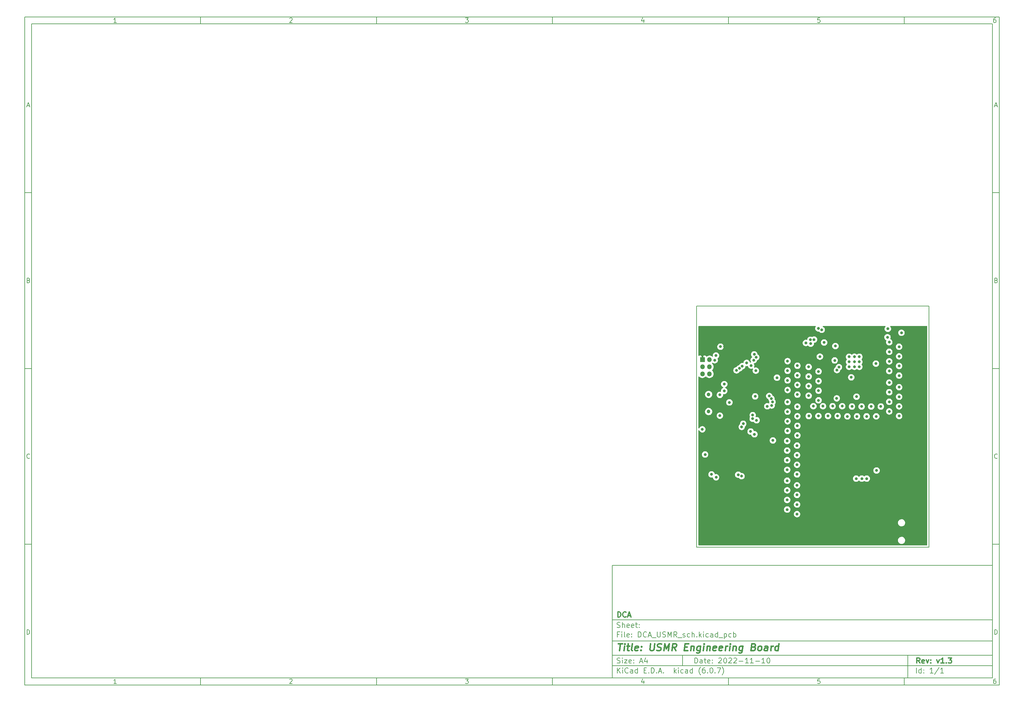
<source format=gbr>
%TF.GenerationSoftware,KiCad,Pcbnew,(6.0.7)*%
%TF.CreationDate,2022-11-15T16:12:34-05:00*%
%TF.ProjectId,DCA_USMR_sch,4443415f-5553-44d5-925f-7363682e6b69,v1.3*%
%TF.SameCoordinates,Original*%
%TF.FileFunction,Copper,L3,Inr*%
%TF.FilePolarity,Positive*%
%FSLAX46Y46*%
G04 Gerber Fmt 4.6, Leading zero omitted, Abs format (unit mm)*
G04 Created by KiCad (PCBNEW (6.0.7)) date 2022-11-15 16:12:34*
%MOMM*%
%LPD*%
G01*
G04 APERTURE LIST*
%ADD10C,0.100000*%
%ADD11C,0.150000*%
%ADD12C,0.300000*%
%ADD13C,0.400000*%
%TA.AperFunction,Profile*%
%ADD14C,0.200000*%
%TD*%
%TA.AperFunction,ComponentPad*%
%ADD15C,1.030000*%
%TD*%
%TA.AperFunction,ComponentPad*%
%ADD16O,1.350000X1.350000*%
%TD*%
%TA.AperFunction,ComponentPad*%
%ADD17R,1.350000X1.350000*%
%TD*%
%TA.AperFunction,ViaPad*%
%ADD18C,0.800000*%
%TD*%
%TA.AperFunction,Conductor*%
%ADD19C,0.450000*%
%TD*%
G04 APERTURE END LIST*
D10*
D11*
X177002200Y-166007200D02*
X177002200Y-198007200D01*
X285002200Y-198007200D01*
X285002200Y-166007200D01*
X177002200Y-166007200D01*
D10*
D11*
X10000000Y-10000000D02*
X10000000Y-200007200D01*
X287002200Y-200007200D01*
X287002200Y-10000000D01*
X10000000Y-10000000D01*
D10*
D11*
X12000000Y-12000000D02*
X12000000Y-198007200D01*
X285002200Y-198007200D01*
X285002200Y-12000000D01*
X12000000Y-12000000D01*
D10*
D11*
X60000000Y-12000000D02*
X60000000Y-10000000D01*
D10*
D11*
X110000000Y-12000000D02*
X110000000Y-10000000D01*
D10*
D11*
X160000000Y-12000000D02*
X160000000Y-10000000D01*
D10*
D11*
X210000000Y-12000000D02*
X210000000Y-10000000D01*
D10*
D11*
X260000000Y-12000000D02*
X260000000Y-10000000D01*
D10*
D11*
X36065476Y-11588095D02*
X35322619Y-11588095D01*
X35694047Y-11588095D02*
X35694047Y-10288095D01*
X35570238Y-10473809D01*
X35446428Y-10597619D01*
X35322619Y-10659523D01*
D10*
D11*
X85322619Y-10411904D02*
X85384523Y-10350000D01*
X85508333Y-10288095D01*
X85817857Y-10288095D01*
X85941666Y-10350000D01*
X86003571Y-10411904D01*
X86065476Y-10535714D01*
X86065476Y-10659523D01*
X86003571Y-10845238D01*
X85260714Y-11588095D01*
X86065476Y-11588095D01*
D10*
D11*
X135260714Y-10288095D02*
X136065476Y-10288095D01*
X135632142Y-10783333D01*
X135817857Y-10783333D01*
X135941666Y-10845238D01*
X136003571Y-10907142D01*
X136065476Y-11030952D01*
X136065476Y-11340476D01*
X136003571Y-11464285D01*
X135941666Y-11526190D01*
X135817857Y-11588095D01*
X135446428Y-11588095D01*
X135322619Y-11526190D01*
X135260714Y-11464285D01*
D10*
D11*
X185941666Y-10721428D02*
X185941666Y-11588095D01*
X185632142Y-10226190D02*
X185322619Y-11154761D01*
X186127380Y-11154761D01*
D10*
D11*
X236003571Y-10288095D02*
X235384523Y-10288095D01*
X235322619Y-10907142D01*
X235384523Y-10845238D01*
X235508333Y-10783333D01*
X235817857Y-10783333D01*
X235941666Y-10845238D01*
X236003571Y-10907142D01*
X236065476Y-11030952D01*
X236065476Y-11340476D01*
X236003571Y-11464285D01*
X235941666Y-11526190D01*
X235817857Y-11588095D01*
X235508333Y-11588095D01*
X235384523Y-11526190D01*
X235322619Y-11464285D01*
D10*
D11*
X285941666Y-10288095D02*
X285694047Y-10288095D01*
X285570238Y-10350000D01*
X285508333Y-10411904D01*
X285384523Y-10597619D01*
X285322619Y-10845238D01*
X285322619Y-11340476D01*
X285384523Y-11464285D01*
X285446428Y-11526190D01*
X285570238Y-11588095D01*
X285817857Y-11588095D01*
X285941666Y-11526190D01*
X286003571Y-11464285D01*
X286065476Y-11340476D01*
X286065476Y-11030952D01*
X286003571Y-10907142D01*
X285941666Y-10845238D01*
X285817857Y-10783333D01*
X285570238Y-10783333D01*
X285446428Y-10845238D01*
X285384523Y-10907142D01*
X285322619Y-11030952D01*
D10*
D11*
X60000000Y-198007200D02*
X60000000Y-200007200D01*
D10*
D11*
X110000000Y-198007200D02*
X110000000Y-200007200D01*
D10*
D11*
X160000000Y-198007200D02*
X160000000Y-200007200D01*
D10*
D11*
X210000000Y-198007200D02*
X210000000Y-200007200D01*
D10*
D11*
X260000000Y-198007200D02*
X260000000Y-200007200D01*
D10*
D11*
X36065476Y-199595295D02*
X35322619Y-199595295D01*
X35694047Y-199595295D02*
X35694047Y-198295295D01*
X35570238Y-198481009D01*
X35446428Y-198604819D01*
X35322619Y-198666723D01*
D10*
D11*
X85322619Y-198419104D02*
X85384523Y-198357200D01*
X85508333Y-198295295D01*
X85817857Y-198295295D01*
X85941666Y-198357200D01*
X86003571Y-198419104D01*
X86065476Y-198542914D01*
X86065476Y-198666723D01*
X86003571Y-198852438D01*
X85260714Y-199595295D01*
X86065476Y-199595295D01*
D10*
D11*
X135260714Y-198295295D02*
X136065476Y-198295295D01*
X135632142Y-198790533D01*
X135817857Y-198790533D01*
X135941666Y-198852438D01*
X136003571Y-198914342D01*
X136065476Y-199038152D01*
X136065476Y-199347676D01*
X136003571Y-199471485D01*
X135941666Y-199533390D01*
X135817857Y-199595295D01*
X135446428Y-199595295D01*
X135322619Y-199533390D01*
X135260714Y-199471485D01*
D10*
D11*
X185941666Y-198728628D02*
X185941666Y-199595295D01*
X185632142Y-198233390D02*
X185322619Y-199161961D01*
X186127380Y-199161961D01*
D10*
D11*
X236003571Y-198295295D02*
X235384523Y-198295295D01*
X235322619Y-198914342D01*
X235384523Y-198852438D01*
X235508333Y-198790533D01*
X235817857Y-198790533D01*
X235941666Y-198852438D01*
X236003571Y-198914342D01*
X236065476Y-199038152D01*
X236065476Y-199347676D01*
X236003571Y-199471485D01*
X235941666Y-199533390D01*
X235817857Y-199595295D01*
X235508333Y-199595295D01*
X235384523Y-199533390D01*
X235322619Y-199471485D01*
D10*
D11*
X285941666Y-198295295D02*
X285694047Y-198295295D01*
X285570238Y-198357200D01*
X285508333Y-198419104D01*
X285384523Y-198604819D01*
X285322619Y-198852438D01*
X285322619Y-199347676D01*
X285384523Y-199471485D01*
X285446428Y-199533390D01*
X285570238Y-199595295D01*
X285817857Y-199595295D01*
X285941666Y-199533390D01*
X286003571Y-199471485D01*
X286065476Y-199347676D01*
X286065476Y-199038152D01*
X286003571Y-198914342D01*
X285941666Y-198852438D01*
X285817857Y-198790533D01*
X285570238Y-198790533D01*
X285446428Y-198852438D01*
X285384523Y-198914342D01*
X285322619Y-199038152D01*
D10*
D11*
X10000000Y-60000000D02*
X12000000Y-60000000D01*
D10*
D11*
X10000000Y-110000000D02*
X12000000Y-110000000D01*
D10*
D11*
X10000000Y-160000000D02*
X12000000Y-160000000D01*
D10*
D11*
X10690476Y-35216666D02*
X11309523Y-35216666D01*
X10566666Y-35588095D02*
X11000000Y-34288095D01*
X11433333Y-35588095D01*
D10*
D11*
X11092857Y-84907142D02*
X11278571Y-84969047D01*
X11340476Y-85030952D01*
X11402380Y-85154761D01*
X11402380Y-85340476D01*
X11340476Y-85464285D01*
X11278571Y-85526190D01*
X11154761Y-85588095D01*
X10659523Y-85588095D01*
X10659523Y-84288095D01*
X11092857Y-84288095D01*
X11216666Y-84350000D01*
X11278571Y-84411904D01*
X11340476Y-84535714D01*
X11340476Y-84659523D01*
X11278571Y-84783333D01*
X11216666Y-84845238D01*
X11092857Y-84907142D01*
X10659523Y-84907142D01*
D10*
D11*
X11402380Y-135464285D02*
X11340476Y-135526190D01*
X11154761Y-135588095D01*
X11030952Y-135588095D01*
X10845238Y-135526190D01*
X10721428Y-135402380D01*
X10659523Y-135278571D01*
X10597619Y-135030952D01*
X10597619Y-134845238D01*
X10659523Y-134597619D01*
X10721428Y-134473809D01*
X10845238Y-134350000D01*
X11030952Y-134288095D01*
X11154761Y-134288095D01*
X11340476Y-134350000D01*
X11402380Y-134411904D01*
D10*
D11*
X10659523Y-185588095D02*
X10659523Y-184288095D01*
X10969047Y-184288095D01*
X11154761Y-184350000D01*
X11278571Y-184473809D01*
X11340476Y-184597619D01*
X11402380Y-184845238D01*
X11402380Y-185030952D01*
X11340476Y-185278571D01*
X11278571Y-185402380D01*
X11154761Y-185526190D01*
X10969047Y-185588095D01*
X10659523Y-185588095D01*
D10*
D11*
X287002200Y-60000000D02*
X285002200Y-60000000D01*
D10*
D11*
X287002200Y-110000000D02*
X285002200Y-110000000D01*
D10*
D11*
X287002200Y-160000000D02*
X285002200Y-160000000D01*
D10*
D11*
X285692676Y-35216666D02*
X286311723Y-35216666D01*
X285568866Y-35588095D02*
X286002200Y-34288095D01*
X286435533Y-35588095D01*
D10*
D11*
X286095057Y-84907142D02*
X286280771Y-84969047D01*
X286342676Y-85030952D01*
X286404580Y-85154761D01*
X286404580Y-85340476D01*
X286342676Y-85464285D01*
X286280771Y-85526190D01*
X286156961Y-85588095D01*
X285661723Y-85588095D01*
X285661723Y-84288095D01*
X286095057Y-84288095D01*
X286218866Y-84350000D01*
X286280771Y-84411904D01*
X286342676Y-84535714D01*
X286342676Y-84659523D01*
X286280771Y-84783333D01*
X286218866Y-84845238D01*
X286095057Y-84907142D01*
X285661723Y-84907142D01*
D10*
D11*
X286404580Y-135464285D02*
X286342676Y-135526190D01*
X286156961Y-135588095D01*
X286033152Y-135588095D01*
X285847438Y-135526190D01*
X285723628Y-135402380D01*
X285661723Y-135278571D01*
X285599819Y-135030952D01*
X285599819Y-134845238D01*
X285661723Y-134597619D01*
X285723628Y-134473809D01*
X285847438Y-134350000D01*
X286033152Y-134288095D01*
X286156961Y-134288095D01*
X286342676Y-134350000D01*
X286404580Y-134411904D01*
D10*
D11*
X285661723Y-185588095D02*
X285661723Y-184288095D01*
X285971247Y-184288095D01*
X286156961Y-184350000D01*
X286280771Y-184473809D01*
X286342676Y-184597619D01*
X286404580Y-184845238D01*
X286404580Y-185030952D01*
X286342676Y-185278571D01*
X286280771Y-185402380D01*
X286156961Y-185526190D01*
X285971247Y-185588095D01*
X285661723Y-185588095D01*
D10*
D11*
X200434342Y-193785771D02*
X200434342Y-192285771D01*
X200791485Y-192285771D01*
X201005771Y-192357200D01*
X201148628Y-192500057D01*
X201220057Y-192642914D01*
X201291485Y-192928628D01*
X201291485Y-193142914D01*
X201220057Y-193428628D01*
X201148628Y-193571485D01*
X201005771Y-193714342D01*
X200791485Y-193785771D01*
X200434342Y-193785771D01*
X202577200Y-193785771D02*
X202577200Y-193000057D01*
X202505771Y-192857200D01*
X202362914Y-192785771D01*
X202077200Y-192785771D01*
X201934342Y-192857200D01*
X202577200Y-193714342D02*
X202434342Y-193785771D01*
X202077200Y-193785771D01*
X201934342Y-193714342D01*
X201862914Y-193571485D01*
X201862914Y-193428628D01*
X201934342Y-193285771D01*
X202077200Y-193214342D01*
X202434342Y-193214342D01*
X202577200Y-193142914D01*
X203077200Y-192785771D02*
X203648628Y-192785771D01*
X203291485Y-192285771D02*
X203291485Y-193571485D01*
X203362914Y-193714342D01*
X203505771Y-193785771D01*
X203648628Y-193785771D01*
X204720057Y-193714342D02*
X204577200Y-193785771D01*
X204291485Y-193785771D01*
X204148628Y-193714342D01*
X204077200Y-193571485D01*
X204077200Y-193000057D01*
X204148628Y-192857200D01*
X204291485Y-192785771D01*
X204577200Y-192785771D01*
X204720057Y-192857200D01*
X204791485Y-193000057D01*
X204791485Y-193142914D01*
X204077200Y-193285771D01*
X205434342Y-193642914D02*
X205505771Y-193714342D01*
X205434342Y-193785771D01*
X205362914Y-193714342D01*
X205434342Y-193642914D01*
X205434342Y-193785771D01*
X205434342Y-192857200D02*
X205505771Y-192928628D01*
X205434342Y-193000057D01*
X205362914Y-192928628D01*
X205434342Y-192857200D01*
X205434342Y-193000057D01*
X207220057Y-192428628D02*
X207291485Y-192357200D01*
X207434342Y-192285771D01*
X207791485Y-192285771D01*
X207934342Y-192357200D01*
X208005771Y-192428628D01*
X208077200Y-192571485D01*
X208077200Y-192714342D01*
X208005771Y-192928628D01*
X207148628Y-193785771D01*
X208077200Y-193785771D01*
X209005771Y-192285771D02*
X209148628Y-192285771D01*
X209291485Y-192357200D01*
X209362914Y-192428628D01*
X209434342Y-192571485D01*
X209505771Y-192857200D01*
X209505771Y-193214342D01*
X209434342Y-193500057D01*
X209362914Y-193642914D01*
X209291485Y-193714342D01*
X209148628Y-193785771D01*
X209005771Y-193785771D01*
X208862914Y-193714342D01*
X208791485Y-193642914D01*
X208720057Y-193500057D01*
X208648628Y-193214342D01*
X208648628Y-192857200D01*
X208720057Y-192571485D01*
X208791485Y-192428628D01*
X208862914Y-192357200D01*
X209005771Y-192285771D01*
X210077200Y-192428628D02*
X210148628Y-192357200D01*
X210291485Y-192285771D01*
X210648628Y-192285771D01*
X210791485Y-192357200D01*
X210862914Y-192428628D01*
X210934342Y-192571485D01*
X210934342Y-192714342D01*
X210862914Y-192928628D01*
X210005771Y-193785771D01*
X210934342Y-193785771D01*
X211505771Y-192428628D02*
X211577200Y-192357200D01*
X211720057Y-192285771D01*
X212077200Y-192285771D01*
X212220057Y-192357200D01*
X212291485Y-192428628D01*
X212362914Y-192571485D01*
X212362914Y-192714342D01*
X212291485Y-192928628D01*
X211434342Y-193785771D01*
X212362914Y-193785771D01*
X213005771Y-193214342D02*
X214148628Y-193214342D01*
X215648628Y-193785771D02*
X214791485Y-193785771D01*
X215220057Y-193785771D02*
X215220057Y-192285771D01*
X215077200Y-192500057D01*
X214934342Y-192642914D01*
X214791485Y-192714342D01*
X217077200Y-193785771D02*
X216220057Y-193785771D01*
X216648628Y-193785771D02*
X216648628Y-192285771D01*
X216505771Y-192500057D01*
X216362914Y-192642914D01*
X216220057Y-192714342D01*
X217720057Y-193214342D02*
X218862914Y-193214342D01*
X220362914Y-193785771D02*
X219505771Y-193785771D01*
X219934342Y-193785771D02*
X219934342Y-192285771D01*
X219791485Y-192500057D01*
X219648628Y-192642914D01*
X219505771Y-192714342D01*
X221291485Y-192285771D02*
X221434342Y-192285771D01*
X221577200Y-192357200D01*
X221648628Y-192428628D01*
X221720057Y-192571485D01*
X221791485Y-192857200D01*
X221791485Y-193214342D01*
X221720057Y-193500057D01*
X221648628Y-193642914D01*
X221577200Y-193714342D01*
X221434342Y-193785771D01*
X221291485Y-193785771D01*
X221148628Y-193714342D01*
X221077200Y-193642914D01*
X221005771Y-193500057D01*
X220934342Y-193214342D01*
X220934342Y-192857200D01*
X221005771Y-192571485D01*
X221077200Y-192428628D01*
X221148628Y-192357200D01*
X221291485Y-192285771D01*
D10*
D11*
X177002200Y-194507200D02*
X285002200Y-194507200D01*
D10*
D11*
X178434342Y-196585771D02*
X178434342Y-195085771D01*
X179291485Y-196585771D02*
X178648628Y-195728628D01*
X179291485Y-195085771D02*
X178434342Y-195942914D01*
X179934342Y-196585771D02*
X179934342Y-195585771D01*
X179934342Y-195085771D02*
X179862914Y-195157200D01*
X179934342Y-195228628D01*
X180005771Y-195157200D01*
X179934342Y-195085771D01*
X179934342Y-195228628D01*
X181505771Y-196442914D02*
X181434342Y-196514342D01*
X181220057Y-196585771D01*
X181077200Y-196585771D01*
X180862914Y-196514342D01*
X180720057Y-196371485D01*
X180648628Y-196228628D01*
X180577200Y-195942914D01*
X180577200Y-195728628D01*
X180648628Y-195442914D01*
X180720057Y-195300057D01*
X180862914Y-195157200D01*
X181077200Y-195085771D01*
X181220057Y-195085771D01*
X181434342Y-195157200D01*
X181505771Y-195228628D01*
X182791485Y-196585771D02*
X182791485Y-195800057D01*
X182720057Y-195657200D01*
X182577200Y-195585771D01*
X182291485Y-195585771D01*
X182148628Y-195657200D01*
X182791485Y-196514342D02*
X182648628Y-196585771D01*
X182291485Y-196585771D01*
X182148628Y-196514342D01*
X182077200Y-196371485D01*
X182077200Y-196228628D01*
X182148628Y-196085771D01*
X182291485Y-196014342D01*
X182648628Y-196014342D01*
X182791485Y-195942914D01*
X184148628Y-196585771D02*
X184148628Y-195085771D01*
X184148628Y-196514342D02*
X184005771Y-196585771D01*
X183720057Y-196585771D01*
X183577200Y-196514342D01*
X183505771Y-196442914D01*
X183434342Y-196300057D01*
X183434342Y-195871485D01*
X183505771Y-195728628D01*
X183577200Y-195657200D01*
X183720057Y-195585771D01*
X184005771Y-195585771D01*
X184148628Y-195657200D01*
X186005771Y-195800057D02*
X186505771Y-195800057D01*
X186720057Y-196585771D02*
X186005771Y-196585771D01*
X186005771Y-195085771D01*
X186720057Y-195085771D01*
X187362914Y-196442914D02*
X187434342Y-196514342D01*
X187362914Y-196585771D01*
X187291485Y-196514342D01*
X187362914Y-196442914D01*
X187362914Y-196585771D01*
X188077200Y-196585771D02*
X188077200Y-195085771D01*
X188434342Y-195085771D01*
X188648628Y-195157200D01*
X188791485Y-195300057D01*
X188862914Y-195442914D01*
X188934342Y-195728628D01*
X188934342Y-195942914D01*
X188862914Y-196228628D01*
X188791485Y-196371485D01*
X188648628Y-196514342D01*
X188434342Y-196585771D01*
X188077200Y-196585771D01*
X189577200Y-196442914D02*
X189648628Y-196514342D01*
X189577200Y-196585771D01*
X189505771Y-196514342D01*
X189577200Y-196442914D01*
X189577200Y-196585771D01*
X190220057Y-196157200D02*
X190934342Y-196157200D01*
X190077200Y-196585771D02*
X190577200Y-195085771D01*
X191077200Y-196585771D01*
X191577200Y-196442914D02*
X191648628Y-196514342D01*
X191577200Y-196585771D01*
X191505771Y-196514342D01*
X191577200Y-196442914D01*
X191577200Y-196585771D01*
X194577200Y-196585771D02*
X194577200Y-195085771D01*
X194720057Y-196014342D02*
X195148628Y-196585771D01*
X195148628Y-195585771D02*
X194577200Y-196157200D01*
X195791485Y-196585771D02*
X195791485Y-195585771D01*
X195791485Y-195085771D02*
X195720057Y-195157200D01*
X195791485Y-195228628D01*
X195862914Y-195157200D01*
X195791485Y-195085771D01*
X195791485Y-195228628D01*
X197148628Y-196514342D02*
X197005771Y-196585771D01*
X196720057Y-196585771D01*
X196577200Y-196514342D01*
X196505771Y-196442914D01*
X196434342Y-196300057D01*
X196434342Y-195871485D01*
X196505771Y-195728628D01*
X196577200Y-195657200D01*
X196720057Y-195585771D01*
X197005771Y-195585771D01*
X197148628Y-195657200D01*
X198434342Y-196585771D02*
X198434342Y-195800057D01*
X198362914Y-195657200D01*
X198220057Y-195585771D01*
X197934342Y-195585771D01*
X197791485Y-195657200D01*
X198434342Y-196514342D02*
X198291485Y-196585771D01*
X197934342Y-196585771D01*
X197791485Y-196514342D01*
X197720057Y-196371485D01*
X197720057Y-196228628D01*
X197791485Y-196085771D01*
X197934342Y-196014342D01*
X198291485Y-196014342D01*
X198434342Y-195942914D01*
X199791485Y-196585771D02*
X199791485Y-195085771D01*
X199791485Y-196514342D02*
X199648628Y-196585771D01*
X199362914Y-196585771D01*
X199220057Y-196514342D01*
X199148628Y-196442914D01*
X199077200Y-196300057D01*
X199077200Y-195871485D01*
X199148628Y-195728628D01*
X199220057Y-195657200D01*
X199362914Y-195585771D01*
X199648628Y-195585771D01*
X199791485Y-195657200D01*
X202077200Y-197157200D02*
X202005771Y-197085771D01*
X201862914Y-196871485D01*
X201791485Y-196728628D01*
X201720057Y-196514342D01*
X201648628Y-196157200D01*
X201648628Y-195871485D01*
X201720057Y-195514342D01*
X201791485Y-195300057D01*
X201862914Y-195157200D01*
X202005771Y-194942914D01*
X202077200Y-194871485D01*
X203291485Y-195085771D02*
X203005771Y-195085771D01*
X202862914Y-195157200D01*
X202791485Y-195228628D01*
X202648628Y-195442914D01*
X202577200Y-195728628D01*
X202577200Y-196300057D01*
X202648628Y-196442914D01*
X202720057Y-196514342D01*
X202862914Y-196585771D01*
X203148628Y-196585771D01*
X203291485Y-196514342D01*
X203362914Y-196442914D01*
X203434342Y-196300057D01*
X203434342Y-195942914D01*
X203362914Y-195800057D01*
X203291485Y-195728628D01*
X203148628Y-195657200D01*
X202862914Y-195657200D01*
X202720057Y-195728628D01*
X202648628Y-195800057D01*
X202577200Y-195942914D01*
X204077200Y-196442914D02*
X204148628Y-196514342D01*
X204077200Y-196585771D01*
X204005771Y-196514342D01*
X204077200Y-196442914D01*
X204077200Y-196585771D01*
X205077200Y-195085771D02*
X205220057Y-195085771D01*
X205362914Y-195157200D01*
X205434342Y-195228628D01*
X205505771Y-195371485D01*
X205577200Y-195657200D01*
X205577200Y-196014342D01*
X205505771Y-196300057D01*
X205434342Y-196442914D01*
X205362914Y-196514342D01*
X205220057Y-196585771D01*
X205077200Y-196585771D01*
X204934342Y-196514342D01*
X204862914Y-196442914D01*
X204791485Y-196300057D01*
X204720057Y-196014342D01*
X204720057Y-195657200D01*
X204791485Y-195371485D01*
X204862914Y-195228628D01*
X204934342Y-195157200D01*
X205077200Y-195085771D01*
X206220057Y-196442914D02*
X206291485Y-196514342D01*
X206220057Y-196585771D01*
X206148628Y-196514342D01*
X206220057Y-196442914D01*
X206220057Y-196585771D01*
X206791485Y-195085771D02*
X207791485Y-195085771D01*
X207148628Y-196585771D01*
X208220057Y-197157200D02*
X208291485Y-197085771D01*
X208434342Y-196871485D01*
X208505771Y-196728628D01*
X208577200Y-196514342D01*
X208648628Y-196157200D01*
X208648628Y-195871485D01*
X208577200Y-195514342D01*
X208505771Y-195300057D01*
X208434342Y-195157200D01*
X208291485Y-194942914D01*
X208220057Y-194871485D01*
D10*
D11*
X177002200Y-191507200D02*
X285002200Y-191507200D01*
D10*
D12*
X264411485Y-193785771D02*
X263911485Y-193071485D01*
X263554342Y-193785771D02*
X263554342Y-192285771D01*
X264125771Y-192285771D01*
X264268628Y-192357200D01*
X264340057Y-192428628D01*
X264411485Y-192571485D01*
X264411485Y-192785771D01*
X264340057Y-192928628D01*
X264268628Y-193000057D01*
X264125771Y-193071485D01*
X263554342Y-193071485D01*
X265625771Y-193714342D02*
X265482914Y-193785771D01*
X265197200Y-193785771D01*
X265054342Y-193714342D01*
X264982914Y-193571485D01*
X264982914Y-193000057D01*
X265054342Y-192857200D01*
X265197200Y-192785771D01*
X265482914Y-192785771D01*
X265625771Y-192857200D01*
X265697200Y-193000057D01*
X265697200Y-193142914D01*
X264982914Y-193285771D01*
X266197200Y-192785771D02*
X266554342Y-193785771D01*
X266911485Y-192785771D01*
X267482914Y-193642914D02*
X267554342Y-193714342D01*
X267482914Y-193785771D01*
X267411485Y-193714342D01*
X267482914Y-193642914D01*
X267482914Y-193785771D01*
X267482914Y-192857200D02*
X267554342Y-192928628D01*
X267482914Y-193000057D01*
X267411485Y-192928628D01*
X267482914Y-192857200D01*
X267482914Y-193000057D01*
X269197200Y-192785771D02*
X269554342Y-193785771D01*
X269911485Y-192785771D01*
X271268628Y-193785771D02*
X270411485Y-193785771D01*
X270840057Y-193785771D02*
X270840057Y-192285771D01*
X270697200Y-192500057D01*
X270554342Y-192642914D01*
X270411485Y-192714342D01*
X271911485Y-193642914D02*
X271982914Y-193714342D01*
X271911485Y-193785771D01*
X271840057Y-193714342D01*
X271911485Y-193642914D01*
X271911485Y-193785771D01*
X272482914Y-192285771D02*
X273411485Y-192285771D01*
X272911485Y-192857200D01*
X273125771Y-192857200D01*
X273268628Y-192928628D01*
X273340057Y-193000057D01*
X273411485Y-193142914D01*
X273411485Y-193500057D01*
X273340057Y-193642914D01*
X273268628Y-193714342D01*
X273125771Y-193785771D01*
X272697200Y-193785771D01*
X272554342Y-193714342D01*
X272482914Y-193642914D01*
D10*
D11*
X178362914Y-193714342D02*
X178577200Y-193785771D01*
X178934342Y-193785771D01*
X179077200Y-193714342D01*
X179148628Y-193642914D01*
X179220057Y-193500057D01*
X179220057Y-193357200D01*
X179148628Y-193214342D01*
X179077200Y-193142914D01*
X178934342Y-193071485D01*
X178648628Y-193000057D01*
X178505771Y-192928628D01*
X178434342Y-192857200D01*
X178362914Y-192714342D01*
X178362914Y-192571485D01*
X178434342Y-192428628D01*
X178505771Y-192357200D01*
X178648628Y-192285771D01*
X179005771Y-192285771D01*
X179220057Y-192357200D01*
X179862914Y-193785771D02*
X179862914Y-192785771D01*
X179862914Y-192285771D02*
X179791485Y-192357200D01*
X179862914Y-192428628D01*
X179934342Y-192357200D01*
X179862914Y-192285771D01*
X179862914Y-192428628D01*
X180434342Y-192785771D02*
X181220057Y-192785771D01*
X180434342Y-193785771D01*
X181220057Y-193785771D01*
X182362914Y-193714342D02*
X182220057Y-193785771D01*
X181934342Y-193785771D01*
X181791485Y-193714342D01*
X181720057Y-193571485D01*
X181720057Y-193000057D01*
X181791485Y-192857200D01*
X181934342Y-192785771D01*
X182220057Y-192785771D01*
X182362914Y-192857200D01*
X182434342Y-193000057D01*
X182434342Y-193142914D01*
X181720057Y-193285771D01*
X183077200Y-193642914D02*
X183148628Y-193714342D01*
X183077200Y-193785771D01*
X183005771Y-193714342D01*
X183077200Y-193642914D01*
X183077200Y-193785771D01*
X183077200Y-192857200D02*
X183148628Y-192928628D01*
X183077200Y-193000057D01*
X183005771Y-192928628D01*
X183077200Y-192857200D01*
X183077200Y-193000057D01*
X184862914Y-193357200D02*
X185577200Y-193357200D01*
X184720057Y-193785771D02*
X185220057Y-192285771D01*
X185720057Y-193785771D01*
X186862914Y-192785771D02*
X186862914Y-193785771D01*
X186505771Y-192214342D02*
X186148628Y-193285771D01*
X187077200Y-193285771D01*
D10*
D11*
X263434342Y-196585771D02*
X263434342Y-195085771D01*
X264791485Y-196585771D02*
X264791485Y-195085771D01*
X264791485Y-196514342D02*
X264648628Y-196585771D01*
X264362914Y-196585771D01*
X264220057Y-196514342D01*
X264148628Y-196442914D01*
X264077200Y-196300057D01*
X264077200Y-195871485D01*
X264148628Y-195728628D01*
X264220057Y-195657200D01*
X264362914Y-195585771D01*
X264648628Y-195585771D01*
X264791485Y-195657200D01*
X265505771Y-196442914D02*
X265577200Y-196514342D01*
X265505771Y-196585771D01*
X265434342Y-196514342D01*
X265505771Y-196442914D01*
X265505771Y-196585771D01*
X265505771Y-195657200D02*
X265577200Y-195728628D01*
X265505771Y-195800057D01*
X265434342Y-195728628D01*
X265505771Y-195657200D01*
X265505771Y-195800057D01*
X268148628Y-196585771D02*
X267291485Y-196585771D01*
X267720057Y-196585771D02*
X267720057Y-195085771D01*
X267577200Y-195300057D01*
X267434342Y-195442914D01*
X267291485Y-195514342D01*
X269862914Y-195014342D02*
X268577200Y-196942914D01*
X271148628Y-196585771D02*
X270291485Y-196585771D01*
X270720057Y-196585771D02*
X270720057Y-195085771D01*
X270577200Y-195300057D01*
X270434342Y-195442914D01*
X270291485Y-195514342D01*
D10*
D11*
X177002200Y-187507200D02*
X285002200Y-187507200D01*
D10*
D13*
X178714580Y-188211961D02*
X179857438Y-188211961D01*
X179036009Y-190211961D02*
X179286009Y-188211961D01*
X180274104Y-190211961D02*
X180440771Y-188878628D01*
X180524104Y-188211961D02*
X180416961Y-188307200D01*
X180500295Y-188402438D01*
X180607438Y-188307200D01*
X180524104Y-188211961D01*
X180500295Y-188402438D01*
X181107438Y-188878628D02*
X181869342Y-188878628D01*
X181476485Y-188211961D02*
X181262200Y-189926247D01*
X181333628Y-190116723D01*
X181512200Y-190211961D01*
X181702676Y-190211961D01*
X182655057Y-190211961D02*
X182476485Y-190116723D01*
X182405057Y-189926247D01*
X182619342Y-188211961D01*
X184190771Y-190116723D02*
X183988390Y-190211961D01*
X183607438Y-190211961D01*
X183428866Y-190116723D01*
X183357438Y-189926247D01*
X183452676Y-189164342D01*
X183571723Y-188973866D01*
X183774104Y-188878628D01*
X184155057Y-188878628D01*
X184333628Y-188973866D01*
X184405057Y-189164342D01*
X184381247Y-189354819D01*
X183405057Y-189545295D01*
X185155057Y-190021485D02*
X185238390Y-190116723D01*
X185131247Y-190211961D01*
X185047914Y-190116723D01*
X185155057Y-190021485D01*
X185131247Y-190211961D01*
X185286009Y-188973866D02*
X185369342Y-189069104D01*
X185262200Y-189164342D01*
X185178866Y-189069104D01*
X185286009Y-188973866D01*
X185262200Y-189164342D01*
X187857438Y-188211961D02*
X187655057Y-189831009D01*
X187726485Y-190021485D01*
X187809819Y-190116723D01*
X187988390Y-190211961D01*
X188369342Y-190211961D01*
X188571723Y-190116723D01*
X188678866Y-190021485D01*
X188797914Y-189831009D01*
X189000295Y-188211961D01*
X189619342Y-190116723D02*
X189893152Y-190211961D01*
X190369342Y-190211961D01*
X190571723Y-190116723D01*
X190678866Y-190021485D01*
X190797914Y-189831009D01*
X190821723Y-189640533D01*
X190750295Y-189450057D01*
X190666961Y-189354819D01*
X190488390Y-189259580D01*
X190119342Y-189164342D01*
X189940771Y-189069104D01*
X189857438Y-188973866D01*
X189786009Y-188783390D01*
X189809819Y-188592914D01*
X189928866Y-188402438D01*
X190036009Y-188307200D01*
X190238390Y-188211961D01*
X190714580Y-188211961D01*
X190988390Y-188307200D01*
X191607438Y-190211961D02*
X191857438Y-188211961D01*
X192345533Y-189640533D01*
X193190771Y-188211961D01*
X192940771Y-190211961D01*
X195036009Y-190211961D02*
X194488390Y-189259580D01*
X193893152Y-190211961D02*
X194143152Y-188211961D01*
X194905057Y-188211961D01*
X195083628Y-188307200D01*
X195166961Y-188402438D01*
X195238390Y-188592914D01*
X195202676Y-188878628D01*
X195083628Y-189069104D01*
X194976485Y-189164342D01*
X194774104Y-189259580D01*
X194012200Y-189259580D01*
X197547914Y-189164342D02*
X198214580Y-189164342D01*
X198369342Y-190211961D02*
X197416961Y-190211961D01*
X197666961Y-188211961D01*
X198619342Y-188211961D01*
X199393152Y-188878628D02*
X199226485Y-190211961D01*
X199369342Y-189069104D02*
X199476485Y-188973866D01*
X199678866Y-188878628D01*
X199964580Y-188878628D01*
X200143152Y-188973866D01*
X200214580Y-189164342D01*
X200083628Y-190211961D01*
X202059819Y-188878628D02*
X201857438Y-190497676D01*
X201738390Y-190688152D01*
X201631247Y-190783390D01*
X201428866Y-190878628D01*
X201143152Y-190878628D01*
X200964580Y-190783390D01*
X201905057Y-190116723D02*
X201702676Y-190211961D01*
X201321723Y-190211961D01*
X201143152Y-190116723D01*
X201059819Y-190021485D01*
X200988390Y-189831009D01*
X201059819Y-189259580D01*
X201178866Y-189069104D01*
X201286009Y-188973866D01*
X201488390Y-188878628D01*
X201869342Y-188878628D01*
X202047914Y-188973866D01*
X202845533Y-190211961D02*
X203012200Y-188878628D01*
X203095533Y-188211961D02*
X202988390Y-188307200D01*
X203071723Y-188402438D01*
X203178866Y-188307200D01*
X203095533Y-188211961D01*
X203071723Y-188402438D01*
X203964580Y-188878628D02*
X203797914Y-190211961D01*
X203940771Y-189069104D02*
X204047914Y-188973866D01*
X204250295Y-188878628D01*
X204536009Y-188878628D01*
X204714580Y-188973866D01*
X204786009Y-189164342D01*
X204655057Y-190211961D01*
X206381247Y-190116723D02*
X206178866Y-190211961D01*
X205797914Y-190211961D01*
X205619342Y-190116723D01*
X205547914Y-189926247D01*
X205643152Y-189164342D01*
X205762200Y-188973866D01*
X205964580Y-188878628D01*
X206345533Y-188878628D01*
X206524104Y-188973866D01*
X206595533Y-189164342D01*
X206571723Y-189354819D01*
X205595533Y-189545295D01*
X208095533Y-190116723D02*
X207893152Y-190211961D01*
X207512200Y-190211961D01*
X207333628Y-190116723D01*
X207262200Y-189926247D01*
X207357438Y-189164342D01*
X207476485Y-188973866D01*
X207678866Y-188878628D01*
X208059819Y-188878628D01*
X208238390Y-188973866D01*
X208309819Y-189164342D01*
X208286009Y-189354819D01*
X207309819Y-189545295D01*
X209036009Y-190211961D02*
X209202676Y-188878628D01*
X209155057Y-189259580D02*
X209274104Y-189069104D01*
X209381247Y-188973866D01*
X209583628Y-188878628D01*
X209774104Y-188878628D01*
X210274104Y-190211961D02*
X210440771Y-188878628D01*
X210524104Y-188211961D02*
X210416961Y-188307200D01*
X210500295Y-188402438D01*
X210607438Y-188307200D01*
X210524104Y-188211961D01*
X210500295Y-188402438D01*
X211393152Y-188878628D02*
X211226485Y-190211961D01*
X211369342Y-189069104D02*
X211476485Y-188973866D01*
X211678866Y-188878628D01*
X211964580Y-188878628D01*
X212143152Y-188973866D01*
X212214580Y-189164342D01*
X212083628Y-190211961D01*
X214059819Y-188878628D02*
X213857438Y-190497676D01*
X213738390Y-190688152D01*
X213631247Y-190783390D01*
X213428866Y-190878628D01*
X213143152Y-190878628D01*
X212964580Y-190783390D01*
X213905057Y-190116723D02*
X213702676Y-190211961D01*
X213321723Y-190211961D01*
X213143152Y-190116723D01*
X213059819Y-190021485D01*
X212988390Y-189831009D01*
X213059819Y-189259580D01*
X213178866Y-189069104D01*
X213286009Y-188973866D01*
X213488390Y-188878628D01*
X213869342Y-188878628D01*
X214047914Y-188973866D01*
X217166961Y-189164342D02*
X217440771Y-189259580D01*
X217524104Y-189354819D01*
X217595533Y-189545295D01*
X217559819Y-189831009D01*
X217440771Y-190021485D01*
X217333628Y-190116723D01*
X217131247Y-190211961D01*
X216369342Y-190211961D01*
X216619342Y-188211961D01*
X217286009Y-188211961D01*
X217464580Y-188307200D01*
X217547914Y-188402438D01*
X217619342Y-188592914D01*
X217595533Y-188783390D01*
X217476485Y-188973866D01*
X217369342Y-189069104D01*
X217166961Y-189164342D01*
X216500295Y-189164342D01*
X218655057Y-190211961D02*
X218476485Y-190116723D01*
X218393152Y-190021485D01*
X218321723Y-189831009D01*
X218393152Y-189259580D01*
X218512200Y-189069104D01*
X218619342Y-188973866D01*
X218821723Y-188878628D01*
X219107438Y-188878628D01*
X219286009Y-188973866D01*
X219369342Y-189069104D01*
X219440771Y-189259580D01*
X219369342Y-189831009D01*
X219250295Y-190021485D01*
X219143152Y-190116723D01*
X218940771Y-190211961D01*
X218655057Y-190211961D01*
X221036009Y-190211961D02*
X221166961Y-189164342D01*
X221095533Y-188973866D01*
X220916961Y-188878628D01*
X220536009Y-188878628D01*
X220333628Y-188973866D01*
X221047914Y-190116723D02*
X220845533Y-190211961D01*
X220369342Y-190211961D01*
X220190771Y-190116723D01*
X220119342Y-189926247D01*
X220143152Y-189735771D01*
X220262200Y-189545295D01*
X220464580Y-189450057D01*
X220940771Y-189450057D01*
X221143152Y-189354819D01*
X221988390Y-190211961D02*
X222155057Y-188878628D01*
X222107438Y-189259580D02*
X222226485Y-189069104D01*
X222333628Y-188973866D01*
X222536009Y-188878628D01*
X222726485Y-188878628D01*
X224083628Y-190211961D02*
X224333628Y-188211961D01*
X224095533Y-190116723D02*
X223893152Y-190211961D01*
X223512199Y-190211961D01*
X223333628Y-190116723D01*
X223250295Y-190021485D01*
X223178866Y-189831009D01*
X223250295Y-189259580D01*
X223369342Y-189069104D01*
X223476485Y-188973866D01*
X223678866Y-188878628D01*
X224059819Y-188878628D01*
X224238390Y-188973866D01*
D10*
D11*
X178934342Y-185600057D02*
X178434342Y-185600057D01*
X178434342Y-186385771D02*
X178434342Y-184885771D01*
X179148628Y-184885771D01*
X179720057Y-186385771D02*
X179720057Y-185385771D01*
X179720057Y-184885771D02*
X179648628Y-184957200D01*
X179720057Y-185028628D01*
X179791485Y-184957200D01*
X179720057Y-184885771D01*
X179720057Y-185028628D01*
X180648628Y-186385771D02*
X180505771Y-186314342D01*
X180434342Y-186171485D01*
X180434342Y-184885771D01*
X181791485Y-186314342D02*
X181648628Y-186385771D01*
X181362914Y-186385771D01*
X181220057Y-186314342D01*
X181148628Y-186171485D01*
X181148628Y-185600057D01*
X181220057Y-185457200D01*
X181362914Y-185385771D01*
X181648628Y-185385771D01*
X181791485Y-185457200D01*
X181862914Y-185600057D01*
X181862914Y-185742914D01*
X181148628Y-185885771D01*
X182505771Y-186242914D02*
X182577200Y-186314342D01*
X182505771Y-186385771D01*
X182434342Y-186314342D01*
X182505771Y-186242914D01*
X182505771Y-186385771D01*
X182505771Y-185457200D02*
X182577200Y-185528628D01*
X182505771Y-185600057D01*
X182434342Y-185528628D01*
X182505771Y-185457200D01*
X182505771Y-185600057D01*
X184362914Y-186385771D02*
X184362914Y-184885771D01*
X184720057Y-184885771D01*
X184934342Y-184957200D01*
X185077200Y-185100057D01*
X185148628Y-185242914D01*
X185220057Y-185528628D01*
X185220057Y-185742914D01*
X185148628Y-186028628D01*
X185077200Y-186171485D01*
X184934342Y-186314342D01*
X184720057Y-186385771D01*
X184362914Y-186385771D01*
X186720057Y-186242914D02*
X186648628Y-186314342D01*
X186434342Y-186385771D01*
X186291485Y-186385771D01*
X186077200Y-186314342D01*
X185934342Y-186171485D01*
X185862914Y-186028628D01*
X185791485Y-185742914D01*
X185791485Y-185528628D01*
X185862914Y-185242914D01*
X185934342Y-185100057D01*
X186077200Y-184957200D01*
X186291485Y-184885771D01*
X186434342Y-184885771D01*
X186648628Y-184957200D01*
X186720057Y-185028628D01*
X187291485Y-185957200D02*
X188005771Y-185957200D01*
X187148628Y-186385771D02*
X187648628Y-184885771D01*
X188148628Y-186385771D01*
X188291485Y-186528628D02*
X189434342Y-186528628D01*
X189791485Y-184885771D02*
X189791485Y-186100057D01*
X189862914Y-186242914D01*
X189934342Y-186314342D01*
X190077200Y-186385771D01*
X190362914Y-186385771D01*
X190505771Y-186314342D01*
X190577200Y-186242914D01*
X190648628Y-186100057D01*
X190648628Y-184885771D01*
X191291485Y-186314342D02*
X191505771Y-186385771D01*
X191862914Y-186385771D01*
X192005771Y-186314342D01*
X192077200Y-186242914D01*
X192148628Y-186100057D01*
X192148628Y-185957200D01*
X192077200Y-185814342D01*
X192005771Y-185742914D01*
X191862914Y-185671485D01*
X191577200Y-185600057D01*
X191434342Y-185528628D01*
X191362914Y-185457200D01*
X191291485Y-185314342D01*
X191291485Y-185171485D01*
X191362914Y-185028628D01*
X191434342Y-184957200D01*
X191577200Y-184885771D01*
X191934342Y-184885771D01*
X192148628Y-184957200D01*
X192791485Y-186385771D02*
X192791485Y-184885771D01*
X193291485Y-185957200D01*
X193791485Y-184885771D01*
X193791485Y-186385771D01*
X195362914Y-186385771D02*
X194862914Y-185671485D01*
X194505771Y-186385771D02*
X194505771Y-184885771D01*
X195077200Y-184885771D01*
X195220057Y-184957200D01*
X195291485Y-185028628D01*
X195362914Y-185171485D01*
X195362914Y-185385771D01*
X195291485Y-185528628D01*
X195220057Y-185600057D01*
X195077200Y-185671485D01*
X194505771Y-185671485D01*
X195648628Y-186528628D02*
X196791485Y-186528628D01*
X197077200Y-186314342D02*
X197220057Y-186385771D01*
X197505771Y-186385771D01*
X197648628Y-186314342D01*
X197720057Y-186171485D01*
X197720057Y-186100057D01*
X197648628Y-185957200D01*
X197505771Y-185885771D01*
X197291485Y-185885771D01*
X197148628Y-185814342D01*
X197077200Y-185671485D01*
X197077200Y-185600057D01*
X197148628Y-185457200D01*
X197291485Y-185385771D01*
X197505771Y-185385771D01*
X197648628Y-185457200D01*
X199005771Y-186314342D02*
X198862914Y-186385771D01*
X198577200Y-186385771D01*
X198434342Y-186314342D01*
X198362914Y-186242914D01*
X198291485Y-186100057D01*
X198291485Y-185671485D01*
X198362914Y-185528628D01*
X198434342Y-185457200D01*
X198577200Y-185385771D01*
X198862914Y-185385771D01*
X199005771Y-185457200D01*
X199648628Y-186385771D02*
X199648628Y-184885771D01*
X200291485Y-186385771D02*
X200291485Y-185600057D01*
X200220057Y-185457200D01*
X200077200Y-185385771D01*
X199862914Y-185385771D01*
X199720057Y-185457200D01*
X199648628Y-185528628D01*
X201005771Y-186242914D02*
X201077200Y-186314342D01*
X201005771Y-186385771D01*
X200934342Y-186314342D01*
X201005771Y-186242914D01*
X201005771Y-186385771D01*
X201720057Y-186385771D02*
X201720057Y-184885771D01*
X201862914Y-185814342D02*
X202291485Y-186385771D01*
X202291485Y-185385771D02*
X201720057Y-185957200D01*
X202934342Y-186385771D02*
X202934342Y-185385771D01*
X202934342Y-184885771D02*
X202862914Y-184957200D01*
X202934342Y-185028628D01*
X203005771Y-184957200D01*
X202934342Y-184885771D01*
X202934342Y-185028628D01*
X204291485Y-186314342D02*
X204148628Y-186385771D01*
X203862914Y-186385771D01*
X203720057Y-186314342D01*
X203648628Y-186242914D01*
X203577200Y-186100057D01*
X203577200Y-185671485D01*
X203648628Y-185528628D01*
X203720057Y-185457200D01*
X203862914Y-185385771D01*
X204148628Y-185385771D01*
X204291485Y-185457200D01*
X205577200Y-186385771D02*
X205577200Y-185600057D01*
X205505771Y-185457200D01*
X205362914Y-185385771D01*
X205077200Y-185385771D01*
X204934342Y-185457200D01*
X205577200Y-186314342D02*
X205434342Y-186385771D01*
X205077200Y-186385771D01*
X204934342Y-186314342D01*
X204862914Y-186171485D01*
X204862914Y-186028628D01*
X204934342Y-185885771D01*
X205077200Y-185814342D01*
X205434342Y-185814342D01*
X205577200Y-185742914D01*
X206934342Y-186385771D02*
X206934342Y-184885771D01*
X206934342Y-186314342D02*
X206791485Y-186385771D01*
X206505771Y-186385771D01*
X206362914Y-186314342D01*
X206291485Y-186242914D01*
X206220057Y-186100057D01*
X206220057Y-185671485D01*
X206291485Y-185528628D01*
X206362914Y-185457200D01*
X206505771Y-185385771D01*
X206791485Y-185385771D01*
X206934342Y-185457200D01*
X207291485Y-186528628D02*
X208434342Y-186528628D01*
X208791485Y-185385771D02*
X208791485Y-186885771D01*
X208791485Y-185457200D02*
X208934342Y-185385771D01*
X209220057Y-185385771D01*
X209362914Y-185457200D01*
X209434342Y-185528628D01*
X209505771Y-185671485D01*
X209505771Y-186100057D01*
X209434342Y-186242914D01*
X209362914Y-186314342D01*
X209220057Y-186385771D01*
X208934342Y-186385771D01*
X208791485Y-186314342D01*
X210791485Y-186314342D02*
X210648628Y-186385771D01*
X210362914Y-186385771D01*
X210220057Y-186314342D01*
X210148628Y-186242914D01*
X210077200Y-186100057D01*
X210077200Y-185671485D01*
X210148628Y-185528628D01*
X210220057Y-185457200D01*
X210362914Y-185385771D01*
X210648628Y-185385771D01*
X210791485Y-185457200D01*
X211434342Y-186385771D02*
X211434342Y-184885771D01*
X211434342Y-185457200D02*
X211577200Y-185385771D01*
X211862914Y-185385771D01*
X212005771Y-185457200D01*
X212077200Y-185528628D01*
X212148628Y-185671485D01*
X212148628Y-186100057D01*
X212077200Y-186242914D01*
X212005771Y-186314342D01*
X211862914Y-186385771D01*
X211577200Y-186385771D01*
X211434342Y-186314342D01*
D10*
D11*
X177002200Y-181507200D02*
X285002200Y-181507200D01*
D10*
D11*
X178362914Y-183614342D02*
X178577200Y-183685771D01*
X178934342Y-183685771D01*
X179077200Y-183614342D01*
X179148628Y-183542914D01*
X179220057Y-183400057D01*
X179220057Y-183257200D01*
X179148628Y-183114342D01*
X179077200Y-183042914D01*
X178934342Y-182971485D01*
X178648628Y-182900057D01*
X178505771Y-182828628D01*
X178434342Y-182757200D01*
X178362914Y-182614342D01*
X178362914Y-182471485D01*
X178434342Y-182328628D01*
X178505771Y-182257200D01*
X178648628Y-182185771D01*
X179005771Y-182185771D01*
X179220057Y-182257200D01*
X179862914Y-183685771D02*
X179862914Y-182185771D01*
X180505771Y-183685771D02*
X180505771Y-182900057D01*
X180434342Y-182757200D01*
X180291485Y-182685771D01*
X180077200Y-182685771D01*
X179934342Y-182757200D01*
X179862914Y-182828628D01*
X181791485Y-183614342D02*
X181648628Y-183685771D01*
X181362914Y-183685771D01*
X181220057Y-183614342D01*
X181148628Y-183471485D01*
X181148628Y-182900057D01*
X181220057Y-182757200D01*
X181362914Y-182685771D01*
X181648628Y-182685771D01*
X181791485Y-182757200D01*
X181862914Y-182900057D01*
X181862914Y-183042914D01*
X181148628Y-183185771D01*
X183077200Y-183614342D02*
X182934342Y-183685771D01*
X182648628Y-183685771D01*
X182505771Y-183614342D01*
X182434342Y-183471485D01*
X182434342Y-182900057D01*
X182505771Y-182757200D01*
X182648628Y-182685771D01*
X182934342Y-182685771D01*
X183077200Y-182757200D01*
X183148628Y-182900057D01*
X183148628Y-183042914D01*
X182434342Y-183185771D01*
X183577200Y-182685771D02*
X184148628Y-182685771D01*
X183791485Y-182185771D02*
X183791485Y-183471485D01*
X183862914Y-183614342D01*
X184005771Y-183685771D01*
X184148628Y-183685771D01*
X184648628Y-183542914D02*
X184720057Y-183614342D01*
X184648628Y-183685771D01*
X184577200Y-183614342D01*
X184648628Y-183542914D01*
X184648628Y-183685771D01*
X184648628Y-182757200D02*
X184720057Y-182828628D01*
X184648628Y-182900057D01*
X184577200Y-182828628D01*
X184648628Y-182757200D01*
X184648628Y-182900057D01*
D10*
D12*
X178554342Y-180685771D02*
X178554342Y-179185771D01*
X178911485Y-179185771D01*
X179125771Y-179257200D01*
X179268628Y-179400057D01*
X179340057Y-179542914D01*
X179411485Y-179828628D01*
X179411485Y-180042914D01*
X179340057Y-180328628D01*
X179268628Y-180471485D01*
X179125771Y-180614342D01*
X178911485Y-180685771D01*
X178554342Y-180685771D01*
X180911485Y-180542914D02*
X180840057Y-180614342D01*
X180625771Y-180685771D01*
X180482914Y-180685771D01*
X180268628Y-180614342D01*
X180125771Y-180471485D01*
X180054342Y-180328628D01*
X179982914Y-180042914D01*
X179982914Y-179828628D01*
X180054342Y-179542914D01*
X180125771Y-179400057D01*
X180268628Y-179257200D01*
X180482914Y-179185771D01*
X180625771Y-179185771D01*
X180840057Y-179257200D01*
X180911485Y-179328628D01*
X181482914Y-180257200D02*
X182197200Y-180257200D01*
X181340057Y-180685771D02*
X181840057Y-179185771D01*
X182340057Y-180685771D01*
D10*
D11*
D10*
D11*
D10*
D11*
D10*
D11*
D10*
D11*
X197002200Y-191507200D02*
X197002200Y-194507200D01*
D10*
D11*
X261002200Y-191507200D02*
X261002200Y-198007200D01*
D14*
X200980000Y-92210000D02*
X267020000Y-92210000D01*
X267020000Y-92210000D02*
X267020000Y-160800000D01*
X267020000Y-160800000D02*
X200980000Y-160800000D01*
X200980000Y-160800000D02*
X200980000Y-92210000D01*
D15*
%TO.N,Net-(C17-Pad2)*%
%TO.C,Y1*%
X204371645Y-122236601D03*
%TO.N,Net-(C16-Pad2)*%
X204371645Y-117356601D03*
%TD*%
D16*
%TO.N,Net-(J1-Pad6)*%
%TO.C,J1*%
X204600000Y-111500000D03*
%TO.N,Net-(J1-Pad5)*%
X202600000Y-111500000D03*
%TO.N,Net-(C9-Pad1)*%
X204600000Y-109500000D03*
%TO.N,GND*%
X202600000Y-109500000D03*
X204600000Y-107500000D03*
D17*
%TO.N,VDD*%
X202600000Y-107500000D03*
%TD*%
D18*
%TO.N,VDD*%
X213676430Y-115272600D03*
%TO.N,GND*%
X247200000Y-109500000D03*
%TO.N,VDD*%
X245400000Y-143100000D03*
X247000000Y-143100000D03*
X248500000Y-143100000D03*
%TO.N,GND*%
X252100000Y-139000000D03*
X246300000Y-141300000D03*
X247900000Y-141300000D03*
X249300000Y-141300000D03*
X229500000Y-151400000D03*
X229500000Y-143200000D03*
X229500000Y-148666666D03*
X229500000Y-145933333D03*
X226700000Y-150100000D03*
X226700000Y-147366666D03*
X226700000Y-144633333D03*
X226700000Y-141900000D03*
X229500000Y-140100000D03*
X229500000Y-131900000D03*
X229500000Y-137366666D03*
X229500000Y-134633333D03*
X226700000Y-138800000D03*
X226700000Y-136066666D03*
X226700000Y-133333333D03*
X226700000Y-130600000D03*
X229600000Y-129033334D03*
X229600000Y-123566667D03*
X226800000Y-127733334D03*
X229600000Y-126300000D03*
X226800000Y-125000000D03*
X229600000Y-120833334D03*
X226800000Y-122266667D03*
X226800000Y-119533334D03*
X229600000Y-117400000D03*
X229600000Y-111933333D03*
X226800000Y-116100000D03*
X229600000Y-114666666D03*
X226800000Y-113366666D03*
X229600000Y-109200000D03*
X226800000Y-110633333D03*
X226800000Y-107900000D03*
X235600000Y-119033334D03*
X235600000Y-113566667D03*
X232800000Y-117733334D03*
X235600000Y-116300000D03*
X232800000Y-115000000D03*
X235600000Y-110833334D03*
X232800000Y-112266667D03*
X232800000Y-109533334D03*
X235566667Y-123500000D03*
X232833334Y-123500000D03*
X242333334Y-120700000D03*
X236866667Y-120700000D03*
X241033334Y-123500000D03*
X239600000Y-120700000D03*
X238300000Y-123500000D03*
X234133334Y-120700000D03*
X252000000Y-123600000D03*
X249266666Y-123600000D03*
X253300000Y-120800000D03*
X250566666Y-120800000D03*
X247833333Y-120800000D03*
X245100000Y-120800000D03*
X246533333Y-123600000D03*
X243800000Y-123600000D03*
X255700000Y-122200000D03*
X255700000Y-119466666D03*
X258500000Y-123500000D03*
X258500000Y-120766666D03*
X258500000Y-118033333D03*
X258500000Y-115300000D03*
X255700000Y-116733333D03*
X255700000Y-114000000D03*
X258500000Y-112000000D03*
X258500000Y-109266666D03*
X258500000Y-106533333D03*
X258500000Y-103800000D03*
X255700000Y-110700000D03*
X255700000Y-107966666D03*
X255700000Y-105233333D03*
X255700000Y-102500000D03*
%TO.N,WINC_CHIP_EN*%
X213918667Y-109328916D03*
%TO.N,WINC_WAKE*%
X213128992Y-109941630D03*
%TO.N,WINC_RESET*%
X212300000Y-110500000D03*
%TO.N,GND*%
X218000000Y-124700000D03*
%TO.N,ENC_MISO*%
X215187748Y-108387748D03*
X221028539Y-120728539D03*
%TO.N,Net-(R2-Pad2)*%
X255300000Y-98700000D03*
X235576550Y-98593082D03*
%TO.N,VDD*%
X236300049Y-100424500D03*
%TO.N,Net-(R3-Pad2)*%
X255200000Y-101100000D03*
X236500000Y-98975500D03*
%TO.N,WINC_MOSI*%
X235994375Y-106605625D03*
X232000000Y-102724500D03*
%TO.N,WINC_MISO*%
X233377238Y-102927142D03*
X240843799Y-110430450D03*
%TO.N,WINC_SCK*%
X241400000Y-109600000D03*
X233300000Y-101824500D03*
%TO.N,WINC_SS*%
X240200000Y-107700000D03*
X234325048Y-101774952D03*
%TO.N,WINC_CHIP_EN*%
X244900000Y-112500000D03*
%TO.N,WINC_RESET*%
X251900000Y-108600000D03*
%TO.N,WINC_WAKE*%
X237200000Y-102600000D03*
%TO.N,GND*%
X240400000Y-103600000D03*
X245800000Y-109500000D03*
X244300000Y-109500000D03*
X247200000Y-108100000D03*
X245800000Y-108100000D03*
X244300000Y-108100000D03*
X247200000Y-106649642D03*
X245800000Y-106640884D03*
X244288672Y-106655663D03*
X246400000Y-118000000D03*
X259170000Y-99830000D03*
%TO.N,Net-(C9-Pad1)*%
X206468809Y-106291409D03*
%TO.N,ENC_MOSI*%
X216462700Y-109162700D03*
%TO.N,ENC_SCK*%
X217175500Y-107599602D03*
%TO.N,ENC_EXTINT*%
X217341631Y-105971007D03*
%TO.N,ENC_SS*%
X217900000Y-106800000D03*
%TO.N,ENC_EXTINT*%
X222280348Y-120501328D03*
%TO.N,ENC_MOSI*%
X222518145Y-119530525D03*
%TO.N,ENC_SCK*%
X222234812Y-118572022D03*
%TO.N,ENC_SS*%
X221600000Y-117800000D03*
%TO.N,VDD*%
X223700000Y-110600000D03*
%TO.N,GND*%
X223800000Y-112600000D03*
X217788497Y-110600000D03*
%TO.N,Net-(R8-Pad1)*%
X216300000Y-127900000D03*
%TO.N,Net-(R9-Pad2)*%
X217400000Y-128700000D03*
%TO.N,VDD*%
X219100000Y-136700000D03*
%TO.N,Net-(R9-Pad2)*%
X213772117Y-126603285D03*
%TO.N,Net-(R8-Pad1)*%
X214200000Y-125700000D03*
%TO.N,Net-(J2-Pad2)*%
X206500000Y-140924500D03*
X213717982Y-140595360D03*
%TO.N,Net-(J2-Pad1)*%
X205200000Y-140100000D03*
X212800000Y-140200000D03*
%TO.N,GND*%
X208801645Y-116366601D03*
X208816645Y-114451601D03*
%TO.N,VDD*%
X210571645Y-123596601D03*
X210331914Y-121721101D03*
%TO.N,GND*%
X217596444Y-117921400D03*
X210271645Y-119622101D03*
X207571645Y-117496601D03*
X207571645Y-123396601D03*
X202580965Y-127287281D03*
X222637843Y-130454589D03*
X240774998Y-118482000D03*
X206099999Y-107629999D03*
X207739999Y-103769999D03*
X203361103Y-134448222D03*
%TO.N,VDD*%
X242914998Y-111500000D03*
X206830000Y-111181000D03*
X208939999Y-103729999D03*
X207709999Y-108034499D03*
X202560000Y-106180000D03*
%TO.N,Net-(R8-Pad1)*%
X216887435Y-124259544D03*
%TO.N,Net-(R9-Pad2)*%
X216894043Y-123260063D03*
%TD*%
D19*
%TO.N,VDD*%
X202560000Y-106180000D02*
X202755402Y-106180000D01*
%TD*%
%TA.AperFunction,Conductor*%
%TO.N,VDD*%
G36*
X234777539Y-97920002D02*
G01*
X234824032Y-97973658D01*
X234834136Y-98043932D01*
X234818537Y-98089000D01*
X234742023Y-98221526D01*
X234683008Y-98403154D01*
X234663046Y-98593082D01*
X234683008Y-98783010D01*
X234742023Y-98964638D01*
X234745326Y-98970360D01*
X234745327Y-98970361D01*
X234779236Y-99029092D01*
X234837510Y-99130026D01*
X234841928Y-99134933D01*
X234841929Y-99134934D01*
X234863477Y-99158865D01*
X234965297Y-99271948D01*
X235119798Y-99384200D01*
X235125826Y-99386884D01*
X235125828Y-99386885D01*
X235288231Y-99459191D01*
X235294262Y-99461876D01*
X235387663Y-99481729D01*
X235474606Y-99500210D01*
X235474611Y-99500210D01*
X235481063Y-99501582D01*
X235672037Y-99501582D01*
X235678487Y-99500211D01*
X235679924Y-99500060D01*
X235749762Y-99512834D01*
X235786726Y-99541060D01*
X235888747Y-99654366D01*
X236043248Y-99766618D01*
X236049276Y-99769302D01*
X236049278Y-99769303D01*
X236185607Y-99830000D01*
X236217712Y-99844294D01*
X236311113Y-99864147D01*
X236398056Y-99882628D01*
X236398061Y-99882628D01*
X236404513Y-99884000D01*
X236595487Y-99884000D01*
X236601939Y-99882628D01*
X236601944Y-99882628D01*
X236688888Y-99864147D01*
X236782288Y-99844294D01*
X236814393Y-99830000D01*
X258256496Y-99830000D01*
X258276458Y-100019928D01*
X258335473Y-100201556D01*
X258430960Y-100366944D01*
X258435378Y-100371851D01*
X258435379Y-100371852D01*
X258479753Y-100421134D01*
X258558747Y-100508866D01*
X258713248Y-100621118D01*
X258719276Y-100623802D01*
X258719278Y-100623803D01*
X258881681Y-100696109D01*
X258887712Y-100698794D01*
X258981112Y-100718647D01*
X259068056Y-100737128D01*
X259068061Y-100737128D01*
X259074513Y-100738500D01*
X259265487Y-100738500D01*
X259271939Y-100737128D01*
X259271944Y-100737128D01*
X259358888Y-100718647D01*
X259452288Y-100698794D01*
X259458319Y-100696109D01*
X259620722Y-100623803D01*
X259620724Y-100623802D01*
X259626752Y-100621118D01*
X259781253Y-100508866D01*
X259860247Y-100421134D01*
X259904621Y-100371852D01*
X259904622Y-100371851D01*
X259909040Y-100366944D01*
X260004527Y-100201556D01*
X260063542Y-100019928D01*
X260083504Y-99830000D01*
X260076842Y-99766618D01*
X260064232Y-99646635D01*
X260064232Y-99646633D01*
X260063542Y-99640072D01*
X260004527Y-99458444D01*
X259909040Y-99293056D01*
X259885613Y-99267037D01*
X259785675Y-99156045D01*
X259785674Y-99156044D01*
X259781253Y-99151134D01*
X259626752Y-99038882D01*
X259620724Y-99036198D01*
X259620722Y-99036197D01*
X259458319Y-98963891D01*
X259458318Y-98963891D01*
X259452288Y-98961206D01*
X259358887Y-98941353D01*
X259271944Y-98922872D01*
X259271939Y-98922872D01*
X259265487Y-98921500D01*
X259074513Y-98921500D01*
X259068061Y-98922872D01*
X259068056Y-98922872D01*
X258981113Y-98941353D01*
X258887712Y-98961206D01*
X258881682Y-98963891D01*
X258881681Y-98963891D01*
X258719278Y-99036197D01*
X258719276Y-99036198D01*
X258713248Y-99038882D01*
X258558747Y-99151134D01*
X258554326Y-99156044D01*
X258554325Y-99156045D01*
X258454388Y-99267037D01*
X258430960Y-99293056D01*
X258335473Y-99458444D01*
X258276458Y-99640072D01*
X258275768Y-99646633D01*
X258275768Y-99646635D01*
X258263158Y-99766618D01*
X258256496Y-99830000D01*
X236814393Y-99830000D01*
X236950722Y-99769303D01*
X236950724Y-99769302D01*
X236956752Y-99766618D01*
X237111253Y-99654366D01*
X237239040Y-99512444D01*
X237315323Y-99380319D01*
X237331223Y-99352779D01*
X237331224Y-99352778D01*
X237334527Y-99347056D01*
X237393542Y-99165428D01*
X237395045Y-99151134D01*
X237412814Y-98982065D01*
X237413504Y-98975500D01*
X237393542Y-98785572D01*
X237334527Y-98603944D01*
X237324466Y-98586517D01*
X237242341Y-98444274D01*
X237239040Y-98438556D01*
X237111253Y-98296634D01*
X236956752Y-98184382D01*
X236950726Y-98181699D01*
X236950719Y-98181695D01*
X236859555Y-98141107D01*
X236805459Y-98095127D01*
X236784809Y-98027200D01*
X236804161Y-97958892D01*
X236857372Y-97911890D01*
X236910803Y-97900000D01*
X254514817Y-97900000D01*
X254582938Y-97920002D01*
X254629431Y-97973658D01*
X254639535Y-98043932D01*
X254608454Y-98110308D01*
X254560960Y-98163056D01*
X254527202Y-98221526D01*
X254483839Y-98296634D01*
X254465473Y-98328444D01*
X254406458Y-98510072D01*
X254386496Y-98700000D01*
X254406458Y-98889928D01*
X254465473Y-99071556D01*
X254560960Y-99236944D01*
X254688747Y-99378866D01*
X254843248Y-99491118D01*
X254849276Y-99493802D01*
X254849278Y-99493803D01*
X254955420Y-99541060D01*
X255017712Y-99568794D01*
X255111112Y-99588647D01*
X255198056Y-99607128D01*
X255198061Y-99607128D01*
X255204513Y-99608500D01*
X255395487Y-99608500D01*
X255401939Y-99607128D01*
X255401944Y-99607128D01*
X255488887Y-99588647D01*
X255582288Y-99568794D01*
X255644580Y-99541060D01*
X255750722Y-99493803D01*
X255750724Y-99493802D01*
X255756752Y-99491118D01*
X255911253Y-99378866D01*
X256039040Y-99236944D01*
X256134527Y-99071556D01*
X256193542Y-98889928D01*
X256213504Y-98700000D01*
X256193542Y-98510072D01*
X256134527Y-98328444D01*
X256116162Y-98296634D01*
X256072798Y-98221526D01*
X256039040Y-98163056D01*
X255991546Y-98110308D01*
X255960830Y-98046303D01*
X255969593Y-97975850D01*
X256015056Y-97921318D01*
X256085183Y-97900000D01*
X266385500Y-97900000D01*
X266453621Y-97920002D01*
X266500114Y-97973658D01*
X266511500Y-98026000D01*
X266511500Y-160165500D01*
X266491498Y-160233621D01*
X266437842Y-160280114D01*
X266385500Y-160291500D01*
X201614500Y-160291500D01*
X201546379Y-160271498D01*
X201499886Y-160217842D01*
X201488500Y-160165500D01*
X201488500Y-158861744D01*
X258185556Y-158861744D01*
X258203481Y-159058707D01*
X258259321Y-159248438D01*
X258262174Y-159253896D01*
X258262176Y-159253900D01*
X258309631Y-159344672D01*
X258350951Y-159423709D01*
X258474879Y-159577844D01*
X258479603Y-159581808D01*
X258486844Y-159587884D01*
X258626385Y-159704973D01*
X258631783Y-159707940D01*
X258631788Y-159707944D01*
X258775091Y-159786724D01*
X258799698Y-159800252D01*
X258805565Y-159802113D01*
X258805567Y-159802114D01*
X258982347Y-159858192D01*
X258988217Y-159860054D01*
X259142138Y-159877319D01*
X259248680Y-159877319D01*
X259251736Y-159877019D01*
X259251743Y-159877019D01*
X259310251Y-159871282D01*
X259395744Y-159862899D01*
X259401645Y-159861117D01*
X259401647Y-159861117D01*
X259474964Y-159838981D01*
X259585080Y-159805735D01*
X259759707Y-159712885D01*
X259845973Y-159642528D01*
X259908198Y-159591779D01*
X259908201Y-159591776D01*
X259912973Y-159587884D01*
X259925255Y-159573038D01*
X260035112Y-159440244D01*
X260035114Y-159440240D01*
X260039041Y-159435494D01*
X260133109Y-159261520D01*
X260191593Y-159072587D01*
X260212266Y-158875894D01*
X260194341Y-158678931D01*
X260138501Y-158489200D01*
X260128830Y-158470700D01*
X260049724Y-158319387D01*
X260046871Y-158313929D01*
X259922943Y-158159794D01*
X259916638Y-158154503D01*
X259900245Y-158140748D01*
X259771437Y-158032665D01*
X259766039Y-158029698D01*
X259766034Y-158029694D01*
X259603519Y-157940352D01*
X259603520Y-157940352D01*
X259598124Y-157937386D01*
X259592257Y-157935525D01*
X259592255Y-157935524D01*
X259415475Y-157879446D01*
X259415474Y-157879446D01*
X259409605Y-157877584D01*
X259255684Y-157860319D01*
X259149142Y-157860319D01*
X259146086Y-157860619D01*
X259146079Y-157860619D01*
X259087571Y-157866356D01*
X259002078Y-157874739D01*
X258996177Y-157876521D01*
X258996175Y-157876521D01*
X258922858Y-157898657D01*
X258812742Y-157931903D01*
X258638115Y-158024753D01*
X258551849Y-158095110D01*
X258489624Y-158145859D01*
X258489621Y-158145862D01*
X258484849Y-158149754D01*
X258480922Y-158154501D01*
X258480920Y-158154503D01*
X258362710Y-158297394D01*
X258362708Y-158297398D01*
X258358781Y-158302144D01*
X258264713Y-158476118D01*
X258206229Y-158665051D01*
X258185556Y-158861744D01*
X201488500Y-158861744D01*
X201488500Y-153861744D01*
X258185556Y-153861744D01*
X258203481Y-154058707D01*
X258259321Y-154248438D01*
X258262174Y-154253896D01*
X258262176Y-154253900D01*
X258309631Y-154344672D01*
X258350951Y-154423709D01*
X258474879Y-154577844D01*
X258479603Y-154581808D01*
X258486844Y-154587884D01*
X258626385Y-154704973D01*
X258631783Y-154707940D01*
X258631788Y-154707944D01*
X258775091Y-154786724D01*
X258799698Y-154800252D01*
X258805565Y-154802113D01*
X258805567Y-154802114D01*
X258982347Y-154858192D01*
X258988217Y-154860054D01*
X259142138Y-154877319D01*
X259248680Y-154877319D01*
X259251736Y-154877019D01*
X259251743Y-154877019D01*
X259310251Y-154871282D01*
X259395744Y-154862899D01*
X259401645Y-154861117D01*
X259401647Y-154861117D01*
X259474964Y-154838981D01*
X259585080Y-154805735D01*
X259759707Y-154712885D01*
X259845973Y-154642528D01*
X259908198Y-154591779D01*
X259908201Y-154591776D01*
X259912973Y-154587884D01*
X259925255Y-154573038D01*
X260035112Y-154440244D01*
X260035114Y-154440240D01*
X260039041Y-154435494D01*
X260133109Y-154261520D01*
X260191593Y-154072587D01*
X260212266Y-153875894D01*
X260194341Y-153678931D01*
X260138501Y-153489200D01*
X260128830Y-153470700D01*
X260049724Y-153319387D01*
X260046871Y-153313929D01*
X259922943Y-153159794D01*
X259916638Y-153154503D01*
X259900245Y-153140748D01*
X259771437Y-153032665D01*
X259766039Y-153029698D01*
X259766034Y-153029694D01*
X259603519Y-152940352D01*
X259603520Y-152940352D01*
X259598124Y-152937386D01*
X259592257Y-152935525D01*
X259592255Y-152935524D01*
X259415475Y-152879446D01*
X259415474Y-152879446D01*
X259409605Y-152877584D01*
X259255684Y-152860319D01*
X259149142Y-152860319D01*
X259146086Y-152860619D01*
X259146079Y-152860619D01*
X259087571Y-152866356D01*
X259002078Y-152874739D01*
X258996177Y-152876521D01*
X258996175Y-152876521D01*
X258922858Y-152898657D01*
X258812742Y-152931903D01*
X258638115Y-153024753D01*
X258551849Y-153095110D01*
X258489624Y-153145859D01*
X258489621Y-153145862D01*
X258484849Y-153149754D01*
X258480922Y-153154501D01*
X258480920Y-153154503D01*
X258362710Y-153297394D01*
X258362708Y-153297398D01*
X258358781Y-153302144D01*
X258264713Y-153476118D01*
X258206229Y-153665051D01*
X258185556Y-153861744D01*
X201488500Y-153861744D01*
X201488500Y-151400000D01*
X228586496Y-151400000D01*
X228606458Y-151589928D01*
X228665473Y-151771556D01*
X228760960Y-151936944D01*
X228888747Y-152078866D01*
X229043248Y-152191118D01*
X229049276Y-152193802D01*
X229049278Y-152193803D01*
X229211681Y-152266109D01*
X229217712Y-152268794D01*
X229311113Y-152288647D01*
X229398056Y-152307128D01*
X229398061Y-152307128D01*
X229404513Y-152308500D01*
X229595487Y-152308500D01*
X229601939Y-152307128D01*
X229601944Y-152307128D01*
X229688887Y-152288647D01*
X229782288Y-152268794D01*
X229788319Y-152266109D01*
X229950722Y-152193803D01*
X229950724Y-152193802D01*
X229956752Y-152191118D01*
X230111253Y-152078866D01*
X230239040Y-151936944D01*
X230334527Y-151771556D01*
X230393542Y-151589928D01*
X230413504Y-151400000D01*
X230393542Y-151210072D01*
X230334527Y-151028444D01*
X230239040Y-150863056D01*
X230111253Y-150721134D01*
X229956752Y-150608882D01*
X229950724Y-150606198D01*
X229950722Y-150606197D01*
X229788319Y-150533891D01*
X229788318Y-150533891D01*
X229782288Y-150531206D01*
X229688888Y-150511353D01*
X229601944Y-150492872D01*
X229601939Y-150492872D01*
X229595487Y-150491500D01*
X229404513Y-150491500D01*
X229398061Y-150492872D01*
X229398056Y-150492872D01*
X229311112Y-150511353D01*
X229217712Y-150531206D01*
X229211682Y-150533891D01*
X229211681Y-150533891D01*
X229049278Y-150606197D01*
X229049276Y-150606198D01*
X229043248Y-150608882D01*
X228888747Y-150721134D01*
X228760960Y-150863056D01*
X228665473Y-151028444D01*
X228606458Y-151210072D01*
X228586496Y-151400000D01*
X201488500Y-151400000D01*
X201488500Y-150100000D01*
X225786496Y-150100000D01*
X225806458Y-150289928D01*
X225865473Y-150471556D01*
X225960960Y-150636944D01*
X226088747Y-150778866D01*
X226243248Y-150891118D01*
X226249276Y-150893802D01*
X226249278Y-150893803D01*
X226411681Y-150966109D01*
X226417712Y-150968794D01*
X226511113Y-150988647D01*
X226598056Y-151007128D01*
X226598061Y-151007128D01*
X226604513Y-151008500D01*
X226795487Y-151008500D01*
X226801939Y-151007128D01*
X226801944Y-151007128D01*
X226888887Y-150988647D01*
X226982288Y-150968794D01*
X226988319Y-150966109D01*
X227150722Y-150893803D01*
X227150724Y-150893802D01*
X227156752Y-150891118D01*
X227311253Y-150778866D01*
X227439040Y-150636944D01*
X227534527Y-150471556D01*
X227593542Y-150289928D01*
X227613504Y-150100000D01*
X227593542Y-149910072D01*
X227534527Y-149728444D01*
X227439040Y-149563056D01*
X227414193Y-149535460D01*
X227315675Y-149426045D01*
X227315674Y-149426044D01*
X227311253Y-149421134D01*
X227156752Y-149308882D01*
X227150724Y-149306198D01*
X227150722Y-149306197D01*
X226988319Y-149233891D01*
X226988318Y-149233891D01*
X226982288Y-149231206D01*
X226875550Y-149208518D01*
X226801944Y-149192872D01*
X226801939Y-149192872D01*
X226795487Y-149191500D01*
X226604513Y-149191500D01*
X226598061Y-149192872D01*
X226598056Y-149192872D01*
X226524450Y-149208518D01*
X226417712Y-149231206D01*
X226411682Y-149233891D01*
X226411681Y-149233891D01*
X226249278Y-149306197D01*
X226249276Y-149306198D01*
X226243248Y-149308882D01*
X226088747Y-149421134D01*
X226084326Y-149426044D01*
X226084325Y-149426045D01*
X225985808Y-149535460D01*
X225960960Y-149563056D01*
X225865473Y-149728444D01*
X225806458Y-149910072D01*
X225786496Y-150100000D01*
X201488500Y-150100000D01*
X201488500Y-148666666D01*
X228586496Y-148666666D01*
X228606458Y-148856594D01*
X228665473Y-149038222D01*
X228760960Y-149203610D01*
X228765378Y-149208517D01*
X228765379Y-149208518D01*
X228788225Y-149233891D01*
X228888747Y-149345532D01*
X229043248Y-149457784D01*
X229049276Y-149460468D01*
X229049278Y-149460469D01*
X229211681Y-149532775D01*
X229217712Y-149535460D01*
X229311113Y-149555313D01*
X229398056Y-149573794D01*
X229398061Y-149573794D01*
X229404513Y-149575166D01*
X229595487Y-149575166D01*
X229601939Y-149573794D01*
X229601944Y-149573794D01*
X229688887Y-149555313D01*
X229782288Y-149535460D01*
X229788319Y-149532775D01*
X229950722Y-149460469D01*
X229950724Y-149460468D01*
X229956752Y-149457784D01*
X230111253Y-149345532D01*
X230211775Y-149233891D01*
X230234621Y-149208518D01*
X230234622Y-149208517D01*
X230239040Y-149203610D01*
X230334527Y-149038222D01*
X230393542Y-148856594D01*
X230413504Y-148666666D01*
X230393542Y-148476738D01*
X230334527Y-148295110D01*
X230239040Y-148129722D01*
X230111253Y-147987800D01*
X229956752Y-147875548D01*
X229950724Y-147872864D01*
X229950722Y-147872863D01*
X229788319Y-147800557D01*
X229788318Y-147800557D01*
X229782288Y-147797872D01*
X229688888Y-147778019D01*
X229601944Y-147759538D01*
X229601939Y-147759538D01*
X229595487Y-147758166D01*
X229404513Y-147758166D01*
X229398061Y-147759538D01*
X229398056Y-147759538D01*
X229311112Y-147778019D01*
X229217712Y-147797872D01*
X229211682Y-147800557D01*
X229211681Y-147800557D01*
X229049278Y-147872863D01*
X229049276Y-147872864D01*
X229043248Y-147875548D01*
X228888747Y-147987800D01*
X228760960Y-148129722D01*
X228665473Y-148295110D01*
X228606458Y-148476738D01*
X228586496Y-148666666D01*
X201488500Y-148666666D01*
X201488500Y-147366666D01*
X225786496Y-147366666D01*
X225806458Y-147556594D01*
X225865473Y-147738222D01*
X225960960Y-147903610D01*
X226088747Y-148045532D01*
X226243248Y-148157784D01*
X226249276Y-148160468D01*
X226249278Y-148160469D01*
X226411681Y-148232775D01*
X226417712Y-148235460D01*
X226511112Y-148255313D01*
X226598056Y-148273794D01*
X226598061Y-148273794D01*
X226604513Y-148275166D01*
X226795487Y-148275166D01*
X226801939Y-148273794D01*
X226801944Y-148273794D01*
X226888888Y-148255313D01*
X226982288Y-148235460D01*
X226988319Y-148232775D01*
X227150722Y-148160469D01*
X227150724Y-148160468D01*
X227156752Y-148157784D01*
X227311253Y-148045532D01*
X227439040Y-147903610D01*
X227534527Y-147738222D01*
X227593542Y-147556594D01*
X227613504Y-147366666D01*
X227593542Y-147176738D01*
X227534527Y-146995110D01*
X227439040Y-146829722D01*
X227414194Y-146802127D01*
X227315675Y-146692711D01*
X227315674Y-146692710D01*
X227311253Y-146687800D01*
X227156752Y-146575548D01*
X227150724Y-146572864D01*
X227150722Y-146572863D01*
X226988319Y-146500557D01*
X226988318Y-146500557D01*
X226982288Y-146497872D01*
X226875555Y-146475185D01*
X226801944Y-146459538D01*
X226801939Y-146459538D01*
X226795487Y-146458166D01*
X226604513Y-146458166D01*
X226598061Y-146459538D01*
X226598056Y-146459538D01*
X226524445Y-146475185D01*
X226417712Y-146497872D01*
X226411682Y-146500557D01*
X226411681Y-146500557D01*
X226249278Y-146572863D01*
X226249276Y-146572864D01*
X226243248Y-146575548D01*
X226088747Y-146687800D01*
X226084326Y-146692710D01*
X226084325Y-146692711D01*
X225985807Y-146802127D01*
X225960960Y-146829722D01*
X225865473Y-146995110D01*
X225806458Y-147176738D01*
X225786496Y-147366666D01*
X201488500Y-147366666D01*
X201488500Y-145933333D01*
X228586496Y-145933333D01*
X228606458Y-146123261D01*
X228665473Y-146304889D01*
X228760960Y-146470277D01*
X228765378Y-146475184D01*
X228765379Y-146475185D01*
X228788224Y-146500557D01*
X228888747Y-146612199D01*
X229043248Y-146724451D01*
X229049276Y-146727135D01*
X229049278Y-146727136D01*
X229211681Y-146799442D01*
X229217712Y-146802127D01*
X229311113Y-146821980D01*
X229398056Y-146840461D01*
X229398061Y-146840461D01*
X229404513Y-146841833D01*
X229595487Y-146841833D01*
X229601939Y-146840461D01*
X229601944Y-146840461D01*
X229688887Y-146821980D01*
X229782288Y-146802127D01*
X229788319Y-146799442D01*
X229950722Y-146727136D01*
X229950724Y-146727135D01*
X229956752Y-146724451D01*
X230111253Y-146612199D01*
X230211776Y-146500557D01*
X230234621Y-146475185D01*
X230234622Y-146475184D01*
X230239040Y-146470277D01*
X230334527Y-146304889D01*
X230393542Y-146123261D01*
X230413504Y-145933333D01*
X230393542Y-145743405D01*
X230334527Y-145561777D01*
X230239040Y-145396389D01*
X230111253Y-145254467D01*
X229956752Y-145142215D01*
X229950724Y-145139531D01*
X229950722Y-145139530D01*
X229788319Y-145067224D01*
X229788318Y-145067224D01*
X229782288Y-145064539D01*
X229688888Y-145044686D01*
X229601944Y-145026205D01*
X229601939Y-145026205D01*
X229595487Y-145024833D01*
X229404513Y-145024833D01*
X229398061Y-145026205D01*
X229398056Y-145026205D01*
X229311112Y-145044686D01*
X229217712Y-145064539D01*
X229211682Y-145067224D01*
X229211681Y-145067224D01*
X229049278Y-145139530D01*
X229049276Y-145139531D01*
X229043248Y-145142215D01*
X228888747Y-145254467D01*
X228760960Y-145396389D01*
X228665473Y-145561777D01*
X228606458Y-145743405D01*
X228586496Y-145933333D01*
X201488500Y-145933333D01*
X201488500Y-144633333D01*
X225786496Y-144633333D01*
X225806458Y-144823261D01*
X225865473Y-145004889D01*
X225960960Y-145170277D01*
X226088747Y-145312199D01*
X226243248Y-145424451D01*
X226249276Y-145427135D01*
X226249278Y-145427136D01*
X226411681Y-145499442D01*
X226417712Y-145502127D01*
X226511113Y-145521980D01*
X226598056Y-145540461D01*
X226598061Y-145540461D01*
X226604513Y-145541833D01*
X226795487Y-145541833D01*
X226801939Y-145540461D01*
X226801944Y-145540461D01*
X226888887Y-145521980D01*
X226982288Y-145502127D01*
X226988319Y-145499442D01*
X227150722Y-145427136D01*
X227150724Y-145427135D01*
X227156752Y-145424451D01*
X227311253Y-145312199D01*
X227439040Y-145170277D01*
X227534527Y-145004889D01*
X227593542Y-144823261D01*
X227613504Y-144633333D01*
X227593542Y-144443405D01*
X227534527Y-144261777D01*
X227439040Y-144096389D01*
X227414194Y-144068794D01*
X227315675Y-143959378D01*
X227315674Y-143959377D01*
X227311253Y-143954467D01*
X227156752Y-143842215D01*
X227150724Y-143839531D01*
X227150722Y-143839530D01*
X226988319Y-143767224D01*
X226988318Y-143767224D01*
X226982288Y-143764539D01*
X226875555Y-143741852D01*
X226801944Y-143726205D01*
X226801939Y-143726205D01*
X226795487Y-143724833D01*
X226604513Y-143724833D01*
X226598061Y-143726205D01*
X226598056Y-143726205D01*
X226524445Y-143741852D01*
X226417712Y-143764539D01*
X226411682Y-143767224D01*
X226411681Y-143767224D01*
X226249278Y-143839530D01*
X226249276Y-143839531D01*
X226243248Y-143842215D01*
X226088747Y-143954467D01*
X226084326Y-143959377D01*
X226084325Y-143959378D01*
X225985807Y-144068794D01*
X225960960Y-144096389D01*
X225865473Y-144261777D01*
X225806458Y-144443405D01*
X225786496Y-144633333D01*
X201488500Y-144633333D01*
X201488500Y-143200000D01*
X228586496Y-143200000D01*
X228606458Y-143389928D01*
X228665473Y-143571556D01*
X228760960Y-143736944D01*
X228765378Y-143741851D01*
X228765379Y-143741852D01*
X228788224Y-143767224D01*
X228888747Y-143878866D01*
X229043248Y-143991118D01*
X229049276Y-143993802D01*
X229049278Y-143993803D01*
X229211681Y-144066109D01*
X229217712Y-144068794D01*
X229311113Y-144088647D01*
X229398056Y-144107128D01*
X229398061Y-144107128D01*
X229404513Y-144108500D01*
X229595487Y-144108500D01*
X229601939Y-144107128D01*
X229601944Y-144107128D01*
X229688887Y-144088647D01*
X229782288Y-144068794D01*
X229788319Y-144066109D01*
X229950722Y-143993803D01*
X229950724Y-143993802D01*
X229956752Y-143991118D01*
X230111253Y-143878866D01*
X230211776Y-143767224D01*
X230234621Y-143741852D01*
X230234622Y-143741851D01*
X230239040Y-143736944D01*
X230334527Y-143571556D01*
X230393542Y-143389928D01*
X230413504Y-143200000D01*
X230393542Y-143010072D01*
X230334527Y-142828444D01*
X230239040Y-142663056D01*
X230111253Y-142521134D01*
X229956752Y-142408882D01*
X229950724Y-142406198D01*
X229950722Y-142406197D01*
X229788319Y-142333891D01*
X229788318Y-142333891D01*
X229782288Y-142331206D01*
X229688887Y-142311353D01*
X229601944Y-142292872D01*
X229601939Y-142292872D01*
X229595487Y-142291500D01*
X229404513Y-142291500D01*
X229398061Y-142292872D01*
X229398056Y-142292872D01*
X229311113Y-142311353D01*
X229217712Y-142331206D01*
X229211682Y-142333891D01*
X229211681Y-142333891D01*
X229049278Y-142406197D01*
X229049276Y-142406198D01*
X229043248Y-142408882D01*
X228888747Y-142521134D01*
X228760960Y-142663056D01*
X228665473Y-142828444D01*
X228606458Y-143010072D01*
X228586496Y-143200000D01*
X201488500Y-143200000D01*
X201488500Y-141900000D01*
X225786496Y-141900000D01*
X225806458Y-142089928D01*
X225865473Y-142271556D01*
X225960960Y-142436944D01*
X226088747Y-142578866D01*
X226243248Y-142691118D01*
X226249276Y-142693802D01*
X226249278Y-142693803D01*
X226411681Y-142766109D01*
X226417712Y-142768794D01*
X226511112Y-142788647D01*
X226598056Y-142807128D01*
X226598061Y-142807128D01*
X226604513Y-142808500D01*
X226795487Y-142808500D01*
X226801939Y-142807128D01*
X226801944Y-142807128D01*
X226888888Y-142788647D01*
X226982288Y-142768794D01*
X226988319Y-142766109D01*
X227150722Y-142693803D01*
X227150724Y-142693802D01*
X227156752Y-142691118D01*
X227311253Y-142578866D01*
X227439040Y-142436944D01*
X227534527Y-142271556D01*
X227593542Y-142089928D01*
X227613504Y-141900000D01*
X227610691Y-141873234D01*
X227594232Y-141716635D01*
X227594232Y-141716633D01*
X227593542Y-141710072D01*
X227534527Y-141528444D01*
X227520334Y-141503860D01*
X227454113Y-141389163D01*
X227439040Y-141363056D01*
X227382265Y-141300000D01*
X245386496Y-141300000D01*
X245387186Y-141306565D01*
X245392608Y-141358148D01*
X245406458Y-141489928D01*
X245465473Y-141671556D01*
X245468776Y-141677278D01*
X245468777Y-141677279D01*
X245490912Y-141715618D01*
X245560960Y-141836944D01*
X245565378Y-141841851D01*
X245565379Y-141841852D01*
X245600000Y-141880302D01*
X245688747Y-141978866D01*
X245843248Y-142091118D01*
X245849276Y-142093802D01*
X245849278Y-142093803D01*
X246011681Y-142166109D01*
X246017712Y-142168794D01*
X246111113Y-142188647D01*
X246198056Y-142207128D01*
X246198061Y-142207128D01*
X246204513Y-142208500D01*
X246395487Y-142208500D01*
X246401939Y-142207128D01*
X246401944Y-142207128D01*
X246488887Y-142188647D01*
X246582288Y-142168794D01*
X246588319Y-142166109D01*
X246750722Y-142093803D01*
X246750724Y-142093802D01*
X246756752Y-142091118D01*
X246911253Y-141978866D01*
X247006365Y-141873233D01*
X247066810Y-141835994D01*
X247137793Y-141837346D01*
X247193635Y-141873233D01*
X247288747Y-141978866D01*
X247443248Y-142091118D01*
X247449276Y-142093802D01*
X247449278Y-142093803D01*
X247611681Y-142166109D01*
X247617712Y-142168794D01*
X247711113Y-142188647D01*
X247798056Y-142207128D01*
X247798061Y-142207128D01*
X247804513Y-142208500D01*
X247995487Y-142208500D01*
X248001939Y-142207128D01*
X248001944Y-142207128D01*
X248088887Y-142188647D01*
X248182288Y-142168794D01*
X248188319Y-142166109D01*
X248350722Y-142093803D01*
X248350724Y-142093802D01*
X248356752Y-142091118D01*
X248511253Y-141978866D01*
X248515675Y-141973955D01*
X248515687Y-141973944D01*
X248579694Y-141943225D01*
X248650148Y-141951987D01*
X248684313Y-141973944D01*
X248684325Y-141973955D01*
X248688747Y-141978866D01*
X248843248Y-142091118D01*
X248849276Y-142093802D01*
X248849278Y-142093803D01*
X249011681Y-142166109D01*
X249017712Y-142168794D01*
X249111113Y-142188647D01*
X249198056Y-142207128D01*
X249198061Y-142207128D01*
X249204513Y-142208500D01*
X249395487Y-142208500D01*
X249401939Y-142207128D01*
X249401944Y-142207128D01*
X249488887Y-142188647D01*
X249582288Y-142168794D01*
X249588319Y-142166109D01*
X249750722Y-142093803D01*
X249750724Y-142093802D01*
X249756752Y-142091118D01*
X249911253Y-141978866D01*
X250000000Y-141880302D01*
X250034621Y-141841852D01*
X250034622Y-141841851D01*
X250039040Y-141836944D01*
X250109088Y-141715618D01*
X250131223Y-141677279D01*
X250131224Y-141677278D01*
X250134527Y-141671556D01*
X250193542Y-141489928D01*
X250207393Y-141358148D01*
X250212814Y-141306565D01*
X250213504Y-141300000D01*
X250197699Y-141149621D01*
X250194232Y-141116635D01*
X250194232Y-141116633D01*
X250193542Y-141110072D01*
X250134527Y-140928444D01*
X250039040Y-140763056D01*
X250006365Y-140726766D01*
X249915675Y-140626045D01*
X249915674Y-140626044D01*
X249911253Y-140621134D01*
X249756752Y-140508882D01*
X249750724Y-140506198D01*
X249750722Y-140506197D01*
X249588319Y-140433891D01*
X249588318Y-140433891D01*
X249582288Y-140431206D01*
X249461032Y-140405432D01*
X249401944Y-140392872D01*
X249401939Y-140392872D01*
X249395487Y-140391500D01*
X249204513Y-140391500D01*
X249198061Y-140392872D01*
X249198056Y-140392872D01*
X249138968Y-140405432D01*
X249017712Y-140431206D01*
X249011682Y-140433891D01*
X249011681Y-140433891D01*
X248849278Y-140506197D01*
X248849276Y-140506198D01*
X248843248Y-140508882D01*
X248837907Y-140512762D01*
X248837906Y-140512763D01*
X248715186Y-140601925D01*
X248688747Y-140621134D01*
X248684325Y-140626045D01*
X248684313Y-140626056D01*
X248620306Y-140656775D01*
X248549852Y-140648013D01*
X248515687Y-140626056D01*
X248515675Y-140626045D01*
X248511253Y-140621134D01*
X248484815Y-140601925D01*
X248362094Y-140512763D01*
X248362093Y-140512762D01*
X248356752Y-140508882D01*
X248350724Y-140506198D01*
X248350722Y-140506197D01*
X248188319Y-140433891D01*
X248188318Y-140433891D01*
X248182288Y-140431206D01*
X248061032Y-140405432D01*
X248001944Y-140392872D01*
X248001939Y-140392872D01*
X247995487Y-140391500D01*
X247804513Y-140391500D01*
X247798061Y-140392872D01*
X247798056Y-140392872D01*
X247738968Y-140405432D01*
X247617712Y-140431206D01*
X247611682Y-140433891D01*
X247611681Y-140433891D01*
X247449278Y-140506197D01*
X247449276Y-140506198D01*
X247443248Y-140508882D01*
X247288747Y-140621134D01*
X247284326Y-140626044D01*
X247284325Y-140626045D01*
X247193636Y-140726766D01*
X247133190Y-140764006D01*
X247062207Y-140762654D01*
X247006364Y-140726766D01*
X246915675Y-140626045D01*
X246915674Y-140626044D01*
X246911253Y-140621134D01*
X246756752Y-140508882D01*
X246750724Y-140506198D01*
X246750722Y-140506197D01*
X246588319Y-140433891D01*
X246588318Y-140433891D01*
X246582288Y-140431206D01*
X246461032Y-140405432D01*
X246401944Y-140392872D01*
X246401939Y-140392872D01*
X246395487Y-140391500D01*
X246204513Y-140391500D01*
X246198061Y-140392872D01*
X246198056Y-140392872D01*
X246138968Y-140405432D01*
X246017712Y-140431206D01*
X246011682Y-140433891D01*
X246011681Y-140433891D01*
X245849278Y-140506197D01*
X245849276Y-140506198D01*
X245843248Y-140508882D01*
X245688747Y-140621134D01*
X245684326Y-140626044D01*
X245684325Y-140626045D01*
X245593636Y-140726766D01*
X245560960Y-140763056D01*
X245465473Y-140928444D01*
X245406458Y-141110072D01*
X245405768Y-141116633D01*
X245405768Y-141116635D01*
X245402301Y-141149621D01*
X245386496Y-141300000D01*
X227382265Y-141300000D01*
X227362554Y-141278109D01*
X227315675Y-141226045D01*
X227315674Y-141226044D01*
X227311253Y-141221134D01*
X227195745Y-141137212D01*
X227162094Y-141112763D01*
X227162093Y-141112762D01*
X227156752Y-141108882D01*
X227150724Y-141106198D01*
X227150722Y-141106197D01*
X226988319Y-141033891D01*
X226988318Y-141033891D01*
X226982288Y-141031206D01*
X226888887Y-141011353D01*
X226801944Y-140992872D01*
X226801939Y-140992872D01*
X226795487Y-140991500D01*
X226604513Y-140991500D01*
X226598061Y-140992872D01*
X226598056Y-140992872D01*
X226511113Y-141011353D01*
X226417712Y-141031206D01*
X226411682Y-141033891D01*
X226411681Y-141033891D01*
X226249278Y-141106197D01*
X226249276Y-141106198D01*
X226243248Y-141108882D01*
X226237907Y-141112762D01*
X226237906Y-141112763D01*
X226204255Y-141137212D01*
X226088747Y-141221134D01*
X226084326Y-141226044D01*
X226084325Y-141226045D01*
X226037447Y-141278109D01*
X225960960Y-141363056D01*
X225945887Y-141389163D01*
X225879667Y-141503860D01*
X225865473Y-141528444D01*
X225806458Y-141710072D01*
X225805768Y-141716633D01*
X225805768Y-141716635D01*
X225789309Y-141873234D01*
X225786496Y-141900000D01*
X201488500Y-141900000D01*
X201488500Y-140100000D01*
X204286496Y-140100000D01*
X204287186Y-140106565D01*
X204301803Y-140245634D01*
X204306458Y-140289928D01*
X204365473Y-140471556D01*
X204460960Y-140636944D01*
X204465378Y-140641851D01*
X204465379Y-140641852D01*
X204551000Y-140736944D01*
X204588747Y-140778866D01*
X204606227Y-140791566D01*
X204726385Y-140878866D01*
X204743248Y-140891118D01*
X204749276Y-140893802D01*
X204749278Y-140893803D01*
X204911681Y-140966109D01*
X204917712Y-140968794D01*
X205004479Y-140987237D01*
X205098056Y-141007128D01*
X205098061Y-141007128D01*
X205104513Y-141008500D01*
X205295487Y-141008500D01*
X205301939Y-141007128D01*
X205301944Y-141007128D01*
X205451893Y-140975255D01*
X205522684Y-140980657D01*
X205579317Y-141023474D01*
X205603400Y-141085332D01*
X205606458Y-141114428D01*
X205665473Y-141296056D01*
X205760960Y-141461444D01*
X205888747Y-141603366D01*
X205973952Y-141665271D01*
X206035615Y-141710072D01*
X206043248Y-141715618D01*
X206049276Y-141718302D01*
X206049278Y-141718303D01*
X206211681Y-141790609D01*
X206217712Y-141793294D01*
X206311113Y-141813147D01*
X206398056Y-141831628D01*
X206398061Y-141831628D01*
X206404513Y-141833000D01*
X206595487Y-141833000D01*
X206601939Y-141831628D01*
X206601944Y-141831628D01*
X206688887Y-141813147D01*
X206782288Y-141793294D01*
X206788319Y-141790609D01*
X206950722Y-141718303D01*
X206950724Y-141718302D01*
X206956752Y-141715618D01*
X206964386Y-141710072D01*
X207026048Y-141665271D01*
X207111253Y-141603366D01*
X207239040Y-141461444D01*
X207334527Y-141296056D01*
X207393542Y-141114428D01*
X207398621Y-141066109D01*
X207412814Y-140931065D01*
X207413504Y-140924500D01*
X207399532Y-140791566D01*
X207394232Y-140741135D01*
X207394232Y-140741133D01*
X207393542Y-140734572D01*
X207334527Y-140552944D01*
X207311329Y-140512763D01*
X207290842Y-140477279D01*
X207239040Y-140387556D01*
X207151136Y-140289928D01*
X207115675Y-140250545D01*
X207115674Y-140250544D01*
X207111253Y-140245634D01*
X207048443Y-140200000D01*
X211886496Y-140200000D01*
X211887186Y-140206565D01*
X211896608Y-140296206D01*
X211906458Y-140389928D01*
X211965473Y-140571556D01*
X211968776Y-140577278D01*
X211968777Y-140577279D01*
X211991855Y-140617251D01*
X212060960Y-140736944D01*
X212188747Y-140878866D01*
X212265636Y-140934729D01*
X212328850Y-140980657D01*
X212343248Y-140991118D01*
X212349276Y-140993802D01*
X212349278Y-140993803D01*
X212439318Y-141033891D01*
X212517712Y-141068794D01*
X212595517Y-141085332D01*
X212698056Y-141107128D01*
X212698061Y-141107128D01*
X212704513Y-141108500D01*
X212895487Y-141108500D01*
X212895487Y-141110041D01*
X212957563Y-141121391D01*
X212994530Y-141149617D01*
X213106729Y-141274226D01*
X213151240Y-141306565D01*
X213236863Y-141368774D01*
X213261230Y-141386478D01*
X213267258Y-141389162D01*
X213267260Y-141389163D01*
X213416764Y-141455726D01*
X213435694Y-141464154D01*
X213526074Y-141483365D01*
X213616038Y-141502488D01*
X213616043Y-141502488D01*
X213622495Y-141503860D01*
X213813469Y-141503860D01*
X213819921Y-141502488D01*
X213819926Y-141502488D01*
X213909890Y-141483365D01*
X214000270Y-141464154D01*
X214019200Y-141455726D01*
X214168704Y-141389163D01*
X214168706Y-141389162D01*
X214174734Y-141386478D01*
X214199102Y-141368774D01*
X214284724Y-141306565D01*
X214329235Y-141274226D01*
X214377039Y-141221134D01*
X214452603Y-141137212D01*
X214452604Y-141137211D01*
X214457022Y-141132304D01*
X214537523Y-140992872D01*
X214549205Y-140972639D01*
X214549206Y-140972638D01*
X214552509Y-140966916D01*
X214611524Y-140785288D01*
X214614377Y-140758148D01*
X214630796Y-140601925D01*
X214631486Y-140595360D01*
X214611524Y-140405432D01*
X214552509Y-140223804D01*
X214534976Y-140193435D01*
X214500304Y-140133382D01*
X214481031Y-140100000D01*
X228586496Y-140100000D01*
X228587186Y-140106565D01*
X228601803Y-140245634D01*
X228606458Y-140289928D01*
X228665473Y-140471556D01*
X228760960Y-140636944D01*
X228765378Y-140641851D01*
X228765379Y-140641852D01*
X228851000Y-140736944D01*
X228888747Y-140778866D01*
X228906227Y-140791566D01*
X229026385Y-140878866D01*
X229043248Y-140891118D01*
X229049276Y-140893802D01*
X229049278Y-140893803D01*
X229211681Y-140966109D01*
X229217712Y-140968794D01*
X229304479Y-140987237D01*
X229398056Y-141007128D01*
X229398061Y-141007128D01*
X229404513Y-141008500D01*
X229595487Y-141008500D01*
X229601939Y-141007128D01*
X229601944Y-141007128D01*
X229695521Y-140987237D01*
X229782288Y-140968794D01*
X229788319Y-140966109D01*
X229950722Y-140893803D01*
X229950724Y-140893802D01*
X229956752Y-140891118D01*
X229973616Y-140878866D01*
X230093773Y-140791566D01*
X230111253Y-140778866D01*
X230149000Y-140736944D01*
X230234621Y-140641852D01*
X230234622Y-140641851D01*
X230239040Y-140636944D01*
X230334527Y-140471556D01*
X230393542Y-140289928D01*
X230398198Y-140245634D01*
X230412814Y-140106565D01*
X230413504Y-140100000D01*
X230408618Y-140053508D01*
X230394232Y-139916635D01*
X230394232Y-139916633D01*
X230393542Y-139910072D01*
X230334527Y-139728444D01*
X230239040Y-139563056D01*
X230111253Y-139421134D01*
X229956752Y-139308882D01*
X229950724Y-139306198D01*
X229950722Y-139306197D01*
X229788319Y-139233891D01*
X229788318Y-139233891D01*
X229782288Y-139231206D01*
X229688887Y-139211353D01*
X229601944Y-139192872D01*
X229601939Y-139192872D01*
X229595487Y-139191500D01*
X229404513Y-139191500D01*
X229398061Y-139192872D01*
X229398056Y-139192872D01*
X229311113Y-139211353D01*
X229217712Y-139231206D01*
X229211682Y-139233891D01*
X229211681Y-139233891D01*
X229049278Y-139306197D01*
X229049276Y-139306198D01*
X229043248Y-139308882D01*
X228888747Y-139421134D01*
X228760960Y-139563056D01*
X228665473Y-139728444D01*
X228606458Y-139910072D01*
X228605768Y-139916633D01*
X228605768Y-139916635D01*
X228591382Y-140053508D01*
X228586496Y-140100000D01*
X214481031Y-140100000D01*
X214457022Y-140058416D01*
X214448765Y-140049245D01*
X214333657Y-139921405D01*
X214333656Y-139921404D01*
X214329235Y-139916494D01*
X214174734Y-139804242D01*
X214168706Y-139801558D01*
X214168704Y-139801557D01*
X214006301Y-139729251D01*
X214006300Y-139729251D01*
X214000270Y-139726566D01*
X213906869Y-139706713D01*
X213819926Y-139688232D01*
X213819921Y-139688232D01*
X213813469Y-139686860D01*
X213622495Y-139686860D01*
X213622495Y-139685319D01*
X213560419Y-139673969D01*
X213523452Y-139645743D01*
X213411253Y-139521134D01*
X213280375Y-139426045D01*
X213262094Y-139412763D01*
X213262093Y-139412762D01*
X213256752Y-139408882D01*
X213250724Y-139406198D01*
X213250722Y-139406197D01*
X213088319Y-139333891D01*
X213088318Y-139333891D01*
X213082288Y-139331206D01*
X212988888Y-139311353D01*
X212901944Y-139292872D01*
X212901939Y-139292872D01*
X212895487Y-139291500D01*
X212704513Y-139291500D01*
X212698061Y-139292872D01*
X212698056Y-139292872D01*
X212611112Y-139311353D01*
X212517712Y-139331206D01*
X212511682Y-139333891D01*
X212511681Y-139333891D01*
X212349278Y-139406197D01*
X212349276Y-139406198D01*
X212343248Y-139408882D01*
X212337907Y-139412762D01*
X212337906Y-139412763D01*
X212319625Y-139426045D01*
X212188747Y-139521134D01*
X212184326Y-139526044D01*
X212184325Y-139526045D01*
X212123316Y-139593803D01*
X212060960Y-139663056D01*
X211965473Y-139828444D01*
X211906458Y-140010072D01*
X211905768Y-140016633D01*
X211905768Y-140016635D01*
X211896316Y-140106565D01*
X211886496Y-140200000D01*
X207048443Y-140200000D01*
X206956752Y-140133382D01*
X206950724Y-140130698D01*
X206950722Y-140130697D01*
X206788319Y-140058391D01*
X206788318Y-140058391D01*
X206782288Y-140055706D01*
X206688887Y-140035853D01*
X206601944Y-140017372D01*
X206601939Y-140017372D01*
X206595487Y-140016000D01*
X206404513Y-140016000D01*
X206398061Y-140017372D01*
X206398056Y-140017372D01*
X206248107Y-140049245D01*
X206177316Y-140043843D01*
X206120683Y-140001026D01*
X206096600Y-139939168D01*
X206094232Y-139916635D01*
X206094232Y-139916633D01*
X206093542Y-139910072D01*
X206034527Y-139728444D01*
X205939040Y-139563056D01*
X205811253Y-139421134D01*
X205656752Y-139308882D01*
X205650724Y-139306198D01*
X205650722Y-139306197D01*
X205488319Y-139233891D01*
X205488318Y-139233891D01*
X205482288Y-139231206D01*
X205388887Y-139211353D01*
X205301944Y-139192872D01*
X205301939Y-139192872D01*
X205295487Y-139191500D01*
X205104513Y-139191500D01*
X205098061Y-139192872D01*
X205098056Y-139192872D01*
X205011113Y-139211353D01*
X204917712Y-139231206D01*
X204911682Y-139233891D01*
X204911681Y-139233891D01*
X204749278Y-139306197D01*
X204749276Y-139306198D01*
X204743248Y-139308882D01*
X204588747Y-139421134D01*
X204460960Y-139563056D01*
X204365473Y-139728444D01*
X204306458Y-139910072D01*
X204305768Y-139916633D01*
X204305768Y-139916635D01*
X204291382Y-140053508D01*
X204286496Y-140100000D01*
X201488500Y-140100000D01*
X201488500Y-138800000D01*
X225786496Y-138800000D01*
X225806458Y-138989928D01*
X225865473Y-139171556D01*
X225960960Y-139336944D01*
X225965378Y-139341851D01*
X225965379Y-139341852D01*
X226025733Y-139408882D01*
X226088747Y-139478866D01*
X226243248Y-139591118D01*
X226249276Y-139593802D01*
X226249278Y-139593803D01*
X226404824Y-139663056D01*
X226417712Y-139668794D01*
X226509160Y-139688232D01*
X226598056Y-139707128D01*
X226598061Y-139707128D01*
X226604513Y-139708500D01*
X226795487Y-139708500D01*
X226801939Y-139707128D01*
X226801944Y-139707128D01*
X226890840Y-139688232D01*
X226982288Y-139668794D01*
X226995176Y-139663056D01*
X227150722Y-139593803D01*
X227150724Y-139593802D01*
X227156752Y-139591118D01*
X227311253Y-139478866D01*
X227374267Y-139408882D01*
X227434621Y-139341852D01*
X227434622Y-139341851D01*
X227439040Y-139336944D01*
X227534527Y-139171556D01*
X227590269Y-139000000D01*
X251186496Y-139000000D01*
X251187186Y-139006565D01*
X251205129Y-139177279D01*
X251206458Y-139189928D01*
X251265473Y-139371556D01*
X251360960Y-139536944D01*
X251365378Y-139541851D01*
X251365379Y-139541852D01*
X251479660Y-139668774D01*
X251488747Y-139678866D01*
X251643248Y-139791118D01*
X251649276Y-139793802D01*
X251649278Y-139793803D01*
X251741200Y-139834729D01*
X251817712Y-139868794D01*
X251911112Y-139888647D01*
X251998056Y-139907128D01*
X251998061Y-139907128D01*
X252004513Y-139908500D01*
X252195487Y-139908500D01*
X252201939Y-139907128D01*
X252201944Y-139907128D01*
X252288888Y-139888647D01*
X252382288Y-139868794D01*
X252458800Y-139834729D01*
X252550722Y-139793803D01*
X252550724Y-139793802D01*
X252556752Y-139791118D01*
X252711253Y-139678866D01*
X252720340Y-139668774D01*
X252834621Y-139541852D01*
X252834622Y-139541851D01*
X252839040Y-139536944D01*
X252934527Y-139371556D01*
X252993542Y-139189928D01*
X252994872Y-139177279D01*
X253012814Y-139006565D01*
X253013504Y-139000000D01*
X252993542Y-138810072D01*
X252934527Y-138628444D01*
X252839040Y-138463056D01*
X252711253Y-138321134D01*
X252556752Y-138208882D01*
X252550724Y-138206198D01*
X252550722Y-138206197D01*
X252388319Y-138133891D01*
X252388318Y-138133891D01*
X252382288Y-138131206D01*
X252288887Y-138111353D01*
X252201944Y-138092872D01*
X252201939Y-138092872D01*
X252195487Y-138091500D01*
X252004513Y-138091500D01*
X251998061Y-138092872D01*
X251998056Y-138092872D01*
X251911113Y-138111353D01*
X251817712Y-138131206D01*
X251811682Y-138133891D01*
X251811681Y-138133891D01*
X251649278Y-138206197D01*
X251649276Y-138206198D01*
X251643248Y-138208882D01*
X251488747Y-138321134D01*
X251360960Y-138463056D01*
X251265473Y-138628444D01*
X251206458Y-138810072D01*
X251186496Y-139000000D01*
X227590269Y-139000000D01*
X227593542Y-138989928D01*
X227613504Y-138800000D01*
X227595473Y-138628444D01*
X227594232Y-138616635D01*
X227594232Y-138616633D01*
X227593542Y-138610072D01*
X227534527Y-138428444D01*
X227439040Y-138263056D01*
X227414193Y-138235460D01*
X227315675Y-138126045D01*
X227315674Y-138126044D01*
X227311253Y-138121134D01*
X227156752Y-138008882D01*
X227150724Y-138006198D01*
X227150722Y-138006197D01*
X226988319Y-137933891D01*
X226988318Y-137933891D01*
X226982288Y-137931206D01*
X226875550Y-137908518D01*
X226801944Y-137892872D01*
X226801939Y-137892872D01*
X226795487Y-137891500D01*
X226604513Y-137891500D01*
X226598061Y-137892872D01*
X226598056Y-137892872D01*
X226524450Y-137908518D01*
X226417712Y-137931206D01*
X226411682Y-137933891D01*
X226411681Y-137933891D01*
X226249278Y-138006197D01*
X226249276Y-138006198D01*
X226243248Y-138008882D01*
X226088747Y-138121134D01*
X226084326Y-138126044D01*
X226084325Y-138126045D01*
X225985808Y-138235460D01*
X225960960Y-138263056D01*
X225865473Y-138428444D01*
X225806458Y-138610072D01*
X225805768Y-138616633D01*
X225805768Y-138616635D01*
X225804527Y-138628444D01*
X225786496Y-138800000D01*
X201488500Y-138800000D01*
X201488500Y-137366666D01*
X228586496Y-137366666D01*
X228606458Y-137556594D01*
X228665473Y-137738222D01*
X228760960Y-137903610D01*
X228765378Y-137908517D01*
X228765379Y-137908518D01*
X228788225Y-137933891D01*
X228888747Y-138045532D01*
X229043248Y-138157784D01*
X229049276Y-138160468D01*
X229049278Y-138160469D01*
X229166733Y-138212763D01*
X229217712Y-138235460D01*
X229311112Y-138255313D01*
X229398056Y-138273794D01*
X229398061Y-138273794D01*
X229404513Y-138275166D01*
X229595487Y-138275166D01*
X229601939Y-138273794D01*
X229601944Y-138273794D01*
X229688888Y-138255313D01*
X229782288Y-138235460D01*
X229833267Y-138212763D01*
X229950722Y-138160469D01*
X229950724Y-138160468D01*
X229956752Y-138157784D01*
X230111253Y-138045532D01*
X230211775Y-137933891D01*
X230234621Y-137908518D01*
X230234622Y-137908517D01*
X230239040Y-137903610D01*
X230334527Y-137738222D01*
X230393542Y-137556594D01*
X230413504Y-137366666D01*
X230393542Y-137176738D01*
X230334527Y-136995110D01*
X230239040Y-136829722D01*
X230111253Y-136687800D01*
X229956752Y-136575548D01*
X229950724Y-136572864D01*
X229950722Y-136572863D01*
X229788319Y-136500557D01*
X229788318Y-136500557D01*
X229782288Y-136497872D01*
X229688887Y-136478019D01*
X229601944Y-136459538D01*
X229601939Y-136459538D01*
X229595487Y-136458166D01*
X229404513Y-136458166D01*
X229398061Y-136459538D01*
X229398056Y-136459538D01*
X229311113Y-136478019D01*
X229217712Y-136497872D01*
X229211682Y-136500557D01*
X229211681Y-136500557D01*
X229049278Y-136572863D01*
X229049276Y-136572864D01*
X229043248Y-136575548D01*
X228888747Y-136687800D01*
X228760960Y-136829722D01*
X228665473Y-136995110D01*
X228606458Y-137176738D01*
X228586496Y-137366666D01*
X201488500Y-137366666D01*
X201488500Y-136066666D01*
X225786496Y-136066666D01*
X225806458Y-136256594D01*
X225865473Y-136438222D01*
X225960960Y-136603610D01*
X226088747Y-136745532D01*
X226243248Y-136857784D01*
X226249276Y-136860468D01*
X226249278Y-136860469D01*
X226411681Y-136932775D01*
X226417712Y-136935460D01*
X226511113Y-136955313D01*
X226598056Y-136973794D01*
X226598061Y-136973794D01*
X226604513Y-136975166D01*
X226795487Y-136975166D01*
X226801939Y-136973794D01*
X226801944Y-136973794D01*
X226888887Y-136955313D01*
X226982288Y-136935460D01*
X226988319Y-136932775D01*
X227150722Y-136860469D01*
X227150724Y-136860468D01*
X227156752Y-136857784D01*
X227311253Y-136745532D01*
X227439040Y-136603610D01*
X227534527Y-136438222D01*
X227593542Y-136256594D01*
X227613504Y-136066666D01*
X227593542Y-135876738D01*
X227534527Y-135695110D01*
X227439040Y-135529722D01*
X227414194Y-135502127D01*
X227315675Y-135392711D01*
X227315674Y-135392710D01*
X227311253Y-135387800D01*
X227156752Y-135275548D01*
X227150724Y-135272864D01*
X227150722Y-135272863D01*
X226988319Y-135200557D01*
X226988318Y-135200557D01*
X226982288Y-135197872D01*
X226875555Y-135175185D01*
X226801944Y-135159538D01*
X226801939Y-135159538D01*
X226795487Y-135158166D01*
X226604513Y-135158166D01*
X226598061Y-135159538D01*
X226598056Y-135159538D01*
X226524445Y-135175185D01*
X226417712Y-135197872D01*
X226411682Y-135200557D01*
X226411681Y-135200557D01*
X226249278Y-135272863D01*
X226249276Y-135272864D01*
X226243248Y-135275548D01*
X226088747Y-135387800D01*
X226084326Y-135392710D01*
X226084325Y-135392711D01*
X225985807Y-135502127D01*
X225960960Y-135529722D01*
X225865473Y-135695110D01*
X225806458Y-135876738D01*
X225786496Y-136066666D01*
X201488500Y-136066666D01*
X201488500Y-134448222D01*
X202447599Y-134448222D01*
X202467561Y-134638150D01*
X202526576Y-134819778D01*
X202529879Y-134825500D01*
X202529880Y-134825501D01*
X202563789Y-134884232D01*
X202622063Y-134985166D01*
X202626481Y-134990073D01*
X202626482Y-134990074D01*
X202745428Y-135122177D01*
X202749850Y-135127088D01*
X202904351Y-135239340D01*
X202910379Y-135242024D01*
X202910381Y-135242025D01*
X203072784Y-135314331D01*
X203078815Y-135317016D01*
X203172215Y-135336869D01*
X203259159Y-135355350D01*
X203259164Y-135355350D01*
X203265616Y-135356722D01*
X203456590Y-135356722D01*
X203463042Y-135355350D01*
X203463047Y-135355350D01*
X203549991Y-135336869D01*
X203643391Y-135317016D01*
X203649422Y-135314331D01*
X203811825Y-135242025D01*
X203811827Y-135242024D01*
X203817855Y-135239340D01*
X203972356Y-135127088D01*
X203976778Y-135122177D01*
X204095724Y-134990074D01*
X204095725Y-134990073D01*
X204100143Y-134985166D01*
X204158417Y-134884232D01*
X204192326Y-134825501D01*
X204192327Y-134825500D01*
X204195630Y-134819778D01*
X204254645Y-134638150D01*
X204255151Y-134633333D01*
X228586496Y-134633333D01*
X228606458Y-134823261D01*
X228665473Y-135004889D01*
X228760960Y-135170277D01*
X228765378Y-135175184D01*
X228765379Y-135175185D01*
X228825562Y-135242025D01*
X228888747Y-135312199D01*
X229043248Y-135424451D01*
X229049276Y-135427135D01*
X229049278Y-135427136D01*
X229211681Y-135499442D01*
X229217712Y-135502127D01*
X229311113Y-135521980D01*
X229398056Y-135540461D01*
X229398061Y-135540461D01*
X229404513Y-135541833D01*
X229595487Y-135541833D01*
X229601939Y-135540461D01*
X229601944Y-135540461D01*
X229688887Y-135521980D01*
X229782288Y-135502127D01*
X229788319Y-135499442D01*
X229950722Y-135427136D01*
X229950724Y-135427135D01*
X229956752Y-135424451D01*
X230111253Y-135312199D01*
X230174438Y-135242025D01*
X230234621Y-135175185D01*
X230234622Y-135175184D01*
X230239040Y-135170277D01*
X230334527Y-135004889D01*
X230393542Y-134823261D01*
X230413504Y-134633333D01*
X230393542Y-134443405D01*
X230334527Y-134261777D01*
X230328892Y-134252016D01*
X230256792Y-134127136D01*
X230239040Y-134096389D01*
X230226941Y-134082951D01*
X230115675Y-133959378D01*
X230115674Y-133959377D01*
X230111253Y-133954467D01*
X229956752Y-133842215D01*
X229950724Y-133839531D01*
X229950722Y-133839530D01*
X229788319Y-133767224D01*
X229788318Y-133767224D01*
X229782288Y-133764539D01*
X229688888Y-133744686D01*
X229601944Y-133726205D01*
X229601939Y-133726205D01*
X229595487Y-133724833D01*
X229404513Y-133724833D01*
X229398061Y-133726205D01*
X229398056Y-133726205D01*
X229311112Y-133744686D01*
X229217712Y-133764539D01*
X229211682Y-133767224D01*
X229211681Y-133767224D01*
X229049278Y-133839530D01*
X229049276Y-133839531D01*
X229043248Y-133842215D01*
X228888747Y-133954467D01*
X228884326Y-133959377D01*
X228884325Y-133959378D01*
X228773060Y-134082951D01*
X228760960Y-134096389D01*
X228743208Y-134127136D01*
X228671109Y-134252016D01*
X228665473Y-134261777D01*
X228606458Y-134443405D01*
X228586496Y-134633333D01*
X204255151Y-134633333D01*
X204274607Y-134448222D01*
X204254645Y-134258294D01*
X204195630Y-134076666D01*
X204100143Y-133911278D01*
X204037959Y-133842215D01*
X203976778Y-133774267D01*
X203976777Y-133774266D01*
X203972356Y-133769356D01*
X203817855Y-133657104D01*
X203811827Y-133654420D01*
X203811825Y-133654419D01*
X203649422Y-133582113D01*
X203649421Y-133582113D01*
X203643391Y-133579428D01*
X203549990Y-133559575D01*
X203463047Y-133541094D01*
X203463042Y-133541094D01*
X203456590Y-133539722D01*
X203265616Y-133539722D01*
X203259164Y-133541094D01*
X203259159Y-133541094D01*
X203172216Y-133559575D01*
X203078815Y-133579428D01*
X203072785Y-133582113D01*
X203072784Y-133582113D01*
X202910381Y-133654419D01*
X202910379Y-133654420D01*
X202904351Y-133657104D01*
X202749850Y-133769356D01*
X202745429Y-133774266D01*
X202745428Y-133774267D01*
X202684248Y-133842215D01*
X202622063Y-133911278D01*
X202526576Y-134076666D01*
X202467561Y-134258294D01*
X202447599Y-134448222D01*
X201488500Y-134448222D01*
X201488500Y-133333333D01*
X225786496Y-133333333D01*
X225806458Y-133523261D01*
X225865473Y-133704889D01*
X225960960Y-133870277D01*
X226088747Y-134012199D01*
X226243248Y-134124451D01*
X226249276Y-134127135D01*
X226249278Y-134127136D01*
X226411681Y-134199442D01*
X226417712Y-134202127D01*
X226511112Y-134221980D01*
X226598056Y-134240461D01*
X226598061Y-134240461D01*
X226604513Y-134241833D01*
X226795487Y-134241833D01*
X226801939Y-134240461D01*
X226801944Y-134240461D01*
X226888888Y-134221980D01*
X226982288Y-134202127D01*
X226988319Y-134199442D01*
X227150722Y-134127136D01*
X227150724Y-134127135D01*
X227156752Y-134124451D01*
X227311253Y-134012199D01*
X227439040Y-133870277D01*
X227534527Y-133704889D01*
X227593542Y-133523261D01*
X227613504Y-133333333D01*
X227593542Y-133143405D01*
X227534527Y-132961777D01*
X227439040Y-132796389D01*
X227414194Y-132768794D01*
X227315675Y-132659378D01*
X227315674Y-132659377D01*
X227311253Y-132654467D01*
X227156752Y-132542215D01*
X227150724Y-132539531D01*
X227150722Y-132539530D01*
X226988319Y-132467224D01*
X226988318Y-132467224D01*
X226982288Y-132464539D01*
X226875555Y-132441852D01*
X226801944Y-132426205D01*
X226801939Y-132426205D01*
X226795487Y-132424833D01*
X226604513Y-132424833D01*
X226598061Y-132426205D01*
X226598056Y-132426205D01*
X226524445Y-132441852D01*
X226417712Y-132464539D01*
X226411682Y-132467224D01*
X226411681Y-132467224D01*
X226249278Y-132539530D01*
X226249276Y-132539531D01*
X226243248Y-132542215D01*
X226088747Y-132654467D01*
X226084326Y-132659377D01*
X226084325Y-132659378D01*
X225985807Y-132768794D01*
X225960960Y-132796389D01*
X225865473Y-132961777D01*
X225806458Y-133143405D01*
X225786496Y-133333333D01*
X201488500Y-133333333D01*
X201488500Y-131900000D01*
X228586496Y-131900000D01*
X228606458Y-132089928D01*
X228665473Y-132271556D01*
X228760960Y-132436944D01*
X228765378Y-132441851D01*
X228765379Y-132441852D01*
X228788224Y-132467224D01*
X228888747Y-132578866D01*
X229043248Y-132691118D01*
X229049276Y-132693802D01*
X229049278Y-132693803D01*
X229211681Y-132766109D01*
X229217712Y-132768794D01*
X229311112Y-132788647D01*
X229398056Y-132807128D01*
X229398061Y-132807128D01*
X229404513Y-132808500D01*
X229595487Y-132808500D01*
X229601939Y-132807128D01*
X229601944Y-132807128D01*
X229688888Y-132788647D01*
X229782288Y-132768794D01*
X229788319Y-132766109D01*
X229950722Y-132693803D01*
X229950724Y-132693802D01*
X229956752Y-132691118D01*
X230111253Y-132578866D01*
X230211776Y-132467224D01*
X230234621Y-132441852D01*
X230234622Y-132441851D01*
X230239040Y-132436944D01*
X230334527Y-132271556D01*
X230393542Y-132089928D01*
X230413504Y-131900000D01*
X230393542Y-131710072D01*
X230334527Y-131528444D01*
X230239040Y-131363056D01*
X230111253Y-131221134D01*
X229956752Y-131108882D01*
X229950724Y-131106198D01*
X229950722Y-131106197D01*
X229788319Y-131033891D01*
X229788318Y-131033891D01*
X229782288Y-131031206D01*
X229688887Y-131011353D01*
X229601944Y-130992872D01*
X229601939Y-130992872D01*
X229595487Y-130991500D01*
X229404513Y-130991500D01*
X229398061Y-130992872D01*
X229398056Y-130992872D01*
X229311113Y-131011353D01*
X229217712Y-131031206D01*
X229211682Y-131033891D01*
X229211681Y-131033891D01*
X229049278Y-131106197D01*
X229049276Y-131106198D01*
X229043248Y-131108882D01*
X228888747Y-131221134D01*
X228760960Y-131363056D01*
X228665473Y-131528444D01*
X228606458Y-131710072D01*
X228586496Y-131900000D01*
X201488500Y-131900000D01*
X201488500Y-130454589D01*
X221724339Y-130454589D01*
X221744301Y-130644517D01*
X221803316Y-130826145D01*
X221898803Y-130991533D01*
X222026590Y-131133455D01*
X222181091Y-131245707D01*
X222187119Y-131248391D01*
X222187121Y-131248392D01*
X222264289Y-131282749D01*
X222355555Y-131323383D01*
X222448955Y-131343236D01*
X222535899Y-131361717D01*
X222535904Y-131361717D01*
X222542356Y-131363089D01*
X222733330Y-131363089D01*
X222739782Y-131361717D01*
X222739787Y-131361717D01*
X222826731Y-131343236D01*
X222920131Y-131323383D01*
X223011397Y-131282749D01*
X223088565Y-131248392D01*
X223088567Y-131248391D01*
X223094595Y-131245707D01*
X223249096Y-131133455D01*
X223376883Y-130991533D01*
X223472370Y-130826145D01*
X223531385Y-130644517D01*
X223536064Y-130600000D01*
X225786496Y-130600000D01*
X225806458Y-130789928D01*
X225865473Y-130971556D01*
X225960960Y-131136944D01*
X225965378Y-131141851D01*
X225965379Y-131141852D01*
X226061308Y-131248392D01*
X226088747Y-131278866D01*
X226146324Y-131320698D01*
X226204670Y-131363089D01*
X226243248Y-131391118D01*
X226249276Y-131393802D01*
X226249278Y-131393803D01*
X226411681Y-131466109D01*
X226417712Y-131468794D01*
X226511113Y-131488647D01*
X226598056Y-131507128D01*
X226598061Y-131507128D01*
X226604513Y-131508500D01*
X226795487Y-131508500D01*
X226801939Y-131507128D01*
X226801944Y-131507128D01*
X226888887Y-131488647D01*
X226982288Y-131468794D01*
X226988319Y-131466109D01*
X227150722Y-131393803D01*
X227150724Y-131393802D01*
X227156752Y-131391118D01*
X227195331Y-131363089D01*
X227253676Y-131320698D01*
X227311253Y-131278866D01*
X227338692Y-131248392D01*
X227434621Y-131141852D01*
X227434622Y-131141851D01*
X227439040Y-131136944D01*
X227534527Y-130971556D01*
X227593542Y-130789928D01*
X227613504Y-130600000D01*
X227593542Y-130410072D01*
X227534527Y-130228444D01*
X227439040Y-130063056D01*
X227311253Y-129921134D01*
X227178182Y-129824452D01*
X227162094Y-129812763D01*
X227162093Y-129812762D01*
X227156752Y-129808882D01*
X227150724Y-129806198D01*
X227150722Y-129806197D01*
X226988319Y-129733891D01*
X226988318Y-129733891D01*
X226982288Y-129731206D01*
X226869768Y-129707289D01*
X226801944Y-129692872D01*
X226801939Y-129692872D01*
X226795487Y-129691500D01*
X226604513Y-129691500D01*
X226598061Y-129692872D01*
X226598056Y-129692872D01*
X226530232Y-129707289D01*
X226417712Y-129731206D01*
X226411682Y-129733891D01*
X226411681Y-129733891D01*
X226249278Y-129806197D01*
X226249276Y-129806198D01*
X226243248Y-129808882D01*
X226237907Y-129812762D01*
X226237906Y-129812763D01*
X226221818Y-129824452D01*
X226088747Y-129921134D01*
X225960960Y-130063056D01*
X225865473Y-130228444D01*
X225806458Y-130410072D01*
X225786496Y-130600000D01*
X223536064Y-130600000D01*
X223551347Y-130454589D01*
X223531385Y-130264661D01*
X223472370Y-130083033D01*
X223376883Y-129917645D01*
X223362912Y-129902128D01*
X223253518Y-129780634D01*
X223253517Y-129780633D01*
X223249096Y-129775723D01*
X223135062Y-129692872D01*
X223099937Y-129667352D01*
X223099936Y-129667351D01*
X223094595Y-129663471D01*
X223088567Y-129660787D01*
X223088565Y-129660786D01*
X222926162Y-129588480D01*
X222926161Y-129588480D01*
X222920131Y-129585795D01*
X222820229Y-129564560D01*
X222739787Y-129547461D01*
X222739782Y-129547461D01*
X222733330Y-129546089D01*
X222542356Y-129546089D01*
X222535904Y-129547461D01*
X222535899Y-129547461D01*
X222455457Y-129564560D01*
X222355555Y-129585795D01*
X222349525Y-129588480D01*
X222349524Y-129588480D01*
X222187121Y-129660786D01*
X222187119Y-129660787D01*
X222181091Y-129663471D01*
X222175750Y-129667351D01*
X222175749Y-129667352D01*
X222140624Y-129692872D01*
X222026590Y-129775723D01*
X222022169Y-129780633D01*
X222022168Y-129780634D01*
X221912775Y-129902128D01*
X221898803Y-129917645D01*
X221803316Y-130083033D01*
X221744301Y-130264661D01*
X221724339Y-130454589D01*
X201488500Y-130454589D01*
X201488500Y-127660518D01*
X201508502Y-127592397D01*
X201562158Y-127545904D01*
X201632432Y-127535800D01*
X201697012Y-127565294D01*
X201734333Y-127621582D01*
X201746438Y-127658837D01*
X201841925Y-127824225D01*
X201969712Y-127966147D01*
X202124213Y-128078399D01*
X202130241Y-128081083D01*
X202130243Y-128081084D01*
X202292646Y-128153390D01*
X202298677Y-128156075D01*
X202392077Y-128175928D01*
X202479021Y-128194409D01*
X202479026Y-128194409D01*
X202485478Y-128195781D01*
X202676452Y-128195781D01*
X202682904Y-128194409D01*
X202682909Y-128194409D01*
X202769853Y-128175928D01*
X202863253Y-128156075D01*
X202869284Y-128153390D01*
X203031687Y-128081084D01*
X203031689Y-128081083D01*
X203037717Y-128078399D01*
X203192218Y-127966147D01*
X203251777Y-127900000D01*
X215386496Y-127900000D01*
X215387186Y-127906565D01*
X215399228Y-128021134D01*
X215406458Y-128089928D01*
X215465473Y-128271556D01*
X215560960Y-128436944D01*
X215688747Y-128578866D01*
X215843248Y-128691118D01*
X215849276Y-128693802D01*
X215849278Y-128693803D01*
X216011681Y-128766109D01*
X216017712Y-128768794D01*
X216104338Y-128787207D01*
X216198056Y-128807128D01*
X216198061Y-128807128D01*
X216204513Y-128808500D01*
X216388456Y-128808500D01*
X216456577Y-128828502D01*
X216503070Y-128882158D01*
X216508289Y-128895562D01*
X216565473Y-129071556D01*
X216660960Y-129236944D01*
X216788747Y-129378866D01*
X216943248Y-129491118D01*
X216949276Y-129493802D01*
X216949278Y-129493803D01*
X217066715Y-129546089D01*
X217117712Y-129568794D01*
X217197695Y-129585795D01*
X217298056Y-129607128D01*
X217298061Y-129607128D01*
X217304513Y-129608500D01*
X217495487Y-129608500D01*
X217501939Y-129607128D01*
X217501944Y-129607128D01*
X217602305Y-129585795D01*
X217682288Y-129568794D01*
X217733285Y-129546089D01*
X217850722Y-129493803D01*
X217850724Y-129493802D01*
X217856752Y-129491118D01*
X218011253Y-129378866D01*
X218139040Y-129236944D01*
X218234527Y-129071556D01*
X218246946Y-129033334D01*
X228686496Y-129033334D01*
X228706458Y-129223262D01*
X228765473Y-129404890D01*
X228860960Y-129570278D01*
X228865378Y-129575185D01*
X228865379Y-129575186D01*
X228877349Y-129588480D01*
X228988747Y-129712200D01*
X229018602Y-129733891D01*
X229127160Y-129812763D01*
X229143248Y-129824452D01*
X229149276Y-129827136D01*
X229149278Y-129827137D01*
X229311681Y-129899443D01*
X229317712Y-129902128D01*
X229407128Y-129921134D01*
X229498056Y-129940462D01*
X229498061Y-129940462D01*
X229504513Y-129941834D01*
X229695487Y-129941834D01*
X229701939Y-129940462D01*
X229701944Y-129940462D01*
X229792872Y-129921134D01*
X229882288Y-129902128D01*
X229888319Y-129899443D01*
X230050722Y-129827137D01*
X230050724Y-129827136D01*
X230056752Y-129824452D01*
X230072841Y-129812763D01*
X230181398Y-129733891D01*
X230211253Y-129712200D01*
X230322651Y-129588480D01*
X230334621Y-129575186D01*
X230334622Y-129575185D01*
X230339040Y-129570278D01*
X230434527Y-129404890D01*
X230493542Y-129223262D01*
X230513504Y-129033334D01*
X230512814Y-129026769D01*
X230494232Y-128849969D01*
X230494232Y-128849967D01*
X230493542Y-128843406D01*
X230434527Y-128661778D01*
X230339040Y-128496390D01*
X230211253Y-128354468D01*
X230056752Y-128242216D01*
X230050724Y-128239532D01*
X230050722Y-128239531D01*
X229888319Y-128167225D01*
X229888318Y-128167225D01*
X229882288Y-128164540D01*
X229788887Y-128144687D01*
X229701944Y-128126206D01*
X229701939Y-128126206D01*
X229695487Y-128124834D01*
X229504513Y-128124834D01*
X229498061Y-128126206D01*
X229498056Y-128126206D01*
X229411113Y-128144687D01*
X229317712Y-128164540D01*
X229311682Y-128167225D01*
X229311681Y-128167225D01*
X229149278Y-128239531D01*
X229149276Y-128239532D01*
X229143248Y-128242216D01*
X228988747Y-128354468D01*
X228860960Y-128496390D01*
X228765473Y-128661778D01*
X228706458Y-128843406D01*
X228705768Y-128849967D01*
X228705768Y-128849969D01*
X228687186Y-129026769D01*
X228686496Y-129033334D01*
X218246946Y-129033334D01*
X218293542Y-128889928D01*
X218299092Y-128837128D01*
X218312814Y-128706565D01*
X218313504Y-128700000D01*
X218301181Y-128582749D01*
X218294232Y-128516635D01*
X218294232Y-128516633D01*
X218293542Y-128510072D01*
X218234527Y-128328444D01*
X218139040Y-128163056D01*
X218011253Y-128021134D01*
X217856752Y-127908882D01*
X217850724Y-127906198D01*
X217850722Y-127906197D01*
X217688319Y-127833891D01*
X217688318Y-127833891D01*
X217682288Y-127831206D01*
X217588888Y-127811353D01*
X217501944Y-127792872D01*
X217501939Y-127792872D01*
X217495487Y-127791500D01*
X217311544Y-127791500D01*
X217243423Y-127771498D01*
X217210354Y-127733334D01*
X225886496Y-127733334D01*
X225887186Y-127739899D01*
X225905355Y-127912763D01*
X225906458Y-127923262D01*
X225965473Y-128104890D01*
X225968776Y-128110612D01*
X225968777Y-128110613D01*
X225995025Y-128156075D01*
X226060960Y-128270278D01*
X226188747Y-128412200D01*
X226343248Y-128524452D01*
X226349276Y-128527136D01*
X226349278Y-128527137D01*
X226511681Y-128599443D01*
X226517712Y-128602128D01*
X226611112Y-128621981D01*
X226698056Y-128640462D01*
X226698061Y-128640462D01*
X226704513Y-128641834D01*
X226895487Y-128641834D01*
X226901939Y-128640462D01*
X226901944Y-128640462D01*
X226988888Y-128621981D01*
X227082288Y-128602128D01*
X227088319Y-128599443D01*
X227250722Y-128527137D01*
X227250724Y-128527136D01*
X227256752Y-128524452D01*
X227411253Y-128412200D01*
X227539040Y-128270278D01*
X227604975Y-128156075D01*
X227631223Y-128110613D01*
X227631224Y-128110612D01*
X227634527Y-128104890D01*
X227693542Y-127923262D01*
X227694646Y-127912763D01*
X227712814Y-127739899D01*
X227713504Y-127733334D01*
X227698691Y-127592397D01*
X227694232Y-127549969D01*
X227694232Y-127549967D01*
X227693542Y-127543406D01*
X227634527Y-127361778D01*
X227539040Y-127196390D01*
X227514193Y-127168794D01*
X227415675Y-127059379D01*
X227415674Y-127059378D01*
X227411253Y-127054468D01*
X227293006Y-126968556D01*
X227262094Y-126946097D01*
X227262093Y-126946096D01*
X227256752Y-126942216D01*
X227250724Y-126939532D01*
X227250722Y-126939531D01*
X227088319Y-126867225D01*
X227088318Y-126867225D01*
X227082288Y-126864540D01*
X226975550Y-126841852D01*
X226901944Y-126826206D01*
X226901939Y-126826206D01*
X226895487Y-126824834D01*
X226704513Y-126824834D01*
X226698061Y-126826206D01*
X226698056Y-126826206D01*
X226624450Y-126841852D01*
X226517712Y-126864540D01*
X226511682Y-126867225D01*
X226511681Y-126867225D01*
X226349278Y-126939531D01*
X226349276Y-126939532D01*
X226343248Y-126942216D01*
X226337907Y-126946096D01*
X226337906Y-126946097D01*
X226306994Y-126968556D01*
X226188747Y-127054468D01*
X226184326Y-127059378D01*
X226184325Y-127059379D01*
X226085808Y-127168794D01*
X226060960Y-127196390D01*
X225965473Y-127361778D01*
X225906458Y-127543406D01*
X225905768Y-127549967D01*
X225905768Y-127549969D01*
X225901309Y-127592397D01*
X225886496Y-127733334D01*
X217210354Y-127733334D01*
X217196930Y-127717842D01*
X217191711Y-127704437D01*
X217139388Y-127543406D01*
X217134527Y-127528444D01*
X217039040Y-127363056D01*
X216911253Y-127221134D01*
X216756752Y-127108882D01*
X216750724Y-127106198D01*
X216750722Y-127106197D01*
X216588319Y-127033891D01*
X216588318Y-127033891D01*
X216582288Y-127031206D01*
X216488887Y-127011353D01*
X216401944Y-126992872D01*
X216401939Y-126992872D01*
X216395487Y-126991500D01*
X216204513Y-126991500D01*
X216198061Y-126992872D01*
X216198056Y-126992872D01*
X216111113Y-127011353D01*
X216017712Y-127031206D01*
X216011682Y-127033891D01*
X216011681Y-127033891D01*
X215849278Y-127106197D01*
X215849276Y-127106198D01*
X215843248Y-127108882D01*
X215688747Y-127221134D01*
X215560960Y-127363056D01*
X215465473Y-127528444D01*
X215406458Y-127710072D01*
X215386496Y-127900000D01*
X203251777Y-127900000D01*
X203320005Y-127824225D01*
X203415492Y-127658837D01*
X203474507Y-127477209D01*
X203475329Y-127469394D01*
X203493779Y-127293846D01*
X203494469Y-127287281D01*
X203482016Y-127168794D01*
X203475197Y-127103916D01*
X203475197Y-127103914D01*
X203474507Y-127097353D01*
X203415492Y-126915725D01*
X203387491Y-126867225D01*
X203348384Y-126799491D01*
X203320005Y-126750337D01*
X203254224Y-126677279D01*
X203196640Y-126613326D01*
X203196639Y-126613325D01*
X203192218Y-126608415D01*
X203185157Y-126603285D01*
X212858613Y-126603285D01*
X212859303Y-126609850D01*
X212874670Y-126756055D01*
X212878575Y-126793213D01*
X212937590Y-126974841D01*
X213033077Y-127140229D01*
X213037495Y-127145136D01*
X213037496Y-127145137D01*
X213088793Y-127202108D01*
X213160864Y-127282151D01*
X213315365Y-127394403D01*
X213321393Y-127397087D01*
X213321395Y-127397088D01*
X213483798Y-127469394D01*
X213489829Y-127472079D01*
X213583229Y-127491932D01*
X213670173Y-127510413D01*
X213670178Y-127510413D01*
X213676630Y-127511785D01*
X213867604Y-127511785D01*
X213874056Y-127510413D01*
X213874061Y-127510413D01*
X213961005Y-127491932D01*
X214054405Y-127472079D01*
X214060436Y-127469394D01*
X214222839Y-127397088D01*
X214222841Y-127397087D01*
X214228869Y-127394403D01*
X214383370Y-127282151D01*
X214455441Y-127202108D01*
X214506738Y-127145137D01*
X214506739Y-127145136D01*
X214511157Y-127140229D01*
X214606644Y-126974841D01*
X214665659Y-126793213D01*
X214669565Y-126756055D01*
X214684931Y-126609850D01*
X214685621Y-126603285D01*
X214680224Y-126551937D01*
X214692996Y-126482098D01*
X214731473Y-126436830D01*
X214772421Y-126407079D01*
X214811253Y-126378866D01*
X214882264Y-126300000D01*
X228686496Y-126300000D01*
X228687186Y-126306565D01*
X228699232Y-126421172D01*
X228706458Y-126489928D01*
X228765473Y-126671556D01*
X228860960Y-126836944D01*
X228865378Y-126841851D01*
X228865379Y-126841852D01*
X228930381Y-126914044D01*
X228988747Y-126978866D01*
X229143248Y-127091118D01*
X229149276Y-127093802D01*
X229149278Y-127093803D01*
X229264577Y-127145137D01*
X229317712Y-127168794D01*
X229411112Y-127188647D01*
X229498056Y-127207128D01*
X229498061Y-127207128D01*
X229504513Y-127208500D01*
X229695487Y-127208500D01*
X229701939Y-127207128D01*
X229701944Y-127207128D01*
X229788888Y-127188647D01*
X229882288Y-127168794D01*
X229935423Y-127145137D01*
X230050722Y-127093803D01*
X230050724Y-127093802D01*
X230056752Y-127091118D01*
X230211253Y-126978866D01*
X230269619Y-126914044D01*
X230334621Y-126841852D01*
X230334622Y-126841851D01*
X230339040Y-126836944D01*
X230434527Y-126671556D01*
X230493542Y-126489928D01*
X230500769Y-126421172D01*
X230512814Y-126306565D01*
X230513504Y-126300000D01*
X230512814Y-126293435D01*
X230494232Y-126116635D01*
X230494232Y-126116633D01*
X230493542Y-126110072D01*
X230434527Y-125928444D01*
X230339040Y-125763056D01*
X230211253Y-125621134D01*
X230056752Y-125508882D01*
X230050724Y-125506198D01*
X230050722Y-125506197D01*
X229888319Y-125433891D01*
X229888318Y-125433891D01*
X229882288Y-125431206D01*
X229788887Y-125411353D01*
X229701944Y-125392872D01*
X229701939Y-125392872D01*
X229695487Y-125391500D01*
X229504513Y-125391500D01*
X229498061Y-125392872D01*
X229498056Y-125392872D01*
X229411113Y-125411353D01*
X229317712Y-125431206D01*
X229311682Y-125433891D01*
X229311681Y-125433891D01*
X229149278Y-125506197D01*
X229149276Y-125506198D01*
X229143248Y-125508882D01*
X228988747Y-125621134D01*
X228860960Y-125763056D01*
X228765473Y-125928444D01*
X228706458Y-126110072D01*
X228705768Y-126116633D01*
X228705768Y-126116635D01*
X228687186Y-126293435D01*
X228686496Y-126300000D01*
X214882264Y-126300000D01*
X214939040Y-126236944D01*
X215034527Y-126071556D01*
X215093542Y-125889928D01*
X215096046Y-125866109D01*
X215112814Y-125706565D01*
X215113504Y-125700000D01*
X215096882Y-125541852D01*
X215094232Y-125516635D01*
X215094232Y-125516633D01*
X215093542Y-125510072D01*
X215034527Y-125328444D01*
X214939040Y-125163056D01*
X214811253Y-125021134D01*
X214656752Y-124908882D01*
X214650724Y-124906198D01*
X214650722Y-124906197D01*
X214488319Y-124833891D01*
X214488318Y-124833891D01*
X214482288Y-124831206D01*
X214382861Y-124810072D01*
X214301944Y-124792872D01*
X214301939Y-124792872D01*
X214295487Y-124791500D01*
X214104513Y-124791500D01*
X214098061Y-124792872D01*
X214098056Y-124792872D01*
X214017139Y-124810072D01*
X213917712Y-124831206D01*
X213911682Y-124833891D01*
X213911681Y-124833891D01*
X213749278Y-124906197D01*
X213749276Y-124906198D01*
X213743248Y-124908882D01*
X213588747Y-125021134D01*
X213460960Y-125163056D01*
X213365473Y-125328444D01*
X213306458Y-125510072D01*
X213305768Y-125516633D01*
X213305768Y-125516635D01*
X213303118Y-125541852D01*
X213286496Y-125700000D01*
X213287186Y-125706565D01*
X213291893Y-125751348D01*
X213279121Y-125821187D01*
X213240644Y-125866455D01*
X213217370Y-125883365D01*
X213160864Y-125924419D01*
X213033077Y-126066341D01*
X212937590Y-126231729D01*
X212878575Y-126413357D01*
X212877885Y-126419918D01*
X212877885Y-126419920D01*
X212876108Y-126436830D01*
X212858613Y-126603285D01*
X203185157Y-126603285D01*
X203037717Y-126496163D01*
X203031689Y-126493479D01*
X203031687Y-126493478D01*
X202869284Y-126421172D01*
X202869283Y-126421172D01*
X202863253Y-126418487D01*
X202769852Y-126398634D01*
X202682909Y-126380153D01*
X202682904Y-126380153D01*
X202676452Y-126378781D01*
X202485478Y-126378781D01*
X202479026Y-126380153D01*
X202479021Y-126380153D01*
X202392078Y-126398634D01*
X202298677Y-126418487D01*
X202292647Y-126421172D01*
X202292646Y-126421172D01*
X202130243Y-126493478D01*
X202130241Y-126493479D01*
X202124213Y-126496163D01*
X201969712Y-126608415D01*
X201965291Y-126613325D01*
X201965290Y-126613326D01*
X201907707Y-126677279D01*
X201841925Y-126750337D01*
X201813546Y-126799491D01*
X201774440Y-126867225D01*
X201746438Y-126915725D01*
X201736569Y-126946097D01*
X201734333Y-126952980D01*
X201694259Y-127011586D01*
X201628863Y-127039223D01*
X201558906Y-127027116D01*
X201506600Y-126979110D01*
X201488500Y-126914044D01*
X201488500Y-123396601D01*
X206658141Y-123396601D01*
X206658831Y-123403166D01*
X206669699Y-123506565D01*
X206678103Y-123586529D01*
X206737118Y-123768157D01*
X206740421Y-123773879D01*
X206740422Y-123773880D01*
X206750595Y-123791500D01*
X206832605Y-123933545D01*
X206960392Y-124075467D01*
X207051763Y-124141852D01*
X207095949Y-124173955D01*
X207114893Y-124187719D01*
X207120921Y-124190403D01*
X207120923Y-124190404D01*
X207244746Y-124245533D01*
X207289357Y-124265395D01*
X207371001Y-124282749D01*
X207469701Y-124303729D01*
X207469706Y-124303729D01*
X207476158Y-124305101D01*
X207667132Y-124305101D01*
X207673584Y-124303729D01*
X207673589Y-124303729D01*
X207772289Y-124282749D01*
X207853933Y-124265395D01*
X207867075Y-124259544D01*
X215973931Y-124259544D01*
X215974621Y-124266109D01*
X215992565Y-124436833D01*
X215993893Y-124449472D01*
X216052908Y-124631100D01*
X216148395Y-124796488D01*
X216276182Y-124938410D01*
X216430683Y-125050662D01*
X216436711Y-125053346D01*
X216436713Y-125053347D01*
X216490466Y-125077279D01*
X216605147Y-125128338D01*
X216694690Y-125147371D01*
X216785491Y-125166672D01*
X216785496Y-125166672D01*
X216791948Y-125168044D01*
X216982922Y-125168044D01*
X216989374Y-125166672D01*
X216989379Y-125166672D01*
X217083199Y-125146729D01*
X217105594Y-125141969D01*
X217176385Y-125147371D01*
X217233017Y-125190188D01*
X217240904Y-125202207D01*
X217260960Y-125236944D01*
X217388747Y-125378866D01*
X217543248Y-125491118D01*
X217549276Y-125493802D01*
X217549278Y-125493803D01*
X217600560Y-125516635D01*
X217717712Y-125568794D01*
X217811112Y-125588647D01*
X217898056Y-125607128D01*
X217898061Y-125607128D01*
X217904513Y-125608500D01*
X218095487Y-125608500D01*
X218101939Y-125607128D01*
X218101944Y-125607128D01*
X218188888Y-125588647D01*
X218282288Y-125568794D01*
X218399440Y-125516635D01*
X218450722Y-125493803D01*
X218450724Y-125493802D01*
X218456752Y-125491118D01*
X218611253Y-125378866D01*
X218739040Y-125236944D01*
X218834527Y-125071556D01*
X218857777Y-125000000D01*
X225886496Y-125000000D01*
X225887186Y-125006565D01*
X225904235Y-125168774D01*
X225906458Y-125189928D01*
X225965473Y-125371556D01*
X226060960Y-125536944D01*
X226188747Y-125678866D01*
X226343248Y-125791118D01*
X226349276Y-125793802D01*
X226349278Y-125793803D01*
X226511681Y-125866109D01*
X226517712Y-125868794D01*
X226586263Y-125883365D01*
X226698056Y-125907128D01*
X226698061Y-125907128D01*
X226704513Y-125908500D01*
X226895487Y-125908500D01*
X226901939Y-125907128D01*
X226901944Y-125907128D01*
X227013737Y-125883365D01*
X227082288Y-125868794D01*
X227088319Y-125866109D01*
X227250722Y-125793803D01*
X227250724Y-125793802D01*
X227256752Y-125791118D01*
X227411253Y-125678866D01*
X227539040Y-125536944D01*
X227634527Y-125371556D01*
X227693542Y-125189928D01*
X227695766Y-125168774D01*
X227712814Y-125006565D01*
X227713504Y-125000000D01*
X227701245Y-124883365D01*
X227694232Y-124816635D01*
X227694232Y-124816633D01*
X227693542Y-124810072D01*
X227634527Y-124628444D01*
X227539040Y-124463056D01*
X227514194Y-124435461D01*
X227415675Y-124326045D01*
X227415674Y-124326044D01*
X227411253Y-124321134D01*
X227256752Y-124208882D01*
X227250724Y-124206198D01*
X227250722Y-124206197D01*
X227088319Y-124133891D01*
X227088318Y-124133891D01*
X227082288Y-124131206D01*
X226975555Y-124108519D01*
X226901944Y-124092872D01*
X226901939Y-124092872D01*
X226895487Y-124091500D01*
X226704513Y-124091500D01*
X226698061Y-124092872D01*
X226698056Y-124092872D01*
X226624445Y-124108519D01*
X226517712Y-124131206D01*
X226511682Y-124133891D01*
X226511681Y-124133891D01*
X226349278Y-124206197D01*
X226349276Y-124206198D01*
X226343248Y-124208882D01*
X226188747Y-124321134D01*
X226184326Y-124326044D01*
X226184325Y-124326045D01*
X226085807Y-124435461D01*
X226060960Y-124463056D01*
X225965473Y-124628444D01*
X225906458Y-124810072D01*
X225905768Y-124816633D01*
X225905768Y-124816635D01*
X225898755Y-124883365D01*
X225886496Y-125000000D01*
X218857777Y-125000000D01*
X218893542Y-124889928D01*
X218913504Y-124700000D01*
X218893542Y-124510072D01*
X218834527Y-124328444D01*
X218739040Y-124163056D01*
X218611253Y-124021134D01*
X218488486Y-123931938D01*
X218462094Y-123912763D01*
X218462093Y-123912762D01*
X218456752Y-123908882D01*
X218450724Y-123906198D01*
X218450722Y-123906197D01*
X218288319Y-123833891D01*
X218288318Y-123833891D01*
X218282288Y-123831206D01*
X218188888Y-123811353D01*
X218101944Y-123792872D01*
X218101939Y-123792872D01*
X218095487Y-123791500D01*
X217904513Y-123791500D01*
X217894224Y-123793687D01*
X217872604Y-123798282D01*
X217801813Y-123792879D01*
X217745181Y-123750062D01*
X217720688Y-123683424D01*
X217729836Y-123632030D01*
X217728570Y-123631619D01*
X217749674Y-123566667D01*
X228686496Y-123566667D01*
X228687186Y-123573232D01*
X228698768Y-123683424D01*
X228706458Y-123756595D01*
X228765473Y-123938223D01*
X228860960Y-124103611D01*
X228865378Y-124108518D01*
X228865379Y-124108519D01*
X228936691Y-124187719D01*
X228988747Y-124245533D01*
X229143248Y-124357785D01*
X229149276Y-124360469D01*
X229149278Y-124360470D01*
X229257156Y-124408500D01*
X229317712Y-124435461D01*
X229411112Y-124455314D01*
X229498056Y-124473795D01*
X229498061Y-124473795D01*
X229504513Y-124475167D01*
X229695487Y-124475167D01*
X229701939Y-124473795D01*
X229701944Y-124473795D01*
X229788888Y-124455314D01*
X229882288Y-124435461D01*
X229942844Y-124408500D01*
X230050722Y-124360470D01*
X230050724Y-124360469D01*
X230056752Y-124357785D01*
X230211253Y-124245533D01*
X230263309Y-124187719D01*
X230334621Y-124108519D01*
X230334622Y-124108518D01*
X230339040Y-124103611D01*
X230434527Y-123938223D01*
X230493542Y-123756595D01*
X230501233Y-123683424D01*
X230512814Y-123573232D01*
X230513504Y-123566667D01*
X230506497Y-123500000D01*
X231919830Y-123500000D01*
X231920520Y-123506565D01*
X231934265Y-123637337D01*
X231939792Y-123689928D01*
X231998807Y-123871556D01*
X232094294Y-124036944D01*
X232222081Y-124178866D01*
X232313840Y-124245533D01*
X232359719Y-124278866D01*
X232376582Y-124291118D01*
X232382610Y-124293802D01*
X232382612Y-124293803D01*
X232474534Y-124334729D01*
X232551046Y-124368794D01*
X232637813Y-124387237D01*
X232731390Y-124407128D01*
X232731395Y-124407128D01*
X232737847Y-124408500D01*
X232928821Y-124408500D01*
X232935273Y-124407128D01*
X232935278Y-124407128D01*
X233028855Y-124387237D01*
X233115622Y-124368794D01*
X233192134Y-124334729D01*
X233284056Y-124293803D01*
X233284058Y-124293802D01*
X233290086Y-124291118D01*
X233306950Y-124278866D01*
X233352828Y-124245533D01*
X233444587Y-124178866D01*
X233572374Y-124036944D01*
X233667861Y-123871556D01*
X233726876Y-123689928D01*
X233732404Y-123637337D01*
X233746148Y-123506565D01*
X233746838Y-123500000D01*
X234653163Y-123500000D01*
X234653853Y-123506565D01*
X234667598Y-123637337D01*
X234673125Y-123689928D01*
X234732140Y-123871556D01*
X234827627Y-124036944D01*
X234955414Y-124178866D01*
X235047173Y-124245533D01*
X235093052Y-124278866D01*
X235109915Y-124291118D01*
X235115943Y-124293802D01*
X235115945Y-124293803D01*
X235207867Y-124334729D01*
X235284379Y-124368794D01*
X235371146Y-124387237D01*
X235464723Y-124407128D01*
X235464728Y-124407128D01*
X235471180Y-124408500D01*
X235662154Y-124408500D01*
X235668606Y-124407128D01*
X235668611Y-124407128D01*
X235762188Y-124387237D01*
X235848955Y-124368794D01*
X235925467Y-124334729D01*
X236017389Y-124293803D01*
X236017391Y-124293802D01*
X236023419Y-124291118D01*
X236040283Y-124278866D01*
X236086161Y-124245533D01*
X236177920Y-124178866D01*
X236305707Y-124036944D01*
X236401194Y-123871556D01*
X236460209Y-123689928D01*
X236465737Y-123637337D01*
X236479481Y-123506565D01*
X236480171Y-123500000D01*
X237386496Y-123500000D01*
X237387186Y-123506565D01*
X237400931Y-123637337D01*
X237406458Y-123689928D01*
X237465473Y-123871556D01*
X237560960Y-124036944D01*
X237688747Y-124178866D01*
X237780506Y-124245533D01*
X237826385Y-124278866D01*
X237843248Y-124291118D01*
X237849276Y-124293802D01*
X237849278Y-124293803D01*
X237941200Y-124334729D01*
X238017712Y-124368794D01*
X238104479Y-124387237D01*
X238198056Y-124407128D01*
X238198061Y-124407128D01*
X238204513Y-124408500D01*
X238395487Y-124408500D01*
X238401939Y-124407128D01*
X238401944Y-124407128D01*
X238495521Y-124387237D01*
X238582288Y-124368794D01*
X238658800Y-124334729D01*
X238750722Y-124293803D01*
X238750724Y-124293802D01*
X238756752Y-124291118D01*
X238773616Y-124278866D01*
X238819494Y-124245533D01*
X238911253Y-124178866D01*
X239039040Y-124036944D01*
X239134527Y-123871556D01*
X239193542Y-123689928D01*
X239199070Y-123637337D01*
X239212814Y-123506565D01*
X239213504Y-123500000D01*
X240119830Y-123500000D01*
X240120520Y-123506565D01*
X240134265Y-123637337D01*
X240139792Y-123689928D01*
X240198807Y-123871556D01*
X240294294Y-124036944D01*
X240422081Y-124178866D01*
X240513840Y-124245533D01*
X240559719Y-124278866D01*
X240576582Y-124291118D01*
X240582610Y-124293802D01*
X240582612Y-124293803D01*
X240674534Y-124334729D01*
X240751046Y-124368794D01*
X240837813Y-124387237D01*
X240931390Y-124407128D01*
X240931395Y-124407128D01*
X240937847Y-124408500D01*
X241128821Y-124408500D01*
X241135273Y-124407128D01*
X241135278Y-124407128D01*
X241228855Y-124387237D01*
X241315622Y-124368794D01*
X241392134Y-124334729D01*
X241484056Y-124293803D01*
X241484058Y-124293802D01*
X241490086Y-124291118D01*
X241506950Y-124278866D01*
X241552828Y-124245533D01*
X241644587Y-124178866D01*
X241772374Y-124036944D01*
X241867861Y-123871556D01*
X241926876Y-123689928D01*
X241932404Y-123637337D01*
X241936328Y-123600000D01*
X242886496Y-123600000D01*
X242887186Y-123606565D01*
X242902955Y-123756595D01*
X242906458Y-123789928D01*
X242965473Y-123971556D01*
X243060960Y-124136944D01*
X243065378Y-124141851D01*
X243065379Y-124141852D01*
X243177853Y-124266767D01*
X243188747Y-124278866D01*
X243343248Y-124391118D01*
X243349276Y-124393802D01*
X243349278Y-124393803D01*
X243504824Y-124463056D01*
X243517712Y-124468794D01*
X243611112Y-124488647D01*
X243698056Y-124507128D01*
X243698061Y-124507128D01*
X243704513Y-124508500D01*
X243895487Y-124508500D01*
X243901939Y-124507128D01*
X243901944Y-124507128D01*
X243988888Y-124488647D01*
X244082288Y-124468794D01*
X244095176Y-124463056D01*
X244250722Y-124393803D01*
X244250724Y-124393802D01*
X244256752Y-124391118D01*
X244411253Y-124278866D01*
X244422147Y-124266767D01*
X244534621Y-124141852D01*
X244534622Y-124141851D01*
X244539040Y-124136944D01*
X244634527Y-123971556D01*
X244693542Y-123789928D01*
X244697046Y-123756595D01*
X244712814Y-123606565D01*
X244713504Y-123600000D01*
X245619829Y-123600000D01*
X245620519Y-123606565D01*
X245636288Y-123756595D01*
X245639791Y-123789928D01*
X245698806Y-123971556D01*
X245794293Y-124136944D01*
X245798711Y-124141851D01*
X245798712Y-124141852D01*
X245911186Y-124266767D01*
X245922080Y-124278866D01*
X246076581Y-124391118D01*
X246082609Y-124393802D01*
X246082611Y-124393803D01*
X246238157Y-124463056D01*
X246251045Y-124468794D01*
X246344445Y-124488647D01*
X246431389Y-124507128D01*
X246431394Y-124507128D01*
X246437846Y-124508500D01*
X246628820Y-124508500D01*
X246635272Y-124507128D01*
X246635277Y-124507128D01*
X246722221Y-124488647D01*
X246815621Y-124468794D01*
X246828509Y-124463056D01*
X246984055Y-124393803D01*
X246984057Y-124393802D01*
X246990085Y-124391118D01*
X247144586Y-124278866D01*
X247155480Y-124266767D01*
X247267954Y-124141852D01*
X247267955Y-124141851D01*
X247272373Y-124136944D01*
X247367860Y-123971556D01*
X247426875Y-123789928D01*
X247430379Y-123756595D01*
X247446147Y-123606565D01*
X247446837Y-123600000D01*
X248353162Y-123600000D01*
X248353852Y-123606565D01*
X248369621Y-123756595D01*
X248373124Y-123789928D01*
X248432139Y-123971556D01*
X248527626Y-124136944D01*
X248532044Y-124141851D01*
X248532045Y-124141852D01*
X248644519Y-124266767D01*
X248655413Y-124278866D01*
X248809914Y-124391118D01*
X248815942Y-124393802D01*
X248815944Y-124393803D01*
X248971490Y-124463056D01*
X248984378Y-124468794D01*
X249077778Y-124488647D01*
X249164722Y-124507128D01*
X249164727Y-124507128D01*
X249171179Y-124508500D01*
X249362153Y-124508500D01*
X249368605Y-124507128D01*
X249368610Y-124507128D01*
X249455554Y-124488647D01*
X249548954Y-124468794D01*
X249561842Y-124463056D01*
X249717388Y-124393803D01*
X249717390Y-124393802D01*
X249723418Y-124391118D01*
X249877919Y-124278866D01*
X249888813Y-124266767D01*
X250001287Y-124141852D01*
X250001288Y-124141851D01*
X250005706Y-124136944D01*
X250101193Y-123971556D01*
X250160208Y-123789928D01*
X250163712Y-123756595D01*
X250179480Y-123606565D01*
X250180170Y-123600000D01*
X251086496Y-123600000D01*
X251087186Y-123606565D01*
X251102955Y-123756595D01*
X251106458Y-123789928D01*
X251165473Y-123971556D01*
X251260960Y-124136944D01*
X251265378Y-124141851D01*
X251265379Y-124141852D01*
X251377853Y-124266767D01*
X251388747Y-124278866D01*
X251543248Y-124391118D01*
X251549276Y-124393802D01*
X251549278Y-124393803D01*
X251704824Y-124463056D01*
X251717712Y-124468794D01*
X251811112Y-124488647D01*
X251898056Y-124507128D01*
X251898061Y-124507128D01*
X251904513Y-124508500D01*
X252095487Y-124508500D01*
X252101939Y-124507128D01*
X252101944Y-124507128D01*
X252188888Y-124488647D01*
X252282288Y-124468794D01*
X252295176Y-124463056D01*
X252450722Y-124393803D01*
X252450724Y-124393802D01*
X252456752Y-124391118D01*
X252611253Y-124278866D01*
X252622147Y-124266767D01*
X252734621Y-124141852D01*
X252734622Y-124141851D01*
X252739040Y-124136944D01*
X252834527Y-123971556D01*
X252893542Y-123789928D01*
X252897046Y-123756595D01*
X252912814Y-123606565D01*
X252913504Y-123600000D01*
X252902994Y-123500000D01*
X257586496Y-123500000D01*
X257587186Y-123506565D01*
X257600931Y-123637337D01*
X257606458Y-123689928D01*
X257665473Y-123871556D01*
X257760960Y-124036944D01*
X257888747Y-124178866D01*
X257980506Y-124245533D01*
X258026385Y-124278866D01*
X258043248Y-124291118D01*
X258049276Y-124293802D01*
X258049278Y-124293803D01*
X258141200Y-124334729D01*
X258217712Y-124368794D01*
X258304479Y-124387237D01*
X258398056Y-124407128D01*
X258398061Y-124407128D01*
X258404513Y-124408500D01*
X258595487Y-124408500D01*
X258601939Y-124407128D01*
X258601944Y-124407128D01*
X258695521Y-124387237D01*
X258782288Y-124368794D01*
X258858800Y-124334729D01*
X258950722Y-124293803D01*
X258950724Y-124293802D01*
X258956752Y-124291118D01*
X258973616Y-124278866D01*
X259019494Y-124245533D01*
X259111253Y-124178866D01*
X259239040Y-124036944D01*
X259334527Y-123871556D01*
X259393542Y-123689928D01*
X259399070Y-123637337D01*
X259412814Y-123506565D01*
X259413504Y-123500000D01*
X259404052Y-123410072D01*
X259394232Y-123316635D01*
X259394232Y-123316633D01*
X259393542Y-123310072D01*
X259334527Y-123128444D01*
X259239040Y-122963056D01*
X259231804Y-122955019D01*
X259115675Y-122826045D01*
X259115674Y-122826044D01*
X259111253Y-122821134D01*
X258984218Y-122728837D01*
X258962094Y-122712763D01*
X258962093Y-122712762D01*
X258956752Y-122708882D01*
X258950724Y-122706198D01*
X258950722Y-122706197D01*
X258788319Y-122633891D01*
X258788318Y-122633891D01*
X258782288Y-122631206D01*
X258679130Y-122609279D01*
X258601944Y-122592872D01*
X258601939Y-122592872D01*
X258595487Y-122591500D01*
X258404513Y-122591500D01*
X258398061Y-122592872D01*
X258398056Y-122592872D01*
X258320870Y-122609279D01*
X258217712Y-122631206D01*
X258211682Y-122633891D01*
X258211681Y-122633891D01*
X258049278Y-122706197D01*
X258049276Y-122706198D01*
X258043248Y-122708882D01*
X258037907Y-122712762D01*
X258037906Y-122712763D01*
X258015782Y-122728837D01*
X257888747Y-122821134D01*
X257884326Y-122826044D01*
X257884325Y-122826045D01*
X257768197Y-122955019D01*
X257760960Y-122963056D01*
X257665473Y-123128444D01*
X257606458Y-123310072D01*
X257605768Y-123316633D01*
X257605768Y-123316635D01*
X257595948Y-123410072D01*
X257586496Y-123500000D01*
X252902994Y-123500000D01*
X252902304Y-123493435D01*
X252894232Y-123416635D01*
X252894232Y-123416633D01*
X252893542Y-123410072D01*
X252834527Y-123228444D01*
X252821958Y-123206673D01*
X252780843Y-123135461D01*
X252739040Y-123063056D01*
X252714176Y-123035441D01*
X252615675Y-122926045D01*
X252615674Y-122926044D01*
X252611253Y-122921134D01*
X252477665Y-122824076D01*
X252462094Y-122812763D01*
X252462093Y-122812762D01*
X252456752Y-122808882D01*
X252450724Y-122806198D01*
X252450722Y-122806197D01*
X252288319Y-122733891D01*
X252288318Y-122733891D01*
X252282288Y-122731206D01*
X252188887Y-122711353D01*
X252101944Y-122692872D01*
X252101939Y-122692872D01*
X252095487Y-122691500D01*
X251904513Y-122691500D01*
X251898061Y-122692872D01*
X251898056Y-122692872D01*
X251811113Y-122711353D01*
X251717712Y-122731206D01*
X251711682Y-122733891D01*
X251711681Y-122733891D01*
X251549278Y-122806197D01*
X251549276Y-122806198D01*
X251543248Y-122808882D01*
X251537907Y-122812762D01*
X251537906Y-122812763D01*
X251522335Y-122824076D01*
X251388747Y-122921134D01*
X251384326Y-122926044D01*
X251384325Y-122926045D01*
X251285825Y-123035441D01*
X251260960Y-123063056D01*
X251219157Y-123135461D01*
X251178043Y-123206673D01*
X251165473Y-123228444D01*
X251106458Y-123410072D01*
X251105768Y-123416633D01*
X251105768Y-123416635D01*
X251097696Y-123493435D01*
X251086496Y-123600000D01*
X250180170Y-123600000D01*
X250168970Y-123493435D01*
X250160898Y-123416635D01*
X250160898Y-123416633D01*
X250160208Y-123410072D01*
X250101193Y-123228444D01*
X250088624Y-123206673D01*
X250047509Y-123135461D01*
X250005706Y-123063056D01*
X249980842Y-123035441D01*
X249882341Y-122926045D01*
X249882340Y-122926044D01*
X249877919Y-122921134D01*
X249744331Y-122824076D01*
X249728760Y-122812763D01*
X249728759Y-122812762D01*
X249723418Y-122808882D01*
X249717390Y-122806198D01*
X249717388Y-122806197D01*
X249554985Y-122733891D01*
X249554984Y-122733891D01*
X249548954Y-122731206D01*
X249455553Y-122711353D01*
X249368610Y-122692872D01*
X249368605Y-122692872D01*
X249362153Y-122691500D01*
X249171179Y-122691500D01*
X249164727Y-122692872D01*
X249164722Y-122692872D01*
X249077779Y-122711353D01*
X248984378Y-122731206D01*
X248978348Y-122733891D01*
X248978347Y-122733891D01*
X248815944Y-122806197D01*
X248815942Y-122806198D01*
X248809914Y-122808882D01*
X248804573Y-122812762D01*
X248804572Y-122812763D01*
X248789001Y-122824076D01*
X248655413Y-122921134D01*
X248650992Y-122926044D01*
X248650991Y-122926045D01*
X248552491Y-123035441D01*
X248527626Y-123063056D01*
X248485823Y-123135461D01*
X248444709Y-123206673D01*
X248432139Y-123228444D01*
X248373124Y-123410072D01*
X248372434Y-123416633D01*
X248372434Y-123416635D01*
X248364362Y-123493435D01*
X248353162Y-123600000D01*
X247446837Y-123600000D01*
X247435637Y-123493435D01*
X247427565Y-123416635D01*
X247427565Y-123416633D01*
X247426875Y-123410072D01*
X247367860Y-123228444D01*
X247355291Y-123206673D01*
X247314176Y-123135461D01*
X247272373Y-123063056D01*
X247247509Y-123035441D01*
X247149008Y-122926045D01*
X247149007Y-122926044D01*
X247144586Y-122921134D01*
X247010998Y-122824076D01*
X246995427Y-122812763D01*
X246995426Y-122812762D01*
X246990085Y-122808882D01*
X246984057Y-122806198D01*
X246984055Y-122806197D01*
X246821652Y-122733891D01*
X246821651Y-122733891D01*
X246815621Y-122731206D01*
X246722220Y-122711353D01*
X246635277Y-122692872D01*
X246635272Y-122692872D01*
X246628820Y-122691500D01*
X246437846Y-122691500D01*
X246431394Y-122692872D01*
X246431389Y-122692872D01*
X246344446Y-122711353D01*
X246251045Y-122731206D01*
X246245015Y-122733891D01*
X246245014Y-122733891D01*
X246082611Y-122806197D01*
X246082609Y-122806198D01*
X246076581Y-122808882D01*
X246071240Y-122812762D01*
X246071239Y-122812763D01*
X246055668Y-122824076D01*
X245922080Y-122921134D01*
X245917659Y-122926044D01*
X245917658Y-122926045D01*
X245819158Y-123035441D01*
X245794293Y-123063056D01*
X245752490Y-123135461D01*
X245711376Y-123206673D01*
X245698806Y-123228444D01*
X245639791Y-123410072D01*
X245639101Y-123416633D01*
X245639101Y-123416635D01*
X245631029Y-123493435D01*
X245619829Y-123600000D01*
X244713504Y-123600000D01*
X244702304Y-123493435D01*
X244694232Y-123416635D01*
X244694232Y-123416633D01*
X244693542Y-123410072D01*
X244634527Y-123228444D01*
X244621958Y-123206673D01*
X244580843Y-123135461D01*
X244539040Y-123063056D01*
X244514176Y-123035441D01*
X244415675Y-122926045D01*
X244415674Y-122926044D01*
X244411253Y-122921134D01*
X244277665Y-122824076D01*
X244262094Y-122812763D01*
X244262093Y-122812762D01*
X244256752Y-122808882D01*
X244250724Y-122806198D01*
X244250722Y-122806197D01*
X244088319Y-122733891D01*
X244088318Y-122733891D01*
X244082288Y-122731206D01*
X243988887Y-122711353D01*
X243901944Y-122692872D01*
X243901939Y-122692872D01*
X243895487Y-122691500D01*
X243704513Y-122691500D01*
X243698061Y-122692872D01*
X243698056Y-122692872D01*
X243611113Y-122711353D01*
X243517712Y-122731206D01*
X243511682Y-122733891D01*
X243511681Y-122733891D01*
X243349278Y-122806197D01*
X243349276Y-122806198D01*
X243343248Y-122808882D01*
X243337907Y-122812762D01*
X243337906Y-122812763D01*
X243322335Y-122824076D01*
X243188747Y-122921134D01*
X243184326Y-122926044D01*
X243184325Y-122926045D01*
X243085825Y-123035441D01*
X243060960Y-123063056D01*
X243019157Y-123135461D01*
X242978043Y-123206673D01*
X242965473Y-123228444D01*
X242906458Y-123410072D01*
X242905768Y-123416633D01*
X242905768Y-123416635D01*
X242897696Y-123493435D01*
X242886496Y-123600000D01*
X241936328Y-123600000D01*
X241946148Y-123506565D01*
X241946838Y-123500000D01*
X241937386Y-123410072D01*
X241927566Y-123316635D01*
X241927566Y-123316633D01*
X241926876Y-123310072D01*
X241867861Y-123128444D01*
X241772374Y-122963056D01*
X241765138Y-122955019D01*
X241649009Y-122826045D01*
X241649008Y-122826044D01*
X241644587Y-122821134D01*
X241517552Y-122728837D01*
X241495428Y-122712763D01*
X241495427Y-122712762D01*
X241490086Y-122708882D01*
X241484058Y-122706198D01*
X241484056Y-122706197D01*
X241321653Y-122633891D01*
X241321652Y-122633891D01*
X241315622Y-122631206D01*
X241212464Y-122609279D01*
X241135278Y-122592872D01*
X241135273Y-122592872D01*
X241128821Y-122591500D01*
X240937847Y-122591500D01*
X240931395Y-122592872D01*
X240931390Y-122592872D01*
X240854204Y-122609279D01*
X240751046Y-122631206D01*
X240745016Y-122633891D01*
X240745015Y-122633891D01*
X240582612Y-122706197D01*
X240582610Y-122706198D01*
X240576582Y-122708882D01*
X240571241Y-122712762D01*
X240571240Y-122712763D01*
X240549116Y-122728837D01*
X240422081Y-122821134D01*
X240417660Y-122826044D01*
X240417659Y-122826045D01*
X240301531Y-122955019D01*
X240294294Y-122963056D01*
X240198807Y-123128444D01*
X240139792Y-123310072D01*
X240139102Y-123316633D01*
X240139102Y-123316635D01*
X240129282Y-123410072D01*
X240119830Y-123500000D01*
X239213504Y-123500000D01*
X239204052Y-123410072D01*
X239194232Y-123316635D01*
X239194232Y-123316633D01*
X239193542Y-123310072D01*
X239134527Y-123128444D01*
X239039040Y-122963056D01*
X239031804Y-122955019D01*
X238915675Y-122826045D01*
X238915674Y-122826044D01*
X238911253Y-122821134D01*
X238784218Y-122728837D01*
X238762094Y-122712763D01*
X238762093Y-122712762D01*
X238756752Y-122708882D01*
X238750724Y-122706198D01*
X238750722Y-122706197D01*
X238588319Y-122633891D01*
X238588318Y-122633891D01*
X238582288Y-122631206D01*
X238479130Y-122609279D01*
X238401944Y-122592872D01*
X238401939Y-122592872D01*
X238395487Y-122591500D01*
X238204513Y-122591500D01*
X238198061Y-122592872D01*
X238198056Y-122592872D01*
X238120870Y-122609279D01*
X238017712Y-122631206D01*
X238011682Y-122633891D01*
X238011681Y-122633891D01*
X237849278Y-122706197D01*
X237849276Y-122706198D01*
X237843248Y-122708882D01*
X237837907Y-122712762D01*
X237837906Y-122712763D01*
X237815782Y-122728837D01*
X237688747Y-122821134D01*
X237684326Y-122826044D01*
X237684325Y-122826045D01*
X237568197Y-122955019D01*
X237560960Y-122963056D01*
X237465473Y-123128444D01*
X237406458Y-123310072D01*
X237405768Y-123316633D01*
X237405768Y-123316635D01*
X237395948Y-123410072D01*
X237386496Y-123500000D01*
X236480171Y-123500000D01*
X236470719Y-123410072D01*
X236460899Y-123316635D01*
X236460899Y-123316633D01*
X236460209Y-123310072D01*
X236401194Y-123128444D01*
X236305707Y-122963056D01*
X236298471Y-122955019D01*
X236182342Y-122826045D01*
X236182341Y-122826044D01*
X236177920Y-122821134D01*
X236050885Y-122728837D01*
X236028761Y-122712763D01*
X236028760Y-122712762D01*
X236023419Y-122708882D01*
X236017391Y-122706198D01*
X236017389Y-122706197D01*
X235854986Y-122633891D01*
X235854985Y-122633891D01*
X235848955Y-122631206D01*
X235745797Y-122609279D01*
X235668611Y-122592872D01*
X235668606Y-122592872D01*
X235662154Y-122591500D01*
X235471180Y-122591500D01*
X235464728Y-122592872D01*
X235464723Y-122592872D01*
X235387537Y-122609279D01*
X235284379Y-122631206D01*
X235278349Y-122633891D01*
X235278348Y-122633891D01*
X235115945Y-122706197D01*
X235115943Y-122706198D01*
X235109915Y-122708882D01*
X235104574Y-122712762D01*
X235104573Y-122712763D01*
X235082449Y-122728837D01*
X234955414Y-122821134D01*
X234950993Y-122826044D01*
X234950992Y-122826045D01*
X234834864Y-122955019D01*
X234827627Y-122963056D01*
X234732140Y-123128444D01*
X234673125Y-123310072D01*
X234672435Y-123316633D01*
X234672435Y-123316635D01*
X234662615Y-123410072D01*
X234653163Y-123500000D01*
X233746838Y-123500000D01*
X233737386Y-123410072D01*
X233727566Y-123316635D01*
X233727566Y-123316633D01*
X233726876Y-123310072D01*
X233667861Y-123128444D01*
X233572374Y-122963056D01*
X233565138Y-122955019D01*
X233449009Y-122826045D01*
X233449008Y-122826044D01*
X233444587Y-122821134D01*
X233317552Y-122728837D01*
X233295428Y-122712763D01*
X233295427Y-122712762D01*
X233290086Y-122708882D01*
X233284058Y-122706198D01*
X233284056Y-122706197D01*
X233121653Y-122633891D01*
X233121652Y-122633891D01*
X233115622Y-122631206D01*
X233012464Y-122609279D01*
X232935278Y-122592872D01*
X232935273Y-122592872D01*
X232928821Y-122591500D01*
X232737847Y-122591500D01*
X232731395Y-122592872D01*
X232731390Y-122592872D01*
X232654204Y-122609279D01*
X232551046Y-122631206D01*
X232545016Y-122633891D01*
X232545015Y-122633891D01*
X232382612Y-122706197D01*
X232382610Y-122706198D01*
X232376582Y-122708882D01*
X232371241Y-122712762D01*
X232371240Y-122712763D01*
X232349116Y-122728837D01*
X232222081Y-122821134D01*
X232217660Y-122826044D01*
X232217659Y-122826045D01*
X232101531Y-122955019D01*
X232094294Y-122963056D01*
X231998807Y-123128444D01*
X231939792Y-123310072D01*
X231939102Y-123316633D01*
X231939102Y-123316635D01*
X231929282Y-123410072D01*
X231919830Y-123500000D01*
X230506497Y-123500000D01*
X230497735Y-123416635D01*
X230494232Y-123383302D01*
X230494232Y-123383300D01*
X230493542Y-123376739D01*
X230434527Y-123195111D01*
X230426346Y-123180940D01*
X230383730Y-123107128D01*
X230339040Y-123029723D01*
X230300786Y-122987237D01*
X230215675Y-122892712D01*
X230215674Y-122892711D01*
X230211253Y-122887801D01*
X230081765Y-122793722D01*
X230062094Y-122779430D01*
X230062093Y-122779429D01*
X230056752Y-122775549D01*
X230050724Y-122772865D01*
X230050722Y-122772864D01*
X229888319Y-122700558D01*
X229888318Y-122700558D01*
X229882288Y-122697873D01*
X229788888Y-122678020D01*
X229701944Y-122659539D01*
X229701939Y-122659539D01*
X229695487Y-122658167D01*
X229504513Y-122658167D01*
X229498061Y-122659539D01*
X229498056Y-122659539D01*
X229411112Y-122678020D01*
X229317712Y-122697873D01*
X229311682Y-122700558D01*
X229311681Y-122700558D01*
X229149278Y-122772864D01*
X229149276Y-122772865D01*
X229143248Y-122775549D01*
X229137907Y-122779429D01*
X229137906Y-122779430D01*
X229118235Y-122793722D01*
X228988747Y-122887801D01*
X228984326Y-122892711D01*
X228984325Y-122892712D01*
X228899215Y-122987237D01*
X228860960Y-123029723D01*
X228816270Y-123107128D01*
X228773655Y-123180940D01*
X228765473Y-123195111D01*
X228706458Y-123376739D01*
X228705768Y-123383300D01*
X228705768Y-123383302D01*
X228702265Y-123416635D01*
X228686496Y-123566667D01*
X217749674Y-123566667D01*
X217785545Y-123456269D01*
X217787585Y-123449991D01*
X217792441Y-123403794D01*
X217806857Y-123266628D01*
X217807547Y-123260063D01*
X217794169Y-123132776D01*
X217788275Y-123076698D01*
X217788275Y-123076696D01*
X217787585Y-123070135D01*
X217728570Y-122888507D01*
X217720169Y-122873955D01*
X217673846Y-122793722D01*
X217633083Y-122723119D01*
X217623759Y-122712763D01*
X217509718Y-122586108D01*
X217509717Y-122586107D01*
X217505296Y-122581197D01*
X217350795Y-122468945D01*
X217344767Y-122466261D01*
X217344765Y-122466260D01*
X217182362Y-122393954D01*
X217182361Y-122393954D01*
X217176331Y-122391269D01*
X217082930Y-122371416D01*
X216995987Y-122352935D01*
X216995982Y-122352935D01*
X216989530Y-122351563D01*
X216798556Y-122351563D01*
X216792104Y-122352935D01*
X216792099Y-122352935D01*
X216705156Y-122371416D01*
X216611755Y-122391269D01*
X216605725Y-122393954D01*
X216605724Y-122393954D01*
X216443321Y-122466260D01*
X216443319Y-122466261D01*
X216437291Y-122468945D01*
X216282790Y-122581197D01*
X216278369Y-122586107D01*
X216278368Y-122586108D01*
X216164328Y-122712763D01*
X216155003Y-122723119D01*
X216114240Y-122793722D01*
X216067918Y-122873955D01*
X216059516Y-122888507D01*
X216000501Y-123070135D01*
X215999811Y-123076696D01*
X215999811Y-123076698D01*
X215993917Y-123132776D01*
X215980539Y-123260063D01*
X215981229Y-123266628D01*
X215995646Y-123403794D01*
X216000501Y-123449991D01*
X216059516Y-123631619D01*
X216093848Y-123691083D01*
X216110585Y-123760075D01*
X216093848Y-123817078D01*
X216052908Y-123887988D01*
X215993893Y-124069616D01*
X215993203Y-124076177D01*
X215993203Y-124076179D01*
X215986301Y-124141852D01*
X215973931Y-124259544D01*
X207867075Y-124259544D01*
X207898544Y-124245533D01*
X208022367Y-124190404D01*
X208022369Y-124190403D01*
X208028397Y-124187719D01*
X208047342Y-124173955D01*
X208091527Y-124141852D01*
X208182898Y-124075467D01*
X208310685Y-123933545D01*
X208392695Y-123791500D01*
X208402868Y-123773880D01*
X208402869Y-123773879D01*
X208406172Y-123768157D01*
X208465187Y-123586529D01*
X208473592Y-123506565D01*
X208484459Y-123403166D01*
X208485149Y-123396601D01*
X208475395Y-123303794D01*
X208465877Y-123213236D01*
X208465877Y-123213234D01*
X208465187Y-123206673D01*
X208406172Y-123025045D01*
X208384344Y-122987237D01*
X208329769Y-122892712D01*
X208310685Y-122859657D01*
X208268462Y-122812763D01*
X208187320Y-122722646D01*
X208187319Y-122722645D01*
X208182898Y-122717735D01*
X208028397Y-122605483D01*
X208022369Y-122602799D01*
X208022367Y-122602798D01*
X207859964Y-122530492D01*
X207859963Y-122530492D01*
X207853933Y-122527807D01*
X207760533Y-122507954D01*
X207673589Y-122489473D01*
X207673584Y-122489473D01*
X207667132Y-122488101D01*
X207476158Y-122488101D01*
X207469706Y-122489473D01*
X207469701Y-122489473D01*
X207382757Y-122507954D01*
X207289357Y-122527807D01*
X207283327Y-122530492D01*
X207283326Y-122530492D01*
X207120923Y-122602798D01*
X207120921Y-122602799D01*
X207114893Y-122605483D01*
X206960392Y-122717735D01*
X206955971Y-122722645D01*
X206955970Y-122722646D01*
X206874829Y-122812763D01*
X206832605Y-122859657D01*
X206813521Y-122892712D01*
X206758947Y-122987237D01*
X206737118Y-123025045D01*
X206678103Y-123206673D01*
X206677413Y-123213234D01*
X206677413Y-123213236D01*
X206667895Y-123303794D01*
X206658141Y-123396601D01*
X201488500Y-123396601D01*
X201488500Y-122222242D01*
X203343293Y-122222242D01*
X203344499Y-122236601D01*
X203357372Y-122389897D01*
X203360089Y-122422256D01*
X203415415Y-122615199D01*
X203459283Y-122700558D01*
X203480506Y-122741852D01*
X203507163Y-122793722D01*
X203631839Y-122951024D01*
X203636533Y-122955019D01*
X203770194Y-123068774D01*
X203784693Y-123081114D01*
X203959905Y-123179036D01*
X204044962Y-123206673D01*
X204144942Y-123239159D01*
X204144946Y-123239160D01*
X204150800Y-123241062D01*
X204350107Y-123264827D01*
X204356242Y-123264355D01*
X204356244Y-123264355D01*
X204544093Y-123249902D01*
X204544098Y-123249901D01*
X204550234Y-123249429D01*
X204556166Y-123247773D01*
X204556170Y-123247772D01*
X204737615Y-123197111D01*
X204737619Y-123197110D01*
X204743559Y-123195451D01*
X204749063Y-123192671D01*
X204749065Y-123192670D01*
X204917216Y-123107731D01*
X204917218Y-123107730D01*
X204922717Y-123104952D01*
X205038512Y-123014483D01*
X205076025Y-122985175D01*
X205076026Y-122985174D01*
X205080886Y-122981377D01*
X205212039Y-122829434D01*
X205223921Y-122808519D01*
X205308135Y-122660275D01*
X205311183Y-122654910D01*
X205374539Y-122464453D01*
X205399525Y-122266667D01*
X225886496Y-122266667D01*
X225887186Y-122273232D01*
X225902204Y-122416116D01*
X225906458Y-122456595D01*
X225965473Y-122638223D01*
X226060960Y-122803611D01*
X226065378Y-122808518D01*
X226065379Y-122808519D01*
X226141187Y-122892712D01*
X226188747Y-122945533D01*
X226343248Y-123057785D01*
X226349276Y-123060469D01*
X226349278Y-123060470D01*
X226455429Y-123107731D01*
X226517712Y-123135461D01*
X226611112Y-123155314D01*
X226698056Y-123173795D01*
X226698061Y-123173795D01*
X226704513Y-123175167D01*
X226895487Y-123175167D01*
X226901939Y-123173795D01*
X226901944Y-123173795D01*
X226988888Y-123155314D01*
X227082288Y-123135461D01*
X227144571Y-123107731D01*
X227250722Y-123060470D01*
X227250724Y-123060469D01*
X227256752Y-123057785D01*
X227411253Y-122945533D01*
X227458813Y-122892712D01*
X227534621Y-122808519D01*
X227534622Y-122808518D01*
X227539040Y-122803611D01*
X227634527Y-122638223D01*
X227693542Y-122456595D01*
X227697797Y-122416116D01*
X227712814Y-122273232D01*
X227713504Y-122266667D01*
X227706497Y-122200000D01*
X254786496Y-122200000D01*
X254787186Y-122206565D01*
X254792991Y-122261792D01*
X254806458Y-122389928D01*
X254865473Y-122571556D01*
X254868776Y-122577278D01*
X254868777Y-122577279D01*
X254899120Y-122629834D01*
X254960960Y-122736944D01*
X254965378Y-122741851D01*
X254965379Y-122741852D01*
X255025406Y-122808519D01*
X255088747Y-122878866D01*
X255180506Y-122945533D01*
X255229841Y-122981377D01*
X255243248Y-122991118D01*
X255249276Y-122993802D01*
X255249278Y-122993803D01*
X255399016Y-123060470D01*
X255417712Y-123068794D01*
X255511112Y-123088647D01*
X255598056Y-123107128D01*
X255598061Y-123107128D01*
X255604513Y-123108500D01*
X255795487Y-123108500D01*
X255801939Y-123107128D01*
X255801944Y-123107128D01*
X255888888Y-123088647D01*
X255982288Y-123068794D01*
X256000984Y-123060470D01*
X256150722Y-122993803D01*
X256150724Y-122993802D01*
X256156752Y-122991118D01*
X256170160Y-122981377D01*
X256219494Y-122945533D01*
X256311253Y-122878866D01*
X256374594Y-122808519D01*
X256434621Y-122741852D01*
X256434622Y-122741851D01*
X256439040Y-122736944D01*
X256500880Y-122629834D01*
X256531223Y-122577279D01*
X256531224Y-122577278D01*
X256534527Y-122571556D01*
X256593542Y-122389928D01*
X256607010Y-122261792D01*
X256612814Y-122206565D01*
X256613504Y-122200000D01*
X256597000Y-122042974D01*
X256594232Y-122016635D01*
X256594232Y-122016633D01*
X256593542Y-122010072D01*
X256534527Y-121828444D01*
X256439040Y-121663056D01*
X256428043Y-121650842D01*
X256315675Y-121526045D01*
X256315674Y-121526044D01*
X256311253Y-121521134D01*
X256156752Y-121408882D01*
X256150724Y-121406198D01*
X256150722Y-121406197D01*
X255988319Y-121333891D01*
X255988318Y-121333891D01*
X255982288Y-121331206D01*
X255875550Y-121308518D01*
X255801944Y-121292872D01*
X255801939Y-121292872D01*
X255795487Y-121291500D01*
X255604513Y-121291500D01*
X255598061Y-121292872D01*
X255598056Y-121292872D01*
X255524450Y-121308518D01*
X255417712Y-121331206D01*
X255411682Y-121333891D01*
X255411681Y-121333891D01*
X255249278Y-121406197D01*
X255249276Y-121406198D01*
X255243248Y-121408882D01*
X255088747Y-121521134D01*
X255084326Y-121526044D01*
X255084325Y-121526045D01*
X254971958Y-121650842D01*
X254960960Y-121663056D01*
X254865473Y-121828444D01*
X254806458Y-122010072D01*
X254805768Y-122016633D01*
X254805768Y-122016635D01*
X254803000Y-122042974D01*
X254786496Y-122200000D01*
X227706497Y-122200000D01*
X227693542Y-122076739D01*
X227634527Y-121895111D01*
X227539040Y-121729723D01*
X227518696Y-121707128D01*
X227415675Y-121592712D01*
X227415674Y-121592711D01*
X227411253Y-121587801D01*
X227287572Y-121497941D01*
X227262094Y-121479430D01*
X227262093Y-121479429D01*
X227256752Y-121475549D01*
X227250724Y-121472865D01*
X227250722Y-121472864D01*
X227088319Y-121400558D01*
X227088318Y-121400558D01*
X227082288Y-121397873D01*
X226975555Y-121375186D01*
X226901944Y-121359539D01*
X226901939Y-121359539D01*
X226895487Y-121358167D01*
X226704513Y-121358167D01*
X226698061Y-121359539D01*
X226698056Y-121359539D01*
X226624445Y-121375186D01*
X226517712Y-121397873D01*
X226511682Y-121400558D01*
X226511681Y-121400558D01*
X226349278Y-121472864D01*
X226349276Y-121472865D01*
X226343248Y-121475549D01*
X226337907Y-121479429D01*
X226337906Y-121479430D01*
X226312428Y-121497941D01*
X226188747Y-121587801D01*
X226184326Y-121592711D01*
X226184325Y-121592712D01*
X226081305Y-121707128D01*
X226060960Y-121729723D01*
X225965473Y-121895111D01*
X225906458Y-122076739D01*
X225886496Y-122266667D01*
X205399525Y-122266667D01*
X205399696Y-122265317D01*
X205400097Y-122236601D01*
X205380510Y-122036840D01*
X205322496Y-121844688D01*
X205228265Y-121667464D01*
X205101404Y-121511919D01*
X204946748Y-121383976D01*
X204770186Y-121288509D01*
X204664540Y-121255806D01*
X204584331Y-121230977D01*
X204584328Y-121230976D01*
X204578444Y-121229155D01*
X204572319Y-121228511D01*
X204572318Y-121228511D01*
X204384953Y-121208818D01*
X204384952Y-121208818D01*
X204378825Y-121208174D01*
X204295807Y-121215729D01*
X204185071Y-121225807D01*
X204185068Y-121225808D01*
X204178932Y-121226366D01*
X204173026Y-121228104D01*
X204173022Y-121228105D01*
X204030766Y-121269974D01*
X203986380Y-121283037D01*
X203808503Y-121376029D01*
X203652075Y-121501800D01*
X203648117Y-121506517D01*
X203648115Y-121506519D01*
X203640090Y-121516083D01*
X203523055Y-121655560D01*
X203520091Y-121660952D01*
X203520088Y-121660956D01*
X203475625Y-121741834D01*
X203426358Y-121831451D01*
X203365667Y-122022774D01*
X203364981Y-122028891D01*
X203364980Y-122028895D01*
X203346524Y-122193435D01*
X203343293Y-122222242D01*
X201488500Y-122222242D01*
X201488500Y-120728539D01*
X220115035Y-120728539D01*
X220115725Y-120735104D01*
X220131308Y-120883365D01*
X220134997Y-120918467D01*
X220194012Y-121100095D01*
X220289499Y-121265483D01*
X220293917Y-121270390D01*
X220293918Y-121270391D01*
X220407468Y-121396501D01*
X220417286Y-121407405D01*
X220424661Y-121412763D01*
X220561137Y-121511919D01*
X220571787Y-121519657D01*
X220577815Y-121522341D01*
X220577817Y-121522342D01*
X220735872Y-121592712D01*
X220746251Y-121597333D01*
X220839652Y-121617186D01*
X220926595Y-121635667D01*
X220926600Y-121635667D01*
X220933052Y-121637039D01*
X221124026Y-121637039D01*
X221130478Y-121635667D01*
X221130483Y-121635667D01*
X221217426Y-121617186D01*
X221310827Y-121597333D01*
X221321206Y-121592712D01*
X221479261Y-121522342D01*
X221479263Y-121522341D01*
X221485291Y-121519657D01*
X221495942Y-121511919D01*
X221632417Y-121412763D01*
X221639792Y-121407405D01*
X221705025Y-121334956D01*
X221765468Y-121297718D01*
X221836452Y-121299069D01*
X221849907Y-121304161D01*
X221992025Y-121367436D01*
X221992033Y-121367439D01*
X221998060Y-121370122D01*
X222063238Y-121383976D01*
X222178404Y-121408456D01*
X222178409Y-121408456D01*
X222184861Y-121409828D01*
X222375835Y-121409828D01*
X222382287Y-121408456D01*
X222382292Y-121408456D01*
X222497458Y-121383976D01*
X222562636Y-121370122D01*
X222626132Y-121341852D01*
X222731070Y-121295131D01*
X222731072Y-121295130D01*
X222737100Y-121292446D01*
X222750051Y-121283037D01*
X222824212Y-121229155D01*
X222891601Y-121180194D01*
X222935052Y-121131937D01*
X223014969Y-121043180D01*
X223014970Y-121043179D01*
X223019388Y-121038272D01*
X223114875Y-120872884D01*
X223127726Y-120833334D01*
X228686496Y-120833334D01*
X228687186Y-120839899D01*
X228696104Y-120924745D01*
X228706458Y-121023262D01*
X228765473Y-121204890D01*
X228768776Y-121210612D01*
X228768777Y-121210613D01*
X228779482Y-121229155D01*
X228860960Y-121370278D01*
X228865378Y-121375185D01*
X228865379Y-121375186D01*
X228924297Y-121440621D01*
X228988747Y-121512200D01*
X229007803Y-121526045D01*
X229119404Y-121607128D01*
X229143248Y-121624452D01*
X229149276Y-121627136D01*
X229149278Y-121627137D01*
X229254072Y-121673794D01*
X229317712Y-121702128D01*
X229411112Y-121721981D01*
X229498056Y-121740462D01*
X229498061Y-121740462D01*
X229504513Y-121741834D01*
X229695487Y-121741834D01*
X229701939Y-121740462D01*
X229701944Y-121740462D01*
X229788888Y-121721981D01*
X229882288Y-121702128D01*
X229945928Y-121673794D01*
X230050722Y-121627137D01*
X230050724Y-121627136D01*
X230056752Y-121624452D01*
X230080597Y-121607128D01*
X230192197Y-121526045D01*
X230211253Y-121512200D01*
X230275703Y-121440621D01*
X230334621Y-121375186D01*
X230334622Y-121375185D01*
X230339040Y-121370278D01*
X230420518Y-121229155D01*
X230431223Y-121210613D01*
X230431224Y-121210612D01*
X230434527Y-121204890D01*
X230493542Y-121023262D01*
X230503897Y-120924745D01*
X230512814Y-120839899D01*
X230513504Y-120833334D01*
X230512814Y-120826769D01*
X230499490Y-120700000D01*
X233219830Y-120700000D01*
X233220520Y-120706565D01*
X233238001Y-120872884D01*
X233239792Y-120889928D01*
X233298807Y-121071556D01*
X233394294Y-121236944D01*
X233398712Y-121241851D01*
X233398713Y-121241852D01*
X233504679Y-121359539D01*
X233522081Y-121378866D01*
X233566706Y-121411288D01*
X233659719Y-121478866D01*
X233676582Y-121491118D01*
X233682610Y-121493802D01*
X233682612Y-121493803D01*
X233845015Y-121566109D01*
X233851046Y-121568794D01*
X233944446Y-121588647D01*
X234031390Y-121607128D01*
X234031395Y-121607128D01*
X234037847Y-121608500D01*
X234228821Y-121608500D01*
X234235273Y-121607128D01*
X234235278Y-121607128D01*
X234322222Y-121588647D01*
X234415622Y-121568794D01*
X234421653Y-121566109D01*
X234584056Y-121493803D01*
X234584058Y-121493802D01*
X234590086Y-121491118D01*
X234606950Y-121478866D01*
X234699962Y-121411288D01*
X234744587Y-121378866D01*
X234761989Y-121359539D01*
X234867955Y-121241852D01*
X234867956Y-121241851D01*
X234872374Y-121236944D01*
X234967861Y-121071556D01*
X235026876Y-120889928D01*
X235028668Y-120872884D01*
X235046148Y-120706565D01*
X235046838Y-120700000D01*
X235953163Y-120700000D01*
X235953853Y-120706565D01*
X235971334Y-120872884D01*
X235973125Y-120889928D01*
X236032140Y-121071556D01*
X236127627Y-121236944D01*
X236132045Y-121241851D01*
X236132046Y-121241852D01*
X236238012Y-121359539D01*
X236255414Y-121378866D01*
X236300039Y-121411288D01*
X236393052Y-121478866D01*
X236409915Y-121491118D01*
X236415943Y-121493802D01*
X236415945Y-121493803D01*
X236578348Y-121566109D01*
X236584379Y-121568794D01*
X236677779Y-121588647D01*
X236764723Y-121607128D01*
X236764728Y-121607128D01*
X236771180Y-121608500D01*
X236962154Y-121608500D01*
X236968606Y-121607128D01*
X236968611Y-121607128D01*
X237055555Y-121588647D01*
X237148955Y-121568794D01*
X237154986Y-121566109D01*
X237317389Y-121493803D01*
X237317391Y-121493802D01*
X237323419Y-121491118D01*
X237340283Y-121478866D01*
X237433295Y-121411288D01*
X237477920Y-121378866D01*
X237495322Y-121359539D01*
X237601288Y-121241852D01*
X237601289Y-121241851D01*
X237605707Y-121236944D01*
X237701194Y-121071556D01*
X237760209Y-120889928D01*
X237762001Y-120872884D01*
X237779481Y-120706565D01*
X237780171Y-120700000D01*
X238686496Y-120700000D01*
X238687186Y-120706565D01*
X238704667Y-120872884D01*
X238706458Y-120889928D01*
X238765473Y-121071556D01*
X238860960Y-121236944D01*
X238865378Y-121241851D01*
X238865379Y-121241852D01*
X238971345Y-121359539D01*
X238988747Y-121378866D01*
X239033372Y-121411288D01*
X239126385Y-121478866D01*
X239143248Y-121491118D01*
X239149276Y-121493802D01*
X239149278Y-121493803D01*
X239311681Y-121566109D01*
X239317712Y-121568794D01*
X239411112Y-121588647D01*
X239498056Y-121607128D01*
X239498061Y-121607128D01*
X239504513Y-121608500D01*
X239695487Y-121608500D01*
X239701939Y-121607128D01*
X239701944Y-121607128D01*
X239788888Y-121588647D01*
X239882288Y-121568794D01*
X239888319Y-121566109D01*
X240050722Y-121493803D01*
X240050724Y-121493802D01*
X240056752Y-121491118D01*
X240073616Y-121478866D01*
X240166628Y-121411288D01*
X240211253Y-121378866D01*
X240228655Y-121359539D01*
X240334621Y-121241852D01*
X240334622Y-121241851D01*
X240339040Y-121236944D01*
X240434527Y-121071556D01*
X240493542Y-120889928D01*
X240495334Y-120872884D01*
X240512814Y-120706565D01*
X240513504Y-120700000D01*
X241419830Y-120700000D01*
X241420520Y-120706565D01*
X241438001Y-120872884D01*
X241439792Y-120889928D01*
X241498807Y-121071556D01*
X241594294Y-121236944D01*
X241598712Y-121241851D01*
X241598713Y-121241852D01*
X241704679Y-121359539D01*
X241722081Y-121378866D01*
X241766706Y-121411288D01*
X241859719Y-121478866D01*
X241876582Y-121491118D01*
X241882610Y-121493802D01*
X241882612Y-121493803D01*
X242045015Y-121566109D01*
X242051046Y-121568794D01*
X242144446Y-121588647D01*
X242231390Y-121607128D01*
X242231395Y-121607128D01*
X242237847Y-121608500D01*
X242428821Y-121608500D01*
X242435273Y-121607128D01*
X242435278Y-121607128D01*
X242522222Y-121588647D01*
X242615622Y-121568794D01*
X242621653Y-121566109D01*
X242784056Y-121493803D01*
X242784058Y-121493802D01*
X242790086Y-121491118D01*
X242806950Y-121478866D01*
X242899962Y-121411288D01*
X242944587Y-121378866D01*
X242961989Y-121359539D01*
X243067955Y-121241852D01*
X243067956Y-121241851D01*
X243072374Y-121236944D01*
X243167861Y-121071556D01*
X243226876Y-120889928D01*
X243228668Y-120872884D01*
X243236328Y-120800000D01*
X244186496Y-120800000D01*
X244187186Y-120806565D01*
X244196608Y-120896206D01*
X244206458Y-120989928D01*
X244265473Y-121171556D01*
X244360960Y-121336944D01*
X244365378Y-121341851D01*
X244365379Y-121341852D01*
X244429228Y-121412763D01*
X244488747Y-121478866D01*
X244643248Y-121591118D01*
X244649276Y-121593802D01*
X244649278Y-121593803D01*
X244804824Y-121663056D01*
X244817712Y-121668794D01*
X244911112Y-121688647D01*
X244998056Y-121707128D01*
X244998061Y-121707128D01*
X245004513Y-121708500D01*
X245195487Y-121708500D01*
X245201939Y-121707128D01*
X245201944Y-121707128D01*
X245288888Y-121688647D01*
X245382288Y-121668794D01*
X245395176Y-121663056D01*
X245550722Y-121593803D01*
X245550724Y-121593802D01*
X245556752Y-121591118D01*
X245711253Y-121478866D01*
X245770772Y-121412763D01*
X245834621Y-121341852D01*
X245834622Y-121341851D01*
X245839040Y-121336944D01*
X245934527Y-121171556D01*
X245993542Y-120989928D01*
X246003393Y-120896206D01*
X246012814Y-120806565D01*
X246013504Y-120800000D01*
X246919829Y-120800000D01*
X246920519Y-120806565D01*
X246929941Y-120896206D01*
X246939791Y-120989928D01*
X246998806Y-121171556D01*
X247094293Y-121336944D01*
X247098711Y-121341851D01*
X247098712Y-121341852D01*
X247162561Y-121412763D01*
X247222080Y-121478866D01*
X247376581Y-121591118D01*
X247382609Y-121593802D01*
X247382611Y-121593803D01*
X247538157Y-121663056D01*
X247551045Y-121668794D01*
X247644445Y-121688647D01*
X247731389Y-121707128D01*
X247731394Y-121707128D01*
X247737846Y-121708500D01*
X247928820Y-121708500D01*
X247935272Y-121707128D01*
X247935277Y-121707128D01*
X248022221Y-121688647D01*
X248115621Y-121668794D01*
X248128509Y-121663056D01*
X248284055Y-121593803D01*
X248284057Y-121593802D01*
X248290085Y-121591118D01*
X248444586Y-121478866D01*
X248504105Y-121412763D01*
X248567954Y-121341852D01*
X248567955Y-121341851D01*
X248572373Y-121336944D01*
X248667860Y-121171556D01*
X248726875Y-120989928D01*
X248736726Y-120896206D01*
X248746147Y-120806565D01*
X248746837Y-120800000D01*
X249653162Y-120800000D01*
X249653852Y-120806565D01*
X249663274Y-120896206D01*
X249673124Y-120989928D01*
X249732139Y-121171556D01*
X249827626Y-121336944D01*
X249832044Y-121341851D01*
X249832045Y-121341852D01*
X249895894Y-121412763D01*
X249955413Y-121478866D01*
X250109914Y-121591118D01*
X250115942Y-121593802D01*
X250115944Y-121593803D01*
X250271490Y-121663056D01*
X250284378Y-121668794D01*
X250377778Y-121688647D01*
X250464722Y-121707128D01*
X250464727Y-121707128D01*
X250471179Y-121708500D01*
X250662153Y-121708500D01*
X250668605Y-121707128D01*
X250668610Y-121707128D01*
X250755554Y-121688647D01*
X250848954Y-121668794D01*
X250861842Y-121663056D01*
X251017388Y-121593803D01*
X251017390Y-121593802D01*
X251023418Y-121591118D01*
X251177919Y-121478866D01*
X251237438Y-121412763D01*
X251301287Y-121341852D01*
X251301288Y-121341851D01*
X251305706Y-121336944D01*
X251401193Y-121171556D01*
X251460208Y-120989928D01*
X251470059Y-120896206D01*
X251479480Y-120806565D01*
X251480170Y-120800000D01*
X252386496Y-120800000D01*
X252387186Y-120806565D01*
X252396608Y-120896206D01*
X252406458Y-120989928D01*
X252465473Y-121171556D01*
X252560960Y-121336944D01*
X252565378Y-121341851D01*
X252565379Y-121341852D01*
X252629228Y-121412763D01*
X252688747Y-121478866D01*
X252843248Y-121591118D01*
X252849276Y-121593802D01*
X252849278Y-121593803D01*
X253004824Y-121663056D01*
X253017712Y-121668794D01*
X253111112Y-121688647D01*
X253198056Y-121707128D01*
X253198061Y-121707128D01*
X253204513Y-121708500D01*
X253395487Y-121708500D01*
X253401939Y-121707128D01*
X253401944Y-121707128D01*
X253488888Y-121688647D01*
X253582288Y-121668794D01*
X253595176Y-121663056D01*
X253750722Y-121593803D01*
X253750724Y-121593802D01*
X253756752Y-121591118D01*
X253911253Y-121478866D01*
X253970772Y-121412763D01*
X254034621Y-121341852D01*
X254034622Y-121341851D01*
X254039040Y-121336944D01*
X254134527Y-121171556D01*
X254193542Y-120989928D01*
X254203393Y-120896206D01*
X254212814Y-120806565D01*
X254213504Y-120800000D01*
X254212814Y-120793435D01*
X254210001Y-120766666D01*
X257586496Y-120766666D01*
X257587186Y-120773231D01*
X257603111Y-120924745D01*
X257606458Y-120956594D01*
X257665473Y-121138222D01*
X257760960Y-121303610D01*
X257765378Y-121308517D01*
X257765379Y-121308518D01*
X257859242Y-121412763D01*
X257888747Y-121445532D01*
X258043248Y-121557784D01*
X258049276Y-121560468D01*
X258049278Y-121560469D01*
X258199018Y-121627137D01*
X258217712Y-121635460D01*
X258311113Y-121655313D01*
X258398056Y-121673794D01*
X258398061Y-121673794D01*
X258404513Y-121675166D01*
X258595487Y-121675166D01*
X258601939Y-121673794D01*
X258601944Y-121673794D01*
X258688887Y-121655313D01*
X258782288Y-121635460D01*
X258800982Y-121627137D01*
X258950722Y-121560469D01*
X258950724Y-121560468D01*
X258956752Y-121557784D01*
X259111253Y-121445532D01*
X259140758Y-121412763D01*
X259234621Y-121308518D01*
X259234622Y-121308517D01*
X259239040Y-121303610D01*
X259334527Y-121138222D01*
X259393542Y-120956594D01*
X259396890Y-120924745D01*
X259412814Y-120773231D01*
X259413504Y-120766666D01*
X259393542Y-120576738D01*
X259334527Y-120395110D01*
X259239040Y-120229722D01*
X259226760Y-120216083D01*
X259115675Y-120092711D01*
X259115674Y-120092710D01*
X259111253Y-120087800D01*
X258956752Y-119975548D01*
X258950724Y-119972864D01*
X258950722Y-119972863D01*
X258788319Y-119900557D01*
X258788318Y-119900557D01*
X258782288Y-119897872D01*
X258688887Y-119878019D01*
X258601944Y-119859538D01*
X258601939Y-119859538D01*
X258595487Y-119858166D01*
X258404513Y-119858166D01*
X258398061Y-119859538D01*
X258398056Y-119859538D01*
X258311113Y-119878019D01*
X258217712Y-119897872D01*
X258211682Y-119900557D01*
X258211681Y-119900557D01*
X258049278Y-119972863D01*
X258049276Y-119972864D01*
X258043248Y-119975548D01*
X257888747Y-120087800D01*
X257884326Y-120092710D01*
X257884325Y-120092711D01*
X257773241Y-120216083D01*
X257760960Y-120229722D01*
X257665473Y-120395110D01*
X257606458Y-120576738D01*
X257586496Y-120766666D01*
X254210001Y-120766666D01*
X254194232Y-120616635D01*
X254194232Y-120616633D01*
X254193542Y-120610072D01*
X254134527Y-120428444D01*
X254119334Y-120402128D01*
X254081635Y-120336832D01*
X254039040Y-120263056D01*
X254014175Y-120235440D01*
X253915675Y-120126045D01*
X253915674Y-120126044D01*
X253911253Y-120121134D01*
X253780375Y-120026045D01*
X253762094Y-120012763D01*
X253762093Y-120012762D01*
X253756752Y-120008882D01*
X253750724Y-120006198D01*
X253750722Y-120006197D01*
X253588319Y-119933891D01*
X253588318Y-119933891D01*
X253582288Y-119931206D01*
X253485406Y-119910613D01*
X253401944Y-119892872D01*
X253401939Y-119892872D01*
X253395487Y-119891500D01*
X253204513Y-119891500D01*
X253198061Y-119892872D01*
X253198056Y-119892872D01*
X253114594Y-119910613D01*
X253017712Y-119931206D01*
X253011682Y-119933891D01*
X253011681Y-119933891D01*
X252849278Y-120006197D01*
X252849276Y-120006198D01*
X252843248Y-120008882D01*
X252837907Y-120012762D01*
X252837906Y-120012763D01*
X252819625Y-120026045D01*
X252688747Y-120121134D01*
X252684326Y-120126044D01*
X252684325Y-120126045D01*
X252585826Y-120235440D01*
X252560960Y-120263056D01*
X252518365Y-120336832D01*
X252480667Y-120402128D01*
X252465473Y-120428444D01*
X252406458Y-120610072D01*
X252405768Y-120616633D01*
X252405768Y-120616635D01*
X252387186Y-120793435D01*
X252386496Y-120800000D01*
X251480170Y-120800000D01*
X251479480Y-120793435D01*
X251460898Y-120616635D01*
X251460898Y-120616633D01*
X251460208Y-120610072D01*
X251401193Y-120428444D01*
X251386000Y-120402128D01*
X251348301Y-120336832D01*
X251305706Y-120263056D01*
X251280841Y-120235440D01*
X251182341Y-120126045D01*
X251182340Y-120126044D01*
X251177919Y-120121134D01*
X251047041Y-120026045D01*
X251028760Y-120012763D01*
X251028759Y-120012762D01*
X251023418Y-120008882D01*
X251017390Y-120006198D01*
X251017388Y-120006197D01*
X250854985Y-119933891D01*
X250854984Y-119933891D01*
X250848954Y-119931206D01*
X250752072Y-119910613D01*
X250668610Y-119892872D01*
X250668605Y-119892872D01*
X250662153Y-119891500D01*
X250471179Y-119891500D01*
X250464727Y-119892872D01*
X250464722Y-119892872D01*
X250381260Y-119910613D01*
X250284378Y-119931206D01*
X250278348Y-119933891D01*
X250278347Y-119933891D01*
X250115944Y-120006197D01*
X250115942Y-120006198D01*
X250109914Y-120008882D01*
X250104573Y-120012762D01*
X250104572Y-120012763D01*
X250086291Y-120026045D01*
X249955413Y-120121134D01*
X249950992Y-120126044D01*
X249950991Y-120126045D01*
X249852492Y-120235440D01*
X249827626Y-120263056D01*
X249785031Y-120336832D01*
X249747333Y-120402128D01*
X249732139Y-120428444D01*
X249673124Y-120610072D01*
X249672434Y-120616633D01*
X249672434Y-120616635D01*
X249653852Y-120793435D01*
X249653162Y-120800000D01*
X248746837Y-120800000D01*
X248746147Y-120793435D01*
X248727565Y-120616635D01*
X248727565Y-120616633D01*
X248726875Y-120610072D01*
X248667860Y-120428444D01*
X248652667Y-120402128D01*
X248614968Y-120336832D01*
X248572373Y-120263056D01*
X248547508Y-120235440D01*
X248449008Y-120126045D01*
X248449007Y-120126044D01*
X248444586Y-120121134D01*
X248313708Y-120026045D01*
X248295427Y-120012763D01*
X248295426Y-120012762D01*
X248290085Y-120008882D01*
X248284057Y-120006198D01*
X248284055Y-120006197D01*
X248121652Y-119933891D01*
X248121651Y-119933891D01*
X248115621Y-119931206D01*
X248018739Y-119910613D01*
X247935277Y-119892872D01*
X247935272Y-119892872D01*
X247928820Y-119891500D01*
X247737846Y-119891500D01*
X247731394Y-119892872D01*
X247731389Y-119892872D01*
X247647927Y-119910613D01*
X247551045Y-119931206D01*
X247545015Y-119933891D01*
X247545014Y-119933891D01*
X247382611Y-120006197D01*
X247382609Y-120006198D01*
X247376581Y-120008882D01*
X247371240Y-120012762D01*
X247371239Y-120012763D01*
X247352958Y-120026045D01*
X247222080Y-120121134D01*
X247217659Y-120126044D01*
X247217658Y-120126045D01*
X247119159Y-120235440D01*
X247094293Y-120263056D01*
X247051698Y-120336832D01*
X247014000Y-120402128D01*
X246998806Y-120428444D01*
X246939791Y-120610072D01*
X246939101Y-120616633D01*
X246939101Y-120616635D01*
X246920519Y-120793435D01*
X246919829Y-120800000D01*
X246013504Y-120800000D01*
X246012814Y-120793435D01*
X245994232Y-120616635D01*
X245994232Y-120616633D01*
X245993542Y-120610072D01*
X245934527Y-120428444D01*
X245919334Y-120402128D01*
X245881635Y-120336832D01*
X245839040Y-120263056D01*
X245814175Y-120235440D01*
X245715675Y-120126045D01*
X245715674Y-120126044D01*
X245711253Y-120121134D01*
X245580375Y-120026045D01*
X245562094Y-120012763D01*
X245562093Y-120012762D01*
X245556752Y-120008882D01*
X245550724Y-120006198D01*
X245550722Y-120006197D01*
X245388319Y-119933891D01*
X245388318Y-119933891D01*
X245382288Y-119931206D01*
X245285406Y-119910613D01*
X245201944Y-119892872D01*
X245201939Y-119892872D01*
X245195487Y-119891500D01*
X245004513Y-119891500D01*
X244998061Y-119892872D01*
X244998056Y-119892872D01*
X244914594Y-119910613D01*
X244817712Y-119931206D01*
X244811682Y-119933891D01*
X244811681Y-119933891D01*
X244649278Y-120006197D01*
X244649276Y-120006198D01*
X244643248Y-120008882D01*
X244637907Y-120012762D01*
X244637906Y-120012763D01*
X244619625Y-120026045D01*
X244488747Y-120121134D01*
X244484326Y-120126044D01*
X244484325Y-120126045D01*
X244385826Y-120235440D01*
X244360960Y-120263056D01*
X244318365Y-120336832D01*
X244280667Y-120402128D01*
X244265473Y-120428444D01*
X244206458Y-120610072D01*
X244205768Y-120616633D01*
X244205768Y-120616635D01*
X244187186Y-120793435D01*
X244186496Y-120800000D01*
X243236328Y-120800000D01*
X243246148Y-120706565D01*
X243246838Y-120700000D01*
X243237386Y-120610072D01*
X243227566Y-120516635D01*
X243227566Y-120516633D01*
X243226876Y-120510072D01*
X243167861Y-120328444D01*
X243154392Y-120305114D01*
X243128616Y-120260469D01*
X243072374Y-120163056D01*
X243064642Y-120154468D01*
X242949009Y-120026045D01*
X242949008Y-120026044D01*
X242944587Y-120021134D01*
X242818924Y-119929834D01*
X242795428Y-119912763D01*
X242795427Y-119912762D01*
X242790086Y-119908882D01*
X242784058Y-119906198D01*
X242784056Y-119906197D01*
X242621653Y-119833891D01*
X242621652Y-119833891D01*
X242615622Y-119831206D01*
X242522222Y-119811353D01*
X242435278Y-119792872D01*
X242435273Y-119792872D01*
X242428821Y-119791500D01*
X242237847Y-119791500D01*
X242231395Y-119792872D01*
X242231390Y-119792872D01*
X242144446Y-119811353D01*
X242051046Y-119831206D01*
X242045016Y-119833891D01*
X242045015Y-119833891D01*
X241882612Y-119906197D01*
X241882610Y-119906198D01*
X241876582Y-119908882D01*
X241871241Y-119912762D01*
X241871240Y-119912763D01*
X241847744Y-119929834D01*
X241722081Y-120021134D01*
X241717660Y-120026044D01*
X241717659Y-120026045D01*
X241602027Y-120154468D01*
X241594294Y-120163056D01*
X241538052Y-120260469D01*
X241512277Y-120305114D01*
X241498807Y-120328444D01*
X241439792Y-120510072D01*
X241439102Y-120516633D01*
X241439102Y-120516635D01*
X241429282Y-120610072D01*
X241419830Y-120700000D01*
X240513504Y-120700000D01*
X240504052Y-120610072D01*
X240494232Y-120516635D01*
X240494232Y-120516633D01*
X240493542Y-120510072D01*
X240434527Y-120328444D01*
X240421058Y-120305114D01*
X240395282Y-120260469D01*
X240339040Y-120163056D01*
X240331308Y-120154468D01*
X240215675Y-120026045D01*
X240215674Y-120026044D01*
X240211253Y-120021134D01*
X240085590Y-119929834D01*
X240062094Y-119912763D01*
X240062093Y-119912762D01*
X240056752Y-119908882D01*
X240050724Y-119906198D01*
X240050722Y-119906197D01*
X239888319Y-119833891D01*
X239888318Y-119833891D01*
X239882288Y-119831206D01*
X239788888Y-119811353D01*
X239701944Y-119792872D01*
X239701939Y-119792872D01*
X239695487Y-119791500D01*
X239504513Y-119791500D01*
X239498061Y-119792872D01*
X239498056Y-119792872D01*
X239411112Y-119811353D01*
X239317712Y-119831206D01*
X239311682Y-119833891D01*
X239311681Y-119833891D01*
X239149278Y-119906197D01*
X239149276Y-119906198D01*
X239143248Y-119908882D01*
X239137907Y-119912762D01*
X239137906Y-119912763D01*
X239114410Y-119929834D01*
X238988747Y-120021134D01*
X238984326Y-120026044D01*
X238984325Y-120026045D01*
X238868693Y-120154468D01*
X238860960Y-120163056D01*
X238804718Y-120260469D01*
X238778943Y-120305114D01*
X238765473Y-120328444D01*
X238706458Y-120510072D01*
X238705768Y-120516633D01*
X238705768Y-120516635D01*
X238695948Y-120610072D01*
X238686496Y-120700000D01*
X237780171Y-120700000D01*
X237770719Y-120610072D01*
X237760899Y-120516635D01*
X237760899Y-120516633D01*
X237760209Y-120510072D01*
X237701194Y-120328444D01*
X237687725Y-120305114D01*
X237661949Y-120260469D01*
X237605707Y-120163056D01*
X237597975Y-120154468D01*
X237482342Y-120026045D01*
X237482341Y-120026044D01*
X237477920Y-120021134D01*
X237352257Y-119929834D01*
X237328761Y-119912763D01*
X237328760Y-119912762D01*
X237323419Y-119908882D01*
X237317391Y-119906198D01*
X237317389Y-119906197D01*
X237154986Y-119833891D01*
X237154985Y-119833891D01*
X237148955Y-119831206D01*
X237055555Y-119811353D01*
X236968611Y-119792872D01*
X236968606Y-119792872D01*
X236962154Y-119791500D01*
X236771180Y-119791500D01*
X236764728Y-119792872D01*
X236764723Y-119792872D01*
X236677779Y-119811353D01*
X236584379Y-119831206D01*
X236578349Y-119833891D01*
X236578348Y-119833891D01*
X236415945Y-119906197D01*
X236415943Y-119906198D01*
X236409915Y-119908882D01*
X236404574Y-119912762D01*
X236404573Y-119912763D01*
X236381077Y-119929834D01*
X236255414Y-120021134D01*
X236250993Y-120026044D01*
X236250992Y-120026045D01*
X236135360Y-120154468D01*
X236127627Y-120163056D01*
X236071385Y-120260469D01*
X236045610Y-120305114D01*
X236032140Y-120328444D01*
X235973125Y-120510072D01*
X235972435Y-120516633D01*
X235972435Y-120516635D01*
X235962615Y-120610072D01*
X235953163Y-120700000D01*
X235046838Y-120700000D01*
X235037386Y-120610072D01*
X235027566Y-120516635D01*
X235027566Y-120516633D01*
X235026876Y-120510072D01*
X234967861Y-120328444D01*
X234954392Y-120305114D01*
X234928616Y-120260469D01*
X234872374Y-120163056D01*
X234864642Y-120154468D01*
X234749009Y-120026045D01*
X234749008Y-120026044D01*
X234744587Y-120021134D01*
X234618924Y-119929834D01*
X234595428Y-119912763D01*
X234595427Y-119912762D01*
X234590086Y-119908882D01*
X234584058Y-119906198D01*
X234584056Y-119906197D01*
X234421653Y-119833891D01*
X234421652Y-119833891D01*
X234415622Y-119831206D01*
X234322222Y-119811353D01*
X234235278Y-119792872D01*
X234235273Y-119792872D01*
X234228821Y-119791500D01*
X234037847Y-119791500D01*
X234031395Y-119792872D01*
X234031390Y-119792872D01*
X233944446Y-119811353D01*
X233851046Y-119831206D01*
X233845016Y-119833891D01*
X233845015Y-119833891D01*
X233682612Y-119906197D01*
X233682610Y-119906198D01*
X233676582Y-119908882D01*
X233671241Y-119912762D01*
X233671240Y-119912763D01*
X233647744Y-119929834D01*
X233522081Y-120021134D01*
X233517660Y-120026044D01*
X233517659Y-120026045D01*
X233402027Y-120154468D01*
X233394294Y-120163056D01*
X233338052Y-120260469D01*
X233312277Y-120305114D01*
X233298807Y-120328444D01*
X233239792Y-120510072D01*
X233239102Y-120516633D01*
X233239102Y-120516635D01*
X233229282Y-120610072D01*
X233219830Y-120700000D01*
X230499490Y-120700000D01*
X230494232Y-120649969D01*
X230494232Y-120649967D01*
X230493542Y-120643406D01*
X230434527Y-120461778D01*
X230339040Y-120296390D01*
X230314175Y-120268774D01*
X230215675Y-120159379D01*
X230215674Y-120159378D01*
X230211253Y-120154468D01*
X230056752Y-120042216D01*
X230050724Y-120039532D01*
X230050722Y-120039531D01*
X229888319Y-119967225D01*
X229888318Y-119967225D01*
X229882288Y-119964540D01*
X229788888Y-119944687D01*
X229701944Y-119926206D01*
X229701939Y-119926206D01*
X229695487Y-119924834D01*
X229504513Y-119924834D01*
X229498061Y-119926206D01*
X229498056Y-119926206D01*
X229411112Y-119944687D01*
X229317712Y-119964540D01*
X229311682Y-119967225D01*
X229311681Y-119967225D01*
X229149278Y-120039531D01*
X229149276Y-120039532D01*
X229143248Y-120042216D01*
X228988747Y-120154468D01*
X228984326Y-120159378D01*
X228984325Y-120159379D01*
X228885826Y-120268774D01*
X228860960Y-120296390D01*
X228765473Y-120461778D01*
X228706458Y-120643406D01*
X228705768Y-120649967D01*
X228705768Y-120649969D01*
X228687186Y-120826769D01*
X228686496Y-120833334D01*
X223127726Y-120833334D01*
X223173890Y-120691256D01*
X223178230Y-120649969D01*
X223193162Y-120507893D01*
X223193852Y-120501328D01*
X223184874Y-120415904D01*
X223174581Y-120317970D01*
X223174580Y-120317966D01*
X223173890Y-120311400D01*
X223170501Y-120300967D01*
X223160216Y-120269315D01*
X223158188Y-120198348D01*
X223186411Y-120146072D01*
X223257185Y-120067469D01*
X223333819Y-119934736D01*
X223349368Y-119907804D01*
X223349369Y-119907803D01*
X223352672Y-119902081D01*
X223411687Y-119720453D01*
X223412555Y-119712200D01*
X223430959Y-119537090D01*
X223431354Y-119533334D01*
X225886496Y-119533334D01*
X225906458Y-119723262D01*
X225965473Y-119904890D01*
X225968776Y-119910612D01*
X225968777Y-119910613D01*
X225986803Y-119941834D01*
X226060960Y-120070278D01*
X226065378Y-120075185D01*
X226065379Y-120075186D01*
X226177880Y-120200131D01*
X226188747Y-120212200D01*
X226206109Y-120224814D01*
X226325284Y-120311400D01*
X226343248Y-120324452D01*
X226349276Y-120327136D01*
X226349278Y-120327137D01*
X226454072Y-120373794D01*
X226517712Y-120402128D01*
X226582523Y-120415904D01*
X226698056Y-120440462D01*
X226698061Y-120440462D01*
X226704513Y-120441834D01*
X226895487Y-120441834D01*
X226901939Y-120440462D01*
X226901944Y-120440462D01*
X227017477Y-120415904D01*
X227082288Y-120402128D01*
X227145928Y-120373794D01*
X227250722Y-120327137D01*
X227250724Y-120327136D01*
X227256752Y-120324452D01*
X227274717Y-120311400D01*
X227393891Y-120224814D01*
X227411253Y-120212200D01*
X227422120Y-120200131D01*
X227534621Y-120075186D01*
X227534622Y-120075185D01*
X227539040Y-120070278D01*
X227613197Y-119941834D01*
X227631223Y-119910613D01*
X227631224Y-119910612D01*
X227634527Y-119904890D01*
X227693542Y-119723262D01*
X227713504Y-119533334D01*
X227705807Y-119460101D01*
X227694232Y-119349969D01*
X227694232Y-119349967D01*
X227693542Y-119343406D01*
X227634527Y-119161778D01*
X227560370Y-119033334D01*
X234686496Y-119033334D01*
X234687186Y-119039899D01*
X234699701Y-119158969D01*
X234706458Y-119223262D01*
X234765473Y-119404890D01*
X234860960Y-119570278D01*
X234865378Y-119575185D01*
X234865379Y-119575186D01*
X234913533Y-119628666D01*
X234988747Y-119712200D01*
X235143248Y-119824452D01*
X235149276Y-119827136D01*
X235149278Y-119827137D01*
X235309799Y-119898605D01*
X235317712Y-119902128D01*
X235411113Y-119921981D01*
X235498056Y-119940462D01*
X235498061Y-119940462D01*
X235504513Y-119941834D01*
X235695487Y-119941834D01*
X235701939Y-119940462D01*
X235701944Y-119940462D01*
X235788887Y-119921981D01*
X235882288Y-119902128D01*
X235890201Y-119898605D01*
X236050722Y-119827137D01*
X236050724Y-119827136D01*
X236056752Y-119824452D01*
X236211253Y-119712200D01*
X236286467Y-119628666D01*
X236334621Y-119575186D01*
X236334622Y-119575185D01*
X236339040Y-119570278D01*
X236398861Y-119466666D01*
X254786496Y-119466666D01*
X254787186Y-119473231D01*
X254803523Y-119628666D01*
X254806458Y-119656594D01*
X254865473Y-119838222D01*
X254868776Y-119843944D01*
X254868777Y-119843945D01*
X254892936Y-119885789D01*
X254960960Y-120003610D01*
X254965378Y-120008517D01*
X254965379Y-120008518D01*
X255025407Y-120075186D01*
X255088747Y-120145532D01*
X255243248Y-120257784D01*
X255249276Y-120260468D01*
X255249278Y-120260469D01*
X255411681Y-120332775D01*
X255417712Y-120335460D01*
X255492045Y-120351260D01*
X255598056Y-120373794D01*
X255598061Y-120373794D01*
X255604513Y-120375166D01*
X255795487Y-120375166D01*
X255801939Y-120373794D01*
X255801944Y-120373794D01*
X255907955Y-120351260D01*
X255982288Y-120335460D01*
X255988319Y-120332775D01*
X256150722Y-120260469D01*
X256150724Y-120260468D01*
X256156752Y-120257784D01*
X256311253Y-120145532D01*
X256374593Y-120075186D01*
X256434621Y-120008518D01*
X256434622Y-120008517D01*
X256439040Y-120003610D01*
X256507064Y-119885789D01*
X256531223Y-119843945D01*
X256531224Y-119843944D01*
X256534527Y-119838222D01*
X256593542Y-119656594D01*
X256596478Y-119628666D01*
X256612814Y-119473231D01*
X256613504Y-119466666D01*
X256593542Y-119276738D01*
X256534527Y-119095110D01*
X256439040Y-118929722D01*
X256414194Y-118902127D01*
X256315675Y-118792711D01*
X256315674Y-118792710D01*
X256311253Y-118787800D01*
X256178868Y-118691616D01*
X256162094Y-118679429D01*
X256162093Y-118679428D01*
X256156752Y-118675548D01*
X256150724Y-118672864D01*
X256150722Y-118672863D01*
X255988319Y-118600557D01*
X255988318Y-118600557D01*
X255982288Y-118597872D01*
X255875555Y-118575185D01*
X255801944Y-118559538D01*
X255801939Y-118559538D01*
X255795487Y-118558166D01*
X255604513Y-118558166D01*
X255598061Y-118559538D01*
X255598056Y-118559538D01*
X255524445Y-118575185D01*
X255417712Y-118597872D01*
X255411682Y-118600557D01*
X255411681Y-118600557D01*
X255249278Y-118672863D01*
X255249276Y-118672864D01*
X255243248Y-118675548D01*
X255237907Y-118679428D01*
X255237906Y-118679429D01*
X255221132Y-118691616D01*
X255088747Y-118787800D01*
X255084326Y-118792710D01*
X255084325Y-118792711D01*
X254985807Y-118902127D01*
X254960960Y-118929722D01*
X254865473Y-119095110D01*
X254806458Y-119276738D01*
X254786496Y-119466666D01*
X236398861Y-119466666D01*
X236434527Y-119404890D01*
X236493542Y-119223262D01*
X236500300Y-119158969D01*
X236512814Y-119039899D01*
X236513504Y-119033334D01*
X236504672Y-118949301D01*
X236494232Y-118849969D01*
X236494232Y-118849967D01*
X236493542Y-118843406D01*
X236434527Y-118661778D01*
X236425208Y-118645636D01*
X236391491Y-118587237D01*
X236339040Y-118496390D01*
X236331995Y-118488565D01*
X236326084Y-118482000D01*
X239861494Y-118482000D01*
X239862184Y-118488565D01*
X239878693Y-118645636D01*
X239881456Y-118671928D01*
X239940471Y-118853556D01*
X239943774Y-118859278D01*
X239943775Y-118859279D01*
X239969306Y-118903499D01*
X240035958Y-119018944D01*
X240040376Y-119023851D01*
X240040377Y-119023852D01*
X240117014Y-119108966D01*
X240163745Y-119160866D01*
X240169785Y-119165254D01*
X240312076Y-119268635D01*
X240318246Y-119273118D01*
X240324274Y-119275802D01*
X240324276Y-119275803D01*
X240484559Y-119347165D01*
X240492710Y-119350794D01*
X240586111Y-119370647D01*
X240673054Y-119389128D01*
X240673059Y-119389128D01*
X240679511Y-119390500D01*
X240870485Y-119390500D01*
X240876937Y-119389128D01*
X240876942Y-119389128D01*
X240963885Y-119370647D01*
X241057286Y-119350794D01*
X241065437Y-119347165D01*
X241225720Y-119275803D01*
X241225722Y-119275802D01*
X241231750Y-119273118D01*
X241237921Y-119268635D01*
X241380211Y-119165254D01*
X241386251Y-119160866D01*
X241432982Y-119108966D01*
X241509619Y-119023852D01*
X241509620Y-119023851D01*
X241514038Y-119018944D01*
X241580690Y-118903499D01*
X241606221Y-118859279D01*
X241606222Y-118859278D01*
X241609525Y-118853556D01*
X241668540Y-118671928D01*
X241671304Y-118645636D01*
X241687812Y-118488565D01*
X241688502Y-118482000D01*
X241680397Y-118404889D01*
X241669230Y-118298635D01*
X241669230Y-118298633D01*
X241668540Y-118292072D01*
X241609525Y-118110444D01*
X241545760Y-118000000D01*
X245486496Y-118000000D01*
X245487186Y-118006565D01*
X245505129Y-118177279D01*
X245506458Y-118189928D01*
X245565473Y-118371556D01*
X245568776Y-118377278D01*
X245568777Y-118377279D01*
X245573135Y-118384827D01*
X245660960Y-118536944D01*
X245665378Y-118541851D01*
X245665379Y-118541852D01*
X245768208Y-118656055D01*
X245788747Y-118678866D01*
X245881282Y-118746097D01*
X245933337Y-118783917D01*
X245943248Y-118791118D01*
X245949276Y-118793802D01*
X245949278Y-118793803D01*
X246096565Y-118859379D01*
X246117712Y-118868794D01*
X246211112Y-118888647D01*
X246298056Y-118907128D01*
X246298061Y-118907128D01*
X246304513Y-118908500D01*
X246495487Y-118908500D01*
X246501939Y-118907128D01*
X246501944Y-118907128D01*
X246588888Y-118888647D01*
X246682288Y-118868794D01*
X246703435Y-118859379D01*
X246850722Y-118793803D01*
X246850724Y-118793802D01*
X246856752Y-118791118D01*
X246866664Y-118783917D01*
X246918718Y-118746097D01*
X247011253Y-118678866D01*
X247031792Y-118656055D01*
X247134621Y-118541852D01*
X247134622Y-118541851D01*
X247139040Y-118536944D01*
X247226865Y-118384827D01*
X247231223Y-118377279D01*
X247231224Y-118377278D01*
X247234527Y-118371556D01*
X247293542Y-118189928D01*
X247294872Y-118177279D01*
X247310001Y-118033333D01*
X257586496Y-118033333D01*
X257587186Y-118039898D01*
X257603711Y-118197121D01*
X257606458Y-118223261D01*
X257665473Y-118404889D01*
X257760960Y-118570277D01*
X257765378Y-118575184D01*
X257765379Y-118575185D01*
X257858734Y-118678866D01*
X257888747Y-118712199D01*
X257937435Y-118747573D01*
X258032521Y-118816657D01*
X258043248Y-118824451D01*
X258049276Y-118827135D01*
X258049278Y-118827136D01*
X258142844Y-118868794D01*
X258217712Y-118902127D01*
X258311112Y-118921980D01*
X258398056Y-118940461D01*
X258398061Y-118940461D01*
X258404513Y-118941833D01*
X258595487Y-118941833D01*
X258601939Y-118940461D01*
X258601944Y-118940461D01*
X258688888Y-118921980D01*
X258782288Y-118902127D01*
X258857156Y-118868794D01*
X258950722Y-118827136D01*
X258950724Y-118827135D01*
X258956752Y-118824451D01*
X258967480Y-118816657D01*
X259062565Y-118747573D01*
X259111253Y-118712199D01*
X259141266Y-118678866D01*
X259234621Y-118575185D01*
X259234622Y-118575184D01*
X259239040Y-118570277D01*
X259334527Y-118404889D01*
X259393542Y-118223261D01*
X259396290Y-118197121D01*
X259412814Y-118039898D01*
X259413504Y-118033333D01*
X259401440Y-117918550D01*
X259394232Y-117849968D01*
X259394232Y-117849966D01*
X259393542Y-117843405D01*
X259334527Y-117661777D01*
X259306485Y-117613206D01*
X259256792Y-117527136D01*
X259239040Y-117496389D01*
X259214176Y-117468774D01*
X259115675Y-117359378D01*
X259115674Y-117359377D01*
X259111253Y-117354467D01*
X258978682Y-117258148D01*
X258962094Y-117246096D01*
X258962093Y-117246095D01*
X258956752Y-117242215D01*
X258950724Y-117239531D01*
X258950722Y-117239530D01*
X258788319Y-117167224D01*
X258788318Y-117167224D01*
X258782288Y-117164539D01*
X258688888Y-117144686D01*
X258601944Y-117126205D01*
X258601939Y-117126205D01*
X258595487Y-117124833D01*
X258404513Y-117124833D01*
X258398061Y-117126205D01*
X258398056Y-117126205D01*
X258311112Y-117144686D01*
X258217712Y-117164539D01*
X258211682Y-117167224D01*
X258211681Y-117167224D01*
X258049278Y-117239530D01*
X258049276Y-117239531D01*
X258043248Y-117242215D01*
X258037907Y-117246095D01*
X258037906Y-117246096D01*
X258021318Y-117258148D01*
X257888747Y-117354467D01*
X257884326Y-117359377D01*
X257884325Y-117359378D01*
X257785825Y-117468774D01*
X257760960Y-117496389D01*
X257743208Y-117527136D01*
X257693516Y-117613206D01*
X257665473Y-117661777D01*
X257606458Y-117843405D01*
X257605768Y-117849966D01*
X257605768Y-117849968D01*
X257598560Y-117918550D01*
X257586496Y-118033333D01*
X247310001Y-118033333D01*
X247312814Y-118006565D01*
X247313504Y-118000000D01*
X247307626Y-117944076D01*
X247294232Y-117816635D01*
X247294232Y-117816633D01*
X247293542Y-117810072D01*
X247234527Y-117628444D01*
X247139040Y-117463056D01*
X247096745Y-117416082D01*
X247015675Y-117326045D01*
X247015674Y-117326044D01*
X247011253Y-117321134D01*
X246856752Y-117208882D01*
X246850724Y-117206198D01*
X246850722Y-117206197D01*
X246688319Y-117133891D01*
X246688318Y-117133891D01*
X246682288Y-117131206D01*
X246585401Y-117110612D01*
X246501944Y-117092872D01*
X246501939Y-117092872D01*
X246495487Y-117091500D01*
X246304513Y-117091500D01*
X246298061Y-117092872D01*
X246298056Y-117092872D01*
X246214599Y-117110612D01*
X246117712Y-117131206D01*
X246111682Y-117133891D01*
X246111681Y-117133891D01*
X245949278Y-117206197D01*
X245949276Y-117206198D01*
X245943248Y-117208882D01*
X245788747Y-117321134D01*
X245784326Y-117326044D01*
X245784325Y-117326045D01*
X245703256Y-117416082D01*
X245660960Y-117463056D01*
X245565473Y-117628444D01*
X245506458Y-117810072D01*
X245505768Y-117816633D01*
X245505768Y-117816635D01*
X245492374Y-117944076D01*
X245486496Y-118000000D01*
X241545760Y-118000000D01*
X241514038Y-117945056D01*
X241501586Y-117931226D01*
X241390673Y-117808045D01*
X241390672Y-117808044D01*
X241386251Y-117803134D01*
X241231750Y-117690882D01*
X241225722Y-117688198D01*
X241225720Y-117688197D01*
X241063317Y-117615891D01*
X241063316Y-117615891D01*
X241057286Y-117613206D01*
X240949565Y-117590309D01*
X240876942Y-117574872D01*
X240876937Y-117574872D01*
X240870485Y-117573500D01*
X240679511Y-117573500D01*
X240673059Y-117574872D01*
X240673054Y-117574872D01*
X240600431Y-117590309D01*
X240492710Y-117613206D01*
X240486680Y-117615891D01*
X240486679Y-117615891D01*
X240324276Y-117688197D01*
X240324274Y-117688198D01*
X240318246Y-117690882D01*
X240163745Y-117803134D01*
X240159324Y-117808044D01*
X240159323Y-117808045D01*
X240048411Y-117931226D01*
X240035958Y-117945056D01*
X239940471Y-118110444D01*
X239881456Y-118292072D01*
X239880766Y-118298633D01*
X239880766Y-118298635D01*
X239869599Y-118404889D01*
X239861494Y-118482000D01*
X236326084Y-118482000D01*
X236215675Y-118359379D01*
X236215674Y-118359378D01*
X236211253Y-118354468D01*
X236056752Y-118242216D01*
X236050724Y-118239532D01*
X236050722Y-118239531D01*
X235888319Y-118167225D01*
X235888318Y-118167225D01*
X235882288Y-118164540D01*
X235788888Y-118144687D01*
X235701944Y-118126206D01*
X235701939Y-118126206D01*
X235695487Y-118124834D01*
X235504513Y-118124834D01*
X235498061Y-118126206D01*
X235498056Y-118126206D01*
X235411112Y-118144687D01*
X235317712Y-118164540D01*
X235311682Y-118167225D01*
X235311681Y-118167225D01*
X235149278Y-118239531D01*
X235149276Y-118239532D01*
X235143248Y-118242216D01*
X234988747Y-118354468D01*
X234984326Y-118359378D01*
X234984325Y-118359379D01*
X234868006Y-118488565D01*
X234860960Y-118496390D01*
X234808509Y-118587237D01*
X234774793Y-118645636D01*
X234765473Y-118661778D01*
X234706458Y-118843406D01*
X234705768Y-118849967D01*
X234705768Y-118849969D01*
X234695328Y-118949301D01*
X234686496Y-119033334D01*
X227560370Y-119033334D01*
X227539040Y-118996390D01*
X227488682Y-118940461D01*
X227415675Y-118859379D01*
X227415674Y-118859378D01*
X227411253Y-118854468D01*
X227292554Y-118768228D01*
X227262094Y-118746097D01*
X227262093Y-118746096D01*
X227256752Y-118742216D01*
X227250724Y-118739532D01*
X227250722Y-118739531D01*
X227088319Y-118667225D01*
X227088318Y-118667225D01*
X227082288Y-118664540D01*
X226988888Y-118644687D01*
X226901944Y-118626206D01*
X226901939Y-118626206D01*
X226895487Y-118624834D01*
X226704513Y-118624834D01*
X226698061Y-118626206D01*
X226698056Y-118626206D01*
X226611112Y-118644687D01*
X226517712Y-118664540D01*
X226511682Y-118667225D01*
X226511681Y-118667225D01*
X226349278Y-118739531D01*
X226349276Y-118739532D01*
X226343248Y-118742216D01*
X226337907Y-118746096D01*
X226337906Y-118746097D01*
X226307446Y-118768228D01*
X226188747Y-118854468D01*
X226184326Y-118859378D01*
X226184325Y-118859379D01*
X226111319Y-118940461D01*
X226060960Y-118996390D01*
X225965473Y-119161778D01*
X225906458Y-119343406D01*
X225905768Y-119349967D01*
X225905768Y-119349969D01*
X225894193Y-119460101D01*
X225886496Y-119533334D01*
X223431354Y-119533334D01*
X223431649Y-119530525D01*
X223419046Y-119410613D01*
X223412377Y-119347160D01*
X223412377Y-119347158D01*
X223411687Y-119340597D01*
X223352672Y-119158969D01*
X223257185Y-118993581D01*
X223155514Y-118880664D01*
X223124797Y-118816657D01*
X223125904Y-118770154D01*
X223126312Y-118768235D01*
X223128354Y-118761950D01*
X223148316Y-118572022D01*
X223139851Y-118491482D01*
X223129044Y-118388657D01*
X223129044Y-118388655D01*
X223128354Y-118382094D01*
X223069339Y-118200466D01*
X223052071Y-118170556D01*
X222996912Y-118075019D01*
X222973852Y-118035078D01*
X222927290Y-117983365D01*
X222850487Y-117898067D01*
X222850486Y-117898066D01*
X222846065Y-117893156D01*
X222717847Y-117800000D01*
X222696906Y-117784785D01*
X222696905Y-117784784D01*
X222691564Y-117780904D01*
X222685536Y-117778220D01*
X222685534Y-117778219D01*
X222569114Y-117726386D01*
X222515018Y-117680406D01*
X222495053Y-117624449D01*
X222494232Y-117616635D01*
X222494232Y-117616633D01*
X222493542Y-117610072D01*
X222434527Y-117428444D01*
X222418105Y-117400000D01*
X228686496Y-117400000D01*
X228687186Y-117406565D01*
X228704876Y-117574872D01*
X228706458Y-117589928D01*
X228765473Y-117771556D01*
X228860960Y-117936944D01*
X228865378Y-117941851D01*
X228865379Y-117941852D01*
X228908667Y-117989928D01*
X228988747Y-118078866D01*
X229143248Y-118191118D01*
X229149276Y-118193802D01*
X229149278Y-118193803D01*
X229266733Y-118246097D01*
X229317712Y-118268794D01*
X229401816Y-118286671D01*
X229498056Y-118307128D01*
X229498061Y-118307128D01*
X229504513Y-118308500D01*
X229695487Y-118308500D01*
X229701939Y-118307128D01*
X229701944Y-118307128D01*
X229798184Y-118286671D01*
X229882288Y-118268794D01*
X229933267Y-118246097D01*
X230050722Y-118193803D01*
X230050724Y-118193802D01*
X230056752Y-118191118D01*
X230211253Y-118078866D01*
X230291333Y-117989928D01*
X230334621Y-117941852D01*
X230334622Y-117941851D01*
X230339040Y-117936944D01*
X230434527Y-117771556D01*
X230446946Y-117733334D01*
X231886496Y-117733334D01*
X231887186Y-117739899D01*
X231904880Y-117908245D01*
X231906458Y-117923262D01*
X231965473Y-118104890D01*
X231968776Y-118110612D01*
X231968777Y-118110613D01*
X231976988Y-118124834D01*
X232060960Y-118270278D01*
X232065378Y-118275185D01*
X232065379Y-118275186D01*
X232147839Y-118366767D01*
X232188747Y-118412200D01*
X232343248Y-118524452D01*
X232349276Y-118527136D01*
X232349278Y-118527137D01*
X232511681Y-118599443D01*
X232517712Y-118602128D01*
X232611113Y-118621981D01*
X232698056Y-118640462D01*
X232698061Y-118640462D01*
X232704513Y-118641834D01*
X232895487Y-118641834D01*
X232901939Y-118640462D01*
X232901944Y-118640462D01*
X232988887Y-118621981D01*
X233082288Y-118602128D01*
X233088319Y-118599443D01*
X233250722Y-118527137D01*
X233250724Y-118527136D01*
X233256752Y-118524452D01*
X233411253Y-118412200D01*
X233452161Y-118366767D01*
X233534621Y-118275186D01*
X233534622Y-118275185D01*
X233539040Y-118270278D01*
X233623012Y-118124834D01*
X233631223Y-118110613D01*
X233631224Y-118110612D01*
X233634527Y-118104890D01*
X233693542Y-117923262D01*
X233695121Y-117908245D01*
X233712814Y-117739899D01*
X233713504Y-117733334D01*
X233709450Y-117694763D01*
X233694232Y-117549969D01*
X233694232Y-117549967D01*
X233693542Y-117543406D01*
X233634527Y-117361778D01*
X233629515Y-117353096D01*
X233562352Y-117236767D01*
X233539040Y-117196390D01*
X233514193Y-117168794D01*
X233415675Y-117059379D01*
X233415674Y-117059378D01*
X233411253Y-117054468D01*
X233287682Y-116964688D01*
X233262094Y-116946097D01*
X233262093Y-116946096D01*
X233256752Y-116942216D01*
X233250724Y-116939532D01*
X233250722Y-116939531D01*
X233088319Y-116867225D01*
X233088318Y-116867225D01*
X233082288Y-116864540D01*
X232975550Y-116841852D01*
X232901944Y-116826206D01*
X232901939Y-116826206D01*
X232895487Y-116824834D01*
X232704513Y-116824834D01*
X232698061Y-116826206D01*
X232698056Y-116826206D01*
X232624450Y-116841852D01*
X232517712Y-116864540D01*
X232511682Y-116867225D01*
X232511681Y-116867225D01*
X232349278Y-116939531D01*
X232349276Y-116939532D01*
X232343248Y-116942216D01*
X232337907Y-116946096D01*
X232337906Y-116946097D01*
X232312318Y-116964688D01*
X232188747Y-117054468D01*
X232184326Y-117059378D01*
X232184325Y-117059379D01*
X232085808Y-117168794D01*
X232060960Y-117196390D01*
X232037648Y-117236767D01*
X231970486Y-117353096D01*
X231965473Y-117361778D01*
X231906458Y-117543406D01*
X231905768Y-117549967D01*
X231905768Y-117549969D01*
X231890550Y-117694763D01*
X231886496Y-117733334D01*
X230446946Y-117733334D01*
X230493542Y-117589928D01*
X230495125Y-117574872D01*
X230512814Y-117406565D01*
X230513504Y-117400000D01*
X230508079Y-117348385D01*
X230494232Y-117216635D01*
X230494232Y-117216633D01*
X230493542Y-117210072D01*
X230434527Y-117028444D01*
X230339040Y-116863056D01*
X230266677Y-116782688D01*
X230215675Y-116726045D01*
X230215674Y-116726044D01*
X230211253Y-116721134D01*
X230087506Y-116631226D01*
X230062094Y-116612763D01*
X230062093Y-116612762D01*
X230056752Y-116608882D01*
X230050724Y-116606198D01*
X230050722Y-116606197D01*
X229888319Y-116533891D01*
X229888318Y-116533891D01*
X229882288Y-116531206D01*
X229788888Y-116511353D01*
X229701944Y-116492872D01*
X229701939Y-116492872D01*
X229695487Y-116491500D01*
X229504513Y-116491500D01*
X229498061Y-116492872D01*
X229498056Y-116492872D01*
X229411112Y-116511353D01*
X229317712Y-116531206D01*
X229311682Y-116533891D01*
X229311681Y-116533891D01*
X229149278Y-116606197D01*
X229149276Y-116606198D01*
X229143248Y-116608882D01*
X229137907Y-116612762D01*
X229137906Y-116612763D01*
X229112494Y-116631226D01*
X228988747Y-116721134D01*
X228984326Y-116726044D01*
X228984325Y-116726045D01*
X228933324Y-116782688D01*
X228860960Y-116863056D01*
X228765473Y-117028444D01*
X228706458Y-117210072D01*
X228705768Y-117216633D01*
X228705768Y-117216635D01*
X228691921Y-117348385D01*
X228686496Y-117400000D01*
X222418105Y-117400000D01*
X222409131Y-117384456D01*
X222372571Y-117321134D01*
X222339040Y-117263056D01*
X222311717Y-117232710D01*
X222215675Y-117126045D01*
X222215674Y-117126044D01*
X222211253Y-117121134D01*
X222064171Y-117014272D01*
X222062094Y-117012763D01*
X222062093Y-117012762D01*
X222056752Y-117008882D01*
X222050724Y-117006198D01*
X222050722Y-117006197D01*
X221888319Y-116933891D01*
X221888318Y-116933891D01*
X221882288Y-116931206D01*
X221788888Y-116911353D01*
X221701944Y-116892872D01*
X221701939Y-116892872D01*
X221695487Y-116891500D01*
X221504513Y-116891500D01*
X221498061Y-116892872D01*
X221498056Y-116892872D01*
X221411112Y-116911353D01*
X221317712Y-116931206D01*
X221311682Y-116933891D01*
X221311681Y-116933891D01*
X221149278Y-117006197D01*
X221149276Y-117006198D01*
X221143248Y-117008882D01*
X2211379
... [124171 chars truncated]
</source>
